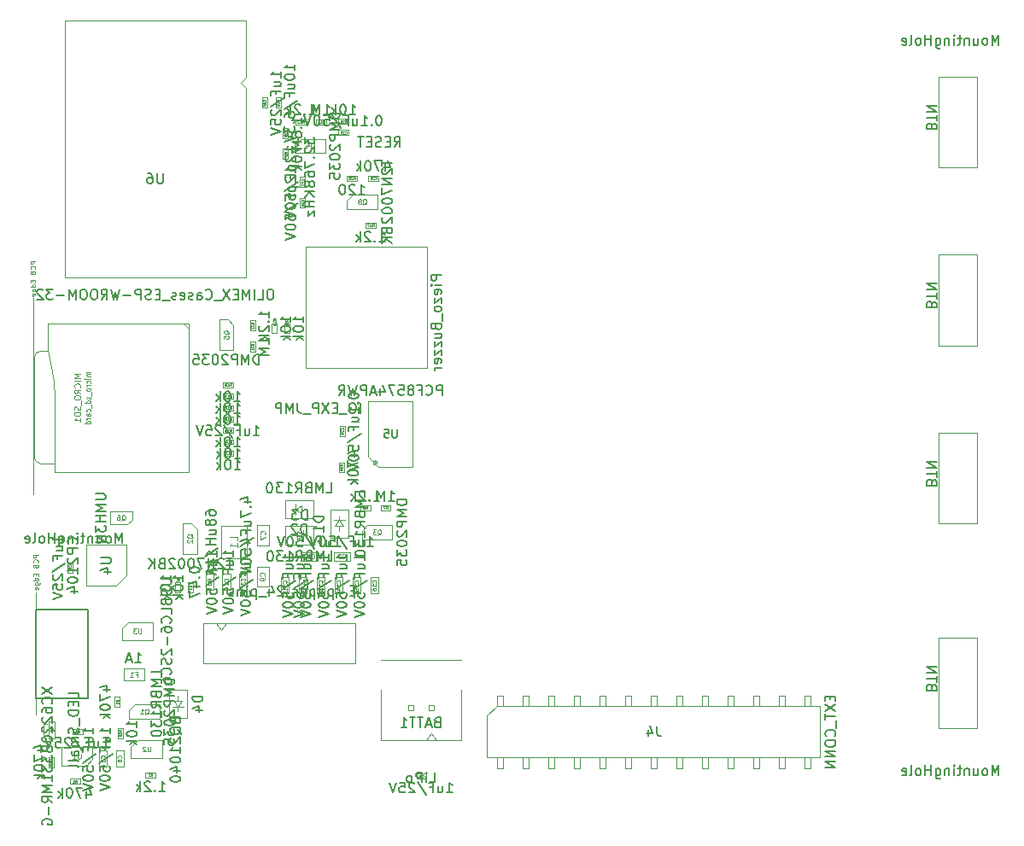
<source format=gbr>
G04 #@! TF.GenerationSoftware,KiCad,Pcbnew,5.99.0-unknown-6b9e44e59c~128~ubuntu18.04.1*
G04 #@! TF.CreationDate,2021-08-18T13:21:19+05:30*
G04 #@! TF.ProjectId,paperd_ink_rev3,70617065-7264-45f6-996e-6b5f72657633,rev?*
G04 #@! TF.SameCoordinates,Original*
G04 #@! TF.FileFunction,AssemblyDrawing,Bot*
%FSLAX46Y46*%
G04 Gerber Fmt 4.6, Leading zero omitted, Abs format (unit mm)*
G04 Created by KiCad (PCBNEW 5.99.0-unknown-6b9e44e59c~128~ubuntu18.04.1) date 2021-08-18 13:21:19*
%MOMM*%
%LPD*%
G01*
G04 APERTURE LIST*
%ADD10C,0.150000*%
%ADD11C,0.040000*%
%ADD12C,0.075000*%
%ADD13C,0.060000*%
%ADD14C,0.120000*%
%ADD15C,0.080000*%
%ADD16C,0.100000*%
%ADD17C,0.125000*%
%ADD18C,0.050000*%
%ADD19C,0.200000*%
G04 APERTURE END LIST*
D10*
X127802380Y-93284761D02*
X127802380Y-92713333D01*
X127802380Y-92999047D02*
X126802380Y-92999047D01*
X126945238Y-92903809D01*
X127040476Y-92808571D01*
X127088095Y-92713333D01*
X126802380Y-93903809D02*
X126802380Y-93999047D01*
X126850000Y-94094285D01*
X126897619Y-94141904D01*
X126992857Y-94189523D01*
X127183333Y-94237142D01*
X127421428Y-94237142D01*
X127611904Y-94189523D01*
X127707142Y-94141904D01*
X127754761Y-94094285D01*
X127802380Y-93999047D01*
X127802380Y-93903809D01*
X127754761Y-93808571D01*
X127707142Y-93760952D01*
X127611904Y-93713333D01*
X127421428Y-93665714D01*
X127183333Y-93665714D01*
X126992857Y-93713333D01*
X126897619Y-93760952D01*
X126850000Y-93808571D01*
X126802380Y-93903809D01*
X127802380Y-94665714D02*
X126802380Y-94665714D01*
X127421428Y-94760952D02*
X127802380Y-95046666D01*
X127135714Y-95046666D02*
X127516666Y-94665714D01*
D11*
X126293095Y-93147379D02*
X126174047Y-93064046D01*
X126293095Y-93004522D02*
X126043095Y-93004522D01*
X126043095Y-93099760D01*
X126055000Y-93123570D01*
X126066904Y-93135474D01*
X126090714Y-93147379D01*
X126126428Y-93147379D01*
X126150238Y-93135474D01*
X126162142Y-93123570D01*
X126174047Y-93099760D01*
X126174047Y-93004522D01*
X126066904Y-93242617D02*
X126055000Y-93254522D01*
X126043095Y-93278332D01*
X126043095Y-93337855D01*
X126055000Y-93361665D01*
X126066904Y-93373570D01*
X126090714Y-93385474D01*
X126114523Y-93385474D01*
X126150238Y-93373570D01*
X126293095Y-93230713D01*
X126293095Y-93385474D01*
X126043095Y-93540236D02*
X126043095Y-93564046D01*
X126055000Y-93587855D01*
X126066904Y-93599760D01*
X126090714Y-93611665D01*
X126138333Y-93623570D01*
X126197857Y-93623570D01*
X126245476Y-93611665D01*
X126269285Y-93599760D01*
X126281190Y-93587855D01*
X126293095Y-93564046D01*
X126293095Y-93540236D01*
X126281190Y-93516427D01*
X126269285Y-93504522D01*
X126245476Y-93492617D01*
X126197857Y-93480713D01*
X126138333Y-93480713D01*
X126090714Y-93492617D01*
X126066904Y-93504522D01*
X126055000Y-93516427D01*
X126043095Y-93540236D01*
D10*
X126942380Y-68300714D02*
X126942380Y-67729285D01*
X126942380Y-68015000D02*
X125942380Y-68015000D01*
X126085238Y-67919761D01*
X126180476Y-67824523D01*
X126228095Y-67729285D01*
X125942380Y-68919761D02*
X125942380Y-69015000D01*
X125990000Y-69110238D01*
X126037619Y-69157857D01*
X126132857Y-69205476D01*
X126323333Y-69253095D01*
X126561428Y-69253095D01*
X126751904Y-69205476D01*
X126847142Y-69157857D01*
X126894761Y-69110238D01*
X126942380Y-69015000D01*
X126942380Y-68919761D01*
X126894761Y-68824523D01*
X126847142Y-68776904D01*
X126751904Y-68729285D01*
X126561428Y-68681666D01*
X126323333Y-68681666D01*
X126132857Y-68729285D01*
X126037619Y-68776904D01*
X125990000Y-68824523D01*
X125942380Y-68919761D01*
X126275714Y-70110238D02*
X126942380Y-70110238D01*
X126275714Y-69681666D02*
X126799523Y-69681666D01*
X126894761Y-69729285D01*
X126942380Y-69824523D01*
X126942380Y-69967380D01*
X126894761Y-70062619D01*
X126847142Y-70110238D01*
X126418571Y-70919761D02*
X126418571Y-70586428D01*
X126942380Y-70586428D02*
X125942380Y-70586428D01*
X125942380Y-71062619D01*
X125894761Y-72157857D02*
X127180476Y-71300714D01*
X125942380Y-72919761D02*
X125942380Y-72729285D01*
X125990000Y-72634047D01*
X126037619Y-72586428D01*
X126180476Y-72491190D01*
X126370952Y-72443571D01*
X126751904Y-72443571D01*
X126847142Y-72491190D01*
X126894761Y-72538809D01*
X126942380Y-72634047D01*
X126942380Y-72824523D01*
X126894761Y-72919761D01*
X126847142Y-72967380D01*
X126751904Y-73015000D01*
X126513809Y-73015000D01*
X126418571Y-72967380D01*
X126370952Y-72919761D01*
X126323333Y-72824523D01*
X126323333Y-72634047D01*
X126370952Y-72538809D01*
X126418571Y-72491190D01*
X126513809Y-72443571D01*
X126847142Y-73443571D02*
X126894761Y-73491190D01*
X126942380Y-73443571D01*
X126894761Y-73395952D01*
X126847142Y-73443571D01*
X126942380Y-73443571D01*
X125942380Y-73824523D02*
X125942380Y-74443571D01*
X126323333Y-74110238D01*
X126323333Y-74253095D01*
X126370952Y-74348333D01*
X126418571Y-74395952D01*
X126513809Y-74443571D01*
X126751904Y-74443571D01*
X126847142Y-74395952D01*
X126894761Y-74348333D01*
X126942380Y-74253095D01*
X126942380Y-73967380D01*
X126894761Y-73872142D01*
X126847142Y-73824523D01*
X125942380Y-74729285D02*
X126942380Y-75062619D01*
X125942380Y-75395952D01*
D11*
X125409285Y-71354285D02*
X125421190Y-71342380D01*
X125433095Y-71306666D01*
X125433095Y-71282857D01*
X125421190Y-71247142D01*
X125397380Y-71223333D01*
X125373571Y-71211428D01*
X125325952Y-71199523D01*
X125290238Y-71199523D01*
X125242619Y-71211428D01*
X125218809Y-71223333D01*
X125195000Y-71247142D01*
X125183095Y-71282857D01*
X125183095Y-71306666D01*
X125195000Y-71342380D01*
X125206904Y-71354285D01*
X125433095Y-71592380D02*
X125433095Y-71449523D01*
X125433095Y-71520952D02*
X125183095Y-71520952D01*
X125218809Y-71497142D01*
X125242619Y-71473333D01*
X125254523Y-71449523D01*
X125433095Y-71711428D02*
X125433095Y-71759047D01*
X125421190Y-71782857D01*
X125409285Y-71794761D01*
X125373571Y-71818571D01*
X125325952Y-71830476D01*
X125230714Y-71830476D01*
X125206904Y-71818571D01*
X125195000Y-71806666D01*
X125183095Y-71782857D01*
X125183095Y-71735238D01*
X125195000Y-71711428D01*
X125206904Y-71699523D01*
X125230714Y-71687619D01*
X125290238Y-71687619D01*
X125314047Y-71699523D01*
X125325952Y-71711428D01*
X125337857Y-71735238D01*
X125337857Y-71782857D01*
X125325952Y-71806666D01*
X125314047Y-71818571D01*
X125290238Y-71830476D01*
D10*
X133917380Y-110579523D02*
X133917380Y-110103333D01*
X132917380Y-110103333D01*
X133917380Y-110912857D02*
X132917380Y-110912857D01*
X133631666Y-111246190D01*
X132917380Y-111579523D01*
X133917380Y-111579523D01*
X133393571Y-112389047D02*
X133441190Y-112531904D01*
X133488809Y-112579523D01*
X133584047Y-112627142D01*
X133726904Y-112627142D01*
X133822142Y-112579523D01*
X133869761Y-112531904D01*
X133917380Y-112436666D01*
X133917380Y-112055714D01*
X132917380Y-112055714D01*
X132917380Y-112389047D01*
X132965000Y-112484285D01*
X133012619Y-112531904D01*
X133107857Y-112579523D01*
X133203095Y-112579523D01*
X133298333Y-112531904D01*
X133345952Y-112484285D01*
X133393571Y-112389047D01*
X133393571Y-112055714D01*
X133917380Y-113627142D02*
X133441190Y-113293809D01*
X133917380Y-113055714D02*
X132917380Y-113055714D01*
X132917380Y-113436666D01*
X132965000Y-113531904D01*
X133012619Y-113579523D01*
X133107857Y-113627142D01*
X133250714Y-113627142D01*
X133345952Y-113579523D01*
X133393571Y-113531904D01*
X133441190Y-113436666D01*
X133441190Y-113055714D01*
X133917380Y-114579523D02*
X133917380Y-114008095D01*
X133917380Y-114293809D02*
X132917380Y-114293809D01*
X133060238Y-114198571D01*
X133155476Y-114103333D01*
X133203095Y-114008095D01*
X132917380Y-114912857D02*
X132917380Y-115531904D01*
X133298333Y-115198571D01*
X133298333Y-115341428D01*
X133345952Y-115436666D01*
X133393571Y-115484285D01*
X133488809Y-115531904D01*
X133726904Y-115531904D01*
X133822142Y-115484285D01*
X133869761Y-115436666D01*
X133917380Y-115341428D01*
X133917380Y-115055714D01*
X133869761Y-114960476D01*
X133822142Y-114912857D01*
X132917380Y-116150952D02*
X132917380Y-116246190D01*
X132965000Y-116341428D01*
X133012619Y-116389047D01*
X133107857Y-116436666D01*
X133298333Y-116484285D01*
X133536428Y-116484285D01*
X133726904Y-116436666D01*
X133822142Y-116389047D01*
X133869761Y-116341428D01*
X133917380Y-116246190D01*
X133917380Y-116150952D01*
X133869761Y-116055714D01*
X133822142Y-116008095D01*
X133726904Y-115960476D01*
X133536428Y-115912857D01*
X133298333Y-115912857D01*
X133107857Y-115960476D01*
X133012619Y-116008095D01*
X132965000Y-116055714D01*
X132917380Y-116150952D01*
X129817380Y-112531904D02*
X128817380Y-112531904D01*
X128817380Y-112770000D01*
X128865000Y-112912857D01*
X128960238Y-113008095D01*
X129055476Y-113055714D01*
X129245952Y-113103333D01*
X129388809Y-113103333D01*
X129579285Y-113055714D01*
X129674523Y-113008095D01*
X129769761Y-112912857D01*
X129817380Y-112770000D01*
X129817380Y-112531904D01*
X129817380Y-114055714D02*
X129817380Y-113484285D01*
X129817380Y-113770000D02*
X128817380Y-113770000D01*
X128960238Y-113674761D01*
X129055476Y-113579523D01*
X129103095Y-113484285D01*
X131432380Y-72551904D02*
X130432380Y-72551904D01*
X130432380Y-72790000D01*
X130480000Y-72932857D01*
X130575238Y-73028095D01*
X130670476Y-73075714D01*
X130860952Y-73123333D01*
X131003809Y-73123333D01*
X131194285Y-73075714D01*
X131289523Y-73028095D01*
X131384761Y-72932857D01*
X131432380Y-72790000D01*
X131432380Y-72551904D01*
X131432380Y-73551904D02*
X130432380Y-73551904D01*
X131146666Y-73885238D01*
X130432380Y-74218571D01*
X131432380Y-74218571D01*
X131432380Y-74694761D02*
X130432380Y-74694761D01*
X130432380Y-75075714D01*
X130480000Y-75170952D01*
X130527619Y-75218571D01*
X130622857Y-75266190D01*
X130765714Y-75266190D01*
X130860952Y-75218571D01*
X130908571Y-75170952D01*
X130956190Y-75075714D01*
X130956190Y-74694761D01*
X130527619Y-75647142D02*
X130480000Y-75694761D01*
X130432380Y-75790000D01*
X130432380Y-76028095D01*
X130480000Y-76123333D01*
X130527619Y-76170952D01*
X130622857Y-76218571D01*
X130718095Y-76218571D01*
X130860952Y-76170952D01*
X131432380Y-75599523D01*
X131432380Y-76218571D01*
X130432380Y-76837619D02*
X130432380Y-76932857D01*
X130480000Y-77028095D01*
X130527619Y-77075714D01*
X130622857Y-77123333D01*
X130813333Y-77170952D01*
X131051428Y-77170952D01*
X131241904Y-77123333D01*
X131337142Y-77075714D01*
X131384761Y-77028095D01*
X131432380Y-76932857D01*
X131432380Y-76837619D01*
X131384761Y-76742380D01*
X131337142Y-76694761D01*
X131241904Y-76647142D01*
X131051428Y-76599523D01*
X130813333Y-76599523D01*
X130622857Y-76647142D01*
X130527619Y-76694761D01*
X130480000Y-76742380D01*
X130432380Y-76837619D01*
X130432380Y-77504285D02*
X130432380Y-78123333D01*
X130813333Y-77790000D01*
X130813333Y-77932857D01*
X130860952Y-78028095D01*
X130908571Y-78075714D01*
X131003809Y-78123333D01*
X131241904Y-78123333D01*
X131337142Y-78075714D01*
X131384761Y-78028095D01*
X131432380Y-77932857D01*
X131432380Y-77647142D01*
X131384761Y-77551904D01*
X131337142Y-77504285D01*
X130432380Y-79028095D02*
X130432380Y-78551904D01*
X130908571Y-78504285D01*
X130860952Y-78551904D01*
X130813333Y-78647142D01*
X130813333Y-78885238D01*
X130860952Y-78980476D01*
X130908571Y-79028095D01*
X131003809Y-79075714D01*
X131241904Y-79075714D01*
X131337142Y-79028095D01*
X131384761Y-78980476D01*
X131432380Y-78885238D01*
X131432380Y-78647142D01*
X131384761Y-78551904D01*
X131337142Y-78504285D01*
D12*
X128527619Y-76063809D02*
X128575238Y-76040000D01*
X128622857Y-75992380D01*
X128694285Y-75920952D01*
X128741904Y-75897142D01*
X128789523Y-75897142D01*
X128765714Y-76016190D02*
X128813333Y-75992380D01*
X128860952Y-75944761D01*
X128884761Y-75849523D01*
X128884761Y-75682857D01*
X128860952Y-75587619D01*
X128813333Y-75540000D01*
X128765714Y-75516190D01*
X128670476Y-75516190D01*
X128622857Y-75540000D01*
X128575238Y-75587619D01*
X128551428Y-75682857D01*
X128551428Y-75849523D01*
X128575238Y-75944761D01*
X128622857Y-75992380D01*
X128670476Y-76016190D01*
X128765714Y-76016190D01*
X128122857Y-75682857D02*
X128122857Y-76016190D01*
X128241904Y-75492380D02*
X128360952Y-75849523D01*
X128051428Y-75849523D01*
D10*
X133862380Y-116882500D02*
X133862380Y-116311071D01*
X133862380Y-116596785D02*
X132862380Y-116596785D01*
X133005238Y-116501547D01*
X133100476Y-116406309D01*
X133148095Y-116311071D01*
X133195714Y-117739642D02*
X133862380Y-117739642D01*
X133195714Y-117311071D02*
X133719523Y-117311071D01*
X133814761Y-117358690D01*
X133862380Y-117453928D01*
X133862380Y-117596785D01*
X133814761Y-117692023D01*
X133767142Y-117739642D01*
X133338571Y-118549166D02*
X133338571Y-118215833D01*
X133862380Y-118215833D02*
X132862380Y-118215833D01*
X132862380Y-118692023D01*
X132814761Y-119787261D02*
X134100476Y-118930119D01*
X132862380Y-120596785D02*
X132862380Y-120120595D01*
X133338571Y-120072976D01*
X133290952Y-120120595D01*
X133243333Y-120215833D01*
X133243333Y-120453928D01*
X133290952Y-120549166D01*
X133338571Y-120596785D01*
X133433809Y-120644404D01*
X133671904Y-120644404D01*
X133767142Y-120596785D01*
X133814761Y-120549166D01*
X133862380Y-120453928D01*
X133862380Y-120215833D01*
X133814761Y-120120595D01*
X133767142Y-120072976D01*
X132862380Y-121263452D02*
X132862380Y-121358690D01*
X132910000Y-121453928D01*
X132957619Y-121501547D01*
X133052857Y-121549166D01*
X133243333Y-121596785D01*
X133481428Y-121596785D01*
X133671904Y-121549166D01*
X133767142Y-121501547D01*
X133814761Y-121453928D01*
X133862380Y-121358690D01*
X133862380Y-121263452D01*
X133814761Y-121168214D01*
X133767142Y-121120595D01*
X133671904Y-121072976D01*
X133481428Y-121025357D01*
X133243333Y-121025357D01*
X133052857Y-121072976D01*
X132957619Y-121120595D01*
X132910000Y-121168214D01*
X132862380Y-121263452D01*
X132862380Y-121882500D02*
X133862380Y-122215833D01*
X132862380Y-122549166D01*
D13*
X134982857Y-119125357D02*
X135001904Y-119106309D01*
X135020952Y-119049166D01*
X135020952Y-119011071D01*
X135001904Y-118953928D01*
X134963809Y-118915833D01*
X134925714Y-118896785D01*
X134849523Y-118877738D01*
X134792380Y-118877738D01*
X134716190Y-118896785D01*
X134678095Y-118915833D01*
X134640000Y-118953928D01*
X134620952Y-119011071D01*
X134620952Y-119049166D01*
X134640000Y-119106309D01*
X134659047Y-119125357D01*
X135020952Y-119506309D02*
X135020952Y-119277738D01*
X135020952Y-119392023D02*
X134620952Y-119392023D01*
X134678095Y-119353928D01*
X134716190Y-119315833D01*
X134735238Y-119277738D01*
X134620952Y-119849166D02*
X134620952Y-119772976D01*
X134640000Y-119734880D01*
X134659047Y-119715833D01*
X134716190Y-119677738D01*
X134792380Y-119658690D01*
X134944761Y-119658690D01*
X134982857Y-119677738D01*
X135001904Y-119696785D01*
X135020952Y-119734880D01*
X135020952Y-119811071D01*
X135001904Y-119849166D01*
X134982857Y-119868214D01*
X134944761Y-119887261D01*
X134849523Y-119887261D01*
X134811428Y-119868214D01*
X134792380Y-119849166D01*
X134773333Y-119811071D01*
X134773333Y-119734880D01*
X134792380Y-119696785D01*
X134811428Y-119677738D01*
X134849523Y-119658690D01*
D10*
X130130476Y-116972380D02*
X130606666Y-116972380D01*
X130606666Y-115972380D01*
X129797142Y-116972380D02*
X129797142Y-115972380D01*
X129463809Y-116686666D01*
X129130476Y-115972380D01*
X129130476Y-116972380D01*
X128320952Y-116448571D02*
X128178095Y-116496190D01*
X128130476Y-116543809D01*
X128082857Y-116639047D01*
X128082857Y-116781904D01*
X128130476Y-116877142D01*
X128178095Y-116924761D01*
X128273333Y-116972380D01*
X128654285Y-116972380D01*
X128654285Y-115972380D01*
X128320952Y-115972380D01*
X128225714Y-116020000D01*
X128178095Y-116067619D01*
X128130476Y-116162857D01*
X128130476Y-116258095D01*
X128178095Y-116353333D01*
X128225714Y-116400952D01*
X128320952Y-116448571D01*
X128654285Y-116448571D01*
X127082857Y-116972380D02*
X127416190Y-116496190D01*
X127654285Y-116972380D02*
X127654285Y-115972380D01*
X127273333Y-115972380D01*
X127178095Y-116020000D01*
X127130476Y-116067619D01*
X127082857Y-116162857D01*
X127082857Y-116305714D01*
X127130476Y-116400952D01*
X127178095Y-116448571D01*
X127273333Y-116496190D01*
X127654285Y-116496190D01*
X126130476Y-116972380D02*
X126701904Y-116972380D01*
X126416190Y-116972380D02*
X126416190Y-115972380D01*
X126511428Y-116115238D01*
X126606666Y-116210476D01*
X126701904Y-116258095D01*
X125797142Y-115972380D02*
X125178095Y-115972380D01*
X125511428Y-116353333D01*
X125368571Y-116353333D01*
X125273333Y-116400952D01*
X125225714Y-116448571D01*
X125178095Y-116543809D01*
X125178095Y-116781904D01*
X125225714Y-116877142D01*
X125273333Y-116924761D01*
X125368571Y-116972380D01*
X125654285Y-116972380D01*
X125749523Y-116924761D01*
X125797142Y-116877142D01*
X124559047Y-115972380D02*
X124463809Y-115972380D01*
X124368571Y-116020000D01*
X124320952Y-116067619D01*
X124273333Y-116162857D01*
X124225714Y-116353333D01*
X124225714Y-116591428D01*
X124273333Y-116781904D01*
X124320952Y-116877142D01*
X124368571Y-116924761D01*
X124463809Y-116972380D01*
X124559047Y-116972380D01*
X124654285Y-116924761D01*
X124701904Y-116877142D01*
X124749523Y-116781904D01*
X124797142Y-116591428D01*
X124797142Y-116353333D01*
X124749523Y-116162857D01*
X124701904Y-116067619D01*
X124654285Y-116020000D01*
X124559047Y-115972380D01*
X128178095Y-112872380D02*
X128178095Y-111872380D01*
X127940000Y-111872380D01*
X127797142Y-111920000D01*
X127701904Y-112015238D01*
X127654285Y-112110476D01*
X127606666Y-112300952D01*
X127606666Y-112443809D01*
X127654285Y-112634285D01*
X127701904Y-112729523D01*
X127797142Y-112824761D01*
X127940000Y-112872380D01*
X128178095Y-112872380D01*
X127273333Y-111872380D02*
X126654285Y-111872380D01*
X126987619Y-112253333D01*
X126844761Y-112253333D01*
X126749523Y-112300952D01*
X126701904Y-112348571D01*
X126654285Y-112443809D01*
X126654285Y-112681904D01*
X126701904Y-112777142D01*
X126749523Y-112824761D01*
X126844761Y-112872380D01*
X127130476Y-112872380D01*
X127225714Y-112824761D01*
X127273333Y-112777142D01*
X116522380Y-117811904D02*
X116522380Y-117907142D01*
X116570000Y-118002380D01*
X116617619Y-118050000D01*
X116712857Y-118097619D01*
X116903333Y-118145238D01*
X117141428Y-118145238D01*
X117331904Y-118097619D01*
X117427142Y-118050000D01*
X117474761Y-118002380D01*
X117522380Y-117907142D01*
X117522380Y-117811904D01*
X117474761Y-117716666D01*
X117427142Y-117669047D01*
X117331904Y-117621428D01*
X117141428Y-117573809D01*
X116903333Y-117573809D01*
X116712857Y-117621428D01*
X116617619Y-117669047D01*
X116570000Y-117716666D01*
X116522380Y-117811904D01*
X117427142Y-118573809D02*
X117474761Y-118621428D01*
X117522380Y-118573809D01*
X117474761Y-118526190D01*
X117427142Y-118573809D01*
X117522380Y-118573809D01*
X116855714Y-119478571D02*
X117522380Y-119478571D01*
X116474761Y-119240476D02*
X117189047Y-119002380D01*
X117189047Y-119621428D01*
X116522380Y-119907142D02*
X116522380Y-120573809D01*
X117522380Y-120145238D01*
D13*
X118680952Y-118983333D02*
X118490476Y-118850000D01*
X118680952Y-118754761D02*
X118280952Y-118754761D01*
X118280952Y-118907142D01*
X118300000Y-118945238D01*
X118319047Y-118964285D01*
X118357142Y-118983333D01*
X118414285Y-118983333D01*
X118452380Y-118964285D01*
X118471428Y-118945238D01*
X118490476Y-118907142D01*
X118490476Y-118754761D01*
X118280952Y-119326190D02*
X118280952Y-119250000D01*
X118300000Y-119211904D01*
X118319047Y-119192857D01*
X118376190Y-119154761D01*
X118452380Y-119135714D01*
X118604761Y-119135714D01*
X118642857Y-119154761D01*
X118661904Y-119173809D01*
X118680952Y-119211904D01*
X118680952Y-119288095D01*
X118661904Y-119326190D01*
X118642857Y-119345238D01*
X118604761Y-119364285D01*
X118509523Y-119364285D01*
X118471428Y-119345238D01*
X118452380Y-119326190D01*
X118433333Y-119288095D01*
X118433333Y-119211904D01*
X118452380Y-119173809D01*
X118471428Y-119154761D01*
X118509523Y-119135714D01*
D10*
X126985714Y-75408333D02*
X127652380Y-75408333D01*
X126604761Y-75170238D02*
X127319047Y-74932142D01*
X127319047Y-75551190D01*
X126652380Y-75836904D02*
X126652380Y-76503571D01*
X127652380Y-76075000D01*
X126652380Y-77075000D02*
X126652380Y-77170238D01*
X126700000Y-77265476D01*
X126747619Y-77313095D01*
X126842857Y-77360714D01*
X127033333Y-77408333D01*
X127271428Y-77408333D01*
X127461904Y-77360714D01*
X127557142Y-77313095D01*
X127604761Y-77265476D01*
X127652380Y-77170238D01*
X127652380Y-77075000D01*
X127604761Y-76979761D01*
X127557142Y-76932142D01*
X127461904Y-76884523D01*
X127271428Y-76836904D01*
X127033333Y-76836904D01*
X126842857Y-76884523D01*
X126747619Y-76932142D01*
X126700000Y-76979761D01*
X126652380Y-77075000D01*
X127652380Y-77836904D02*
X126652380Y-77836904D01*
X127271428Y-77932142D02*
X127652380Y-78217857D01*
X126985714Y-78217857D02*
X127366666Y-77836904D01*
D11*
X126143095Y-76533333D02*
X126024047Y-76450000D01*
X126143095Y-76390476D02*
X125893095Y-76390476D01*
X125893095Y-76485714D01*
X125905000Y-76509523D01*
X125916904Y-76521428D01*
X125940714Y-76533333D01*
X125976428Y-76533333D01*
X126000238Y-76521428D01*
X126012142Y-76509523D01*
X126024047Y-76485714D01*
X126024047Y-76390476D01*
X126143095Y-76652380D02*
X126143095Y-76700000D01*
X126131190Y-76723809D01*
X126119285Y-76735714D01*
X126083571Y-76759523D01*
X126035952Y-76771428D01*
X125940714Y-76771428D01*
X125916904Y-76759523D01*
X125905000Y-76747619D01*
X125893095Y-76723809D01*
X125893095Y-76676190D01*
X125905000Y-76652380D01*
X125916904Y-76640476D01*
X125940714Y-76628571D01*
X126000238Y-76628571D01*
X126024047Y-76640476D01*
X126035952Y-76652380D01*
X126047857Y-76676190D01*
X126047857Y-76723809D01*
X126035952Y-76747619D01*
X126024047Y-76759523D01*
X126000238Y-76771428D01*
D10*
X127652380Y-73545000D02*
X127652380Y-72973571D01*
X127652380Y-73259285D02*
X126652380Y-73259285D01*
X126795238Y-73164047D01*
X126890476Y-73068809D01*
X126938095Y-72973571D01*
X127557142Y-73973571D02*
X127604761Y-74021190D01*
X127652380Y-73973571D01*
X127604761Y-73925952D01*
X127557142Y-73973571D01*
X127652380Y-73973571D01*
X126652380Y-74878333D02*
X126652380Y-74687857D01*
X126700000Y-74592619D01*
X126747619Y-74545000D01*
X126890476Y-74449761D01*
X127080952Y-74402142D01*
X127461904Y-74402142D01*
X127557142Y-74449761D01*
X127604761Y-74497380D01*
X127652380Y-74592619D01*
X127652380Y-74783095D01*
X127604761Y-74878333D01*
X127557142Y-74925952D01*
X127461904Y-74973571D01*
X127223809Y-74973571D01*
X127128571Y-74925952D01*
X127080952Y-74878333D01*
X127033333Y-74783095D01*
X127033333Y-74592619D01*
X127080952Y-74497380D01*
X127128571Y-74449761D01*
X127223809Y-74402142D01*
X127652380Y-75402142D02*
X126652380Y-75402142D01*
X127366666Y-75735476D01*
X126652380Y-76068809D01*
X127652380Y-76068809D01*
D11*
X126143095Y-74384285D02*
X126024047Y-74300952D01*
X126143095Y-74241428D02*
X125893095Y-74241428D01*
X125893095Y-74336666D01*
X125905000Y-74360476D01*
X125916904Y-74372380D01*
X125940714Y-74384285D01*
X125976428Y-74384285D01*
X126000238Y-74372380D01*
X126012142Y-74360476D01*
X126024047Y-74336666D01*
X126024047Y-74241428D01*
X126143095Y-74622380D02*
X126143095Y-74479523D01*
X126143095Y-74550952D02*
X125893095Y-74550952D01*
X125928809Y-74527142D01*
X125952619Y-74503333D01*
X125964523Y-74479523D01*
X125893095Y-74777142D02*
X125893095Y-74800952D01*
X125905000Y-74824761D01*
X125916904Y-74836666D01*
X125940714Y-74848571D01*
X125988333Y-74860476D01*
X126047857Y-74860476D01*
X126095476Y-74848571D01*
X126119285Y-74836666D01*
X126131190Y-74824761D01*
X126143095Y-74800952D01*
X126143095Y-74777142D01*
X126131190Y-74753333D01*
X126119285Y-74741428D01*
X126095476Y-74729523D01*
X126047857Y-74717619D01*
X125988333Y-74717619D01*
X125940714Y-74729523D01*
X125916904Y-74741428D01*
X125905000Y-74753333D01*
X125893095Y-74777142D01*
D10*
X126552380Y-93284761D02*
X126552380Y-92713333D01*
X126552380Y-92999047D02*
X125552380Y-92999047D01*
X125695238Y-92903809D01*
X125790476Y-92808571D01*
X125838095Y-92713333D01*
X125552380Y-93903809D02*
X125552380Y-93999047D01*
X125600000Y-94094285D01*
X125647619Y-94141904D01*
X125742857Y-94189523D01*
X125933333Y-94237142D01*
X126171428Y-94237142D01*
X126361904Y-94189523D01*
X126457142Y-94141904D01*
X126504761Y-94094285D01*
X126552380Y-93999047D01*
X126552380Y-93903809D01*
X126504761Y-93808571D01*
X126457142Y-93760952D01*
X126361904Y-93713333D01*
X126171428Y-93665714D01*
X125933333Y-93665714D01*
X125742857Y-93713333D01*
X125647619Y-93760952D01*
X125600000Y-93808571D01*
X125552380Y-93903809D01*
X126552380Y-94665714D02*
X125552380Y-94665714D01*
X126171428Y-94760952D02*
X126552380Y-95046666D01*
X125885714Y-95046666D02*
X126266666Y-94665714D01*
D11*
X125043095Y-93087379D02*
X124924047Y-93004046D01*
X125043095Y-92944522D02*
X124793095Y-92944522D01*
X124793095Y-93039760D01*
X124805000Y-93063570D01*
X124816904Y-93075474D01*
X124840714Y-93087379D01*
X124876428Y-93087379D01*
X124900238Y-93075474D01*
X124912142Y-93063570D01*
X124924047Y-93039760D01*
X124924047Y-92944522D01*
X125043095Y-93325474D02*
X125043095Y-93182617D01*
X125043095Y-93254046D02*
X124793095Y-93254046D01*
X124828809Y-93230236D01*
X124852619Y-93206427D01*
X124864523Y-93182617D01*
X125043095Y-93444522D02*
X125043095Y-93492141D01*
X125031190Y-93515951D01*
X125019285Y-93527855D01*
X124983571Y-93551665D01*
X124935952Y-93563570D01*
X124840714Y-93563570D01*
X124816904Y-93551665D01*
X124805000Y-93539760D01*
X124793095Y-93515951D01*
X124793095Y-93468332D01*
X124805000Y-93444522D01*
X124816904Y-93432617D01*
X124840714Y-93420713D01*
X124900238Y-93420713D01*
X124924047Y-93432617D01*
X124935952Y-93444522D01*
X124947857Y-93468332D01*
X124947857Y-93515951D01*
X124935952Y-93539760D01*
X124924047Y-93551665D01*
X124900238Y-93563570D01*
D10*
X140345952Y-138922380D02*
X140822142Y-138922380D01*
X140822142Y-137922380D01*
X140012619Y-138922380D02*
X140012619Y-138255714D01*
X140012619Y-137922380D02*
X140060238Y-137970000D01*
X140012619Y-138017619D01*
X139965000Y-137970000D01*
X140012619Y-137922380D01*
X140012619Y-138017619D01*
X139536428Y-138922380D02*
X139536428Y-137922380D01*
X139155476Y-137922380D01*
X139060238Y-137970000D01*
X139012619Y-138017619D01*
X138965000Y-138112857D01*
X138965000Y-138255714D01*
X139012619Y-138350952D01*
X139060238Y-138398571D01*
X139155476Y-138446190D01*
X139536428Y-138446190D01*
X138393571Y-138922380D02*
X138488809Y-138874761D01*
X138536428Y-138827142D01*
X138584047Y-138731904D01*
X138584047Y-138446190D01*
X138536428Y-138350952D01*
X138488809Y-138303333D01*
X138393571Y-138255714D01*
X138250714Y-138255714D01*
X138155476Y-138303333D01*
X138107857Y-138350952D01*
X138060238Y-138446190D01*
X138060238Y-138731904D01*
X138107857Y-138827142D01*
X138155476Y-138874761D01*
X138250714Y-138922380D01*
X138393571Y-138922380D01*
X141060238Y-132948571D02*
X140917380Y-132996190D01*
X140869761Y-133043809D01*
X140822142Y-133139047D01*
X140822142Y-133281904D01*
X140869761Y-133377142D01*
X140917380Y-133424761D01*
X141012619Y-133472380D01*
X141393571Y-133472380D01*
X141393571Y-132472380D01*
X141060238Y-132472380D01*
X140965000Y-132520000D01*
X140917380Y-132567619D01*
X140869761Y-132662857D01*
X140869761Y-132758095D01*
X140917380Y-132853333D01*
X140965000Y-132900952D01*
X141060238Y-132948571D01*
X141393571Y-132948571D01*
X140441190Y-133186666D02*
X139965000Y-133186666D01*
X140536428Y-133472380D02*
X140203095Y-132472380D01*
X139869761Y-133472380D01*
X139679285Y-132472380D02*
X139107857Y-132472380D01*
X139393571Y-133472380D02*
X139393571Y-132472380D01*
X138917380Y-132472380D02*
X138345952Y-132472380D01*
X138631666Y-133472380D02*
X138631666Y-132472380D01*
X137488809Y-133472380D02*
X138060238Y-133472380D01*
X137774523Y-133472380D02*
X137774523Y-132472380D01*
X137869761Y-132615238D01*
X137965000Y-132710476D01*
X138060238Y-132758095D01*
X130915000Y-115542380D02*
X131486428Y-115542380D01*
X131200714Y-115542380D02*
X131200714Y-114542380D01*
X131295952Y-114685238D01*
X131391190Y-114780476D01*
X131486428Y-114828095D01*
X130057857Y-114875714D02*
X130057857Y-115542380D01*
X130486428Y-114875714D02*
X130486428Y-115399523D01*
X130438809Y-115494761D01*
X130343571Y-115542380D01*
X130200714Y-115542380D01*
X130105476Y-115494761D01*
X130057857Y-115447142D01*
X129248333Y-115018571D02*
X129581666Y-115018571D01*
X129581666Y-115542380D02*
X129581666Y-114542380D01*
X129105476Y-114542380D01*
X128010238Y-114494761D02*
X128867380Y-115780476D01*
X127200714Y-114542380D02*
X127676904Y-114542380D01*
X127724523Y-115018571D01*
X127676904Y-114970952D01*
X127581666Y-114923333D01*
X127343571Y-114923333D01*
X127248333Y-114970952D01*
X127200714Y-115018571D01*
X127153095Y-115113809D01*
X127153095Y-115351904D01*
X127200714Y-115447142D01*
X127248333Y-115494761D01*
X127343571Y-115542380D01*
X127581666Y-115542380D01*
X127676904Y-115494761D01*
X127724523Y-115447142D01*
X126534047Y-114542380D02*
X126438809Y-114542380D01*
X126343571Y-114590000D01*
X126295952Y-114637619D01*
X126248333Y-114732857D01*
X126200714Y-114923333D01*
X126200714Y-115161428D01*
X126248333Y-115351904D01*
X126295952Y-115447142D01*
X126343571Y-115494761D01*
X126438809Y-115542380D01*
X126534047Y-115542380D01*
X126629285Y-115494761D01*
X126676904Y-115447142D01*
X126724523Y-115351904D01*
X126772142Y-115161428D01*
X126772142Y-114923333D01*
X126724523Y-114732857D01*
X126676904Y-114637619D01*
X126629285Y-114590000D01*
X126534047Y-114542380D01*
X125915000Y-114542380D02*
X125581666Y-115542380D01*
X125248333Y-114542380D01*
D13*
X128672142Y-116662857D02*
X128691190Y-116681904D01*
X128748333Y-116700952D01*
X128786428Y-116700952D01*
X128843571Y-116681904D01*
X128881666Y-116643809D01*
X128900714Y-116605714D01*
X128919761Y-116529523D01*
X128919761Y-116472380D01*
X128900714Y-116396190D01*
X128881666Y-116358095D01*
X128843571Y-116320000D01*
X128786428Y-116300952D01*
X128748333Y-116300952D01*
X128691190Y-116320000D01*
X128672142Y-116339047D01*
X128291190Y-116700952D02*
X128519761Y-116700952D01*
X128405476Y-116700952D02*
X128405476Y-116300952D01*
X128443571Y-116358095D01*
X128481666Y-116396190D01*
X128519761Y-116415238D01*
X128043571Y-116300952D02*
X128005476Y-116300952D01*
X127967380Y-116320000D01*
X127948333Y-116339047D01*
X127929285Y-116377142D01*
X127910238Y-116453333D01*
X127910238Y-116548571D01*
X127929285Y-116624761D01*
X127948333Y-116662857D01*
X127967380Y-116681904D01*
X128005476Y-116700952D01*
X128043571Y-116700952D01*
X128081666Y-116681904D01*
X128100714Y-116662857D01*
X128119761Y-116624761D01*
X128138809Y-116548571D01*
X128138809Y-116453333D01*
X128119761Y-116377142D01*
X128100714Y-116339047D01*
X128081666Y-116320000D01*
X128043571Y-116300952D01*
D10*
X125592380Y-69015000D02*
X125592380Y-68443571D01*
X125592380Y-68729285D02*
X124592380Y-68729285D01*
X124735238Y-68634047D01*
X124830476Y-68538809D01*
X124878095Y-68443571D01*
X124925714Y-69872142D02*
X125592380Y-69872142D01*
X124925714Y-69443571D02*
X125449523Y-69443571D01*
X125544761Y-69491190D01*
X125592380Y-69586428D01*
X125592380Y-69729285D01*
X125544761Y-69824523D01*
X125497142Y-69872142D01*
X125068571Y-70681666D02*
X125068571Y-70348333D01*
X125592380Y-70348333D02*
X124592380Y-70348333D01*
X124592380Y-70824523D01*
X124544761Y-71919761D02*
X125830476Y-71062619D01*
X124687619Y-72205476D02*
X124640000Y-72253095D01*
X124592380Y-72348333D01*
X124592380Y-72586428D01*
X124640000Y-72681666D01*
X124687619Y-72729285D01*
X124782857Y-72776904D01*
X124878095Y-72776904D01*
X125020952Y-72729285D01*
X125592380Y-72157857D01*
X125592380Y-72776904D01*
X124592380Y-73681666D02*
X124592380Y-73205476D01*
X125068571Y-73157857D01*
X125020952Y-73205476D01*
X124973333Y-73300714D01*
X124973333Y-73538809D01*
X125020952Y-73634047D01*
X125068571Y-73681666D01*
X125163809Y-73729285D01*
X125401904Y-73729285D01*
X125497142Y-73681666D01*
X125544761Y-73634047D01*
X125592380Y-73538809D01*
X125592380Y-73300714D01*
X125544761Y-73205476D01*
X125497142Y-73157857D01*
X124592380Y-74015000D02*
X125592380Y-74348333D01*
X124592380Y-74681666D01*
D11*
X124059285Y-71354285D02*
X124071190Y-71342380D01*
X124083095Y-71306666D01*
X124083095Y-71282857D01*
X124071190Y-71247142D01*
X124047380Y-71223333D01*
X124023571Y-71211428D01*
X123975952Y-71199523D01*
X123940238Y-71199523D01*
X123892619Y-71211428D01*
X123868809Y-71223333D01*
X123845000Y-71247142D01*
X123833095Y-71282857D01*
X123833095Y-71306666D01*
X123845000Y-71342380D01*
X123856904Y-71354285D01*
X123856904Y-71449523D02*
X123845000Y-71461428D01*
X123833095Y-71485238D01*
X123833095Y-71544761D01*
X123845000Y-71568571D01*
X123856904Y-71580476D01*
X123880714Y-71592380D01*
X123904523Y-71592380D01*
X123940238Y-71580476D01*
X124083095Y-71437619D01*
X124083095Y-71592380D01*
X123833095Y-71747142D02*
X123833095Y-71770952D01*
X123845000Y-71794761D01*
X123856904Y-71806666D01*
X123880714Y-71818571D01*
X123928333Y-71830476D01*
X123987857Y-71830476D01*
X124035476Y-71818571D01*
X124059285Y-71806666D01*
X124071190Y-71794761D01*
X124083095Y-71770952D01*
X124083095Y-71747142D01*
X124071190Y-71723333D01*
X124059285Y-71711428D01*
X124035476Y-71699523D01*
X123987857Y-71687619D01*
X123928333Y-71687619D01*
X123880714Y-71699523D01*
X123856904Y-71711428D01*
X123845000Y-71723333D01*
X123833095Y-71747142D01*
D10*
X132883415Y-119918927D02*
X132550081Y-119918927D01*
X132407224Y-120442736D02*
X132883415Y-120442736D01*
X132883415Y-119442736D01*
X132407224Y-119442736D01*
X131978653Y-120061784D02*
X131216748Y-120061784D01*
X130740558Y-119776070D02*
X130740558Y-120776070D01*
X130740558Y-119823689D02*
X130645319Y-119776070D01*
X130454843Y-119776070D01*
X130359605Y-119823689D01*
X130311986Y-119871308D01*
X130264367Y-119966546D01*
X130264367Y-120252260D01*
X130311986Y-120347498D01*
X130359605Y-120395117D01*
X130454843Y-120442736D01*
X130645319Y-120442736D01*
X130740558Y-120395117D01*
X129407224Y-120442736D02*
X129407224Y-119918927D01*
X129454843Y-119823689D01*
X129550081Y-119776070D01*
X129740558Y-119776070D01*
X129835796Y-119823689D01*
X129407224Y-120395117D02*
X129502462Y-120442736D01*
X129740558Y-120442736D01*
X129835796Y-120395117D01*
X129883415Y-120299879D01*
X129883415Y-120204641D01*
X129835796Y-120109403D01*
X129740558Y-120061784D01*
X129502462Y-120061784D01*
X129407224Y-120014165D01*
X128931034Y-119776070D02*
X128931034Y-120776070D01*
X128931034Y-119823689D02*
X128835796Y-119776070D01*
X128645319Y-119776070D01*
X128550081Y-119823689D01*
X128502462Y-119871308D01*
X128454843Y-119966546D01*
X128454843Y-120252260D01*
X128502462Y-120347498D01*
X128550081Y-120395117D01*
X128645319Y-120442736D01*
X128835796Y-120442736D01*
X128931034Y-120395117D01*
X127645319Y-120395117D02*
X127740558Y-120442736D01*
X127931034Y-120442736D01*
X128026272Y-120395117D01*
X128073891Y-120299879D01*
X128073891Y-119918927D01*
X128026272Y-119823689D01*
X127931034Y-119776070D01*
X127740558Y-119776070D01*
X127645319Y-119823689D01*
X127597700Y-119918927D01*
X127597700Y-120014165D01*
X128073891Y-120109403D01*
X127169129Y-120442736D02*
X127169129Y-119776070D01*
X127169129Y-119966546D02*
X127121510Y-119871308D01*
X127073891Y-119823689D01*
X126978653Y-119776070D01*
X126883415Y-119776070D01*
X126788177Y-120537975D02*
X126026272Y-120537975D01*
X125835796Y-119537975D02*
X125788177Y-119490356D01*
X125692939Y-119442736D01*
X125454843Y-119442736D01*
X125359605Y-119490356D01*
X125311986Y-119537975D01*
X125264367Y-119633213D01*
X125264367Y-119728451D01*
X125311986Y-119871308D01*
X125883415Y-120442736D01*
X125264367Y-120442736D01*
X124407224Y-119776070D02*
X124407224Y-120442736D01*
X124645319Y-119395117D02*
X124883415Y-120109403D01*
X124264367Y-120109403D01*
X124121510Y-120537975D02*
X123359605Y-120537975D01*
X123121510Y-119776070D02*
X123121510Y-120776070D01*
X123121510Y-119823689D02*
X123026272Y-119776070D01*
X122835796Y-119776070D01*
X122740558Y-119823689D01*
X122692939Y-119871308D01*
X122645319Y-119966546D01*
X122645319Y-120252260D01*
X122692939Y-120347498D01*
X122740558Y-120395117D01*
X122835796Y-120442736D01*
X123026272Y-120442736D01*
X123121510Y-120395117D01*
X122216748Y-120442736D02*
X122216748Y-119776070D01*
X122216748Y-119442736D02*
X122264367Y-119490356D01*
X122216748Y-119537975D01*
X122169129Y-119490356D01*
X122216748Y-119442736D01*
X122216748Y-119537975D01*
X121740558Y-119776070D02*
X121740558Y-120442736D01*
X121740558Y-119871308D02*
X121692939Y-119823689D01*
X121597700Y-119776070D01*
X121454843Y-119776070D01*
X121359605Y-119823689D01*
X121311986Y-119918927D01*
X121311986Y-120442736D01*
X120883415Y-120395117D02*
X120788177Y-120442736D01*
X120597700Y-120442736D01*
X120502462Y-120395117D01*
X120454843Y-120299879D01*
X120454843Y-120252260D01*
X120502462Y-120157022D01*
X120597700Y-120109403D01*
X120740558Y-120109403D01*
X120835796Y-120061784D01*
X120883415Y-119966546D01*
X120883415Y-119918927D01*
X120835796Y-119823689D01*
X120740558Y-119776070D01*
X120597700Y-119776070D01*
X120502462Y-119823689D01*
X118122380Y-112389523D02*
X118122380Y-112199047D01*
X118170000Y-112103809D01*
X118217619Y-112056190D01*
X118360476Y-111960952D01*
X118550952Y-111913333D01*
X118931904Y-111913333D01*
X119027142Y-111960952D01*
X119074761Y-112008571D01*
X119122380Y-112103809D01*
X119122380Y-112294285D01*
X119074761Y-112389523D01*
X119027142Y-112437142D01*
X118931904Y-112484761D01*
X118693809Y-112484761D01*
X118598571Y-112437142D01*
X118550952Y-112389523D01*
X118503333Y-112294285D01*
X118503333Y-112103809D01*
X118550952Y-112008571D01*
X118598571Y-111960952D01*
X118693809Y-111913333D01*
X118550952Y-113056190D02*
X118503333Y-112960952D01*
X118455714Y-112913333D01*
X118360476Y-112865714D01*
X118312857Y-112865714D01*
X118217619Y-112913333D01*
X118170000Y-112960952D01*
X118122380Y-113056190D01*
X118122380Y-113246666D01*
X118170000Y-113341904D01*
X118217619Y-113389523D01*
X118312857Y-113437142D01*
X118360476Y-113437142D01*
X118455714Y-113389523D01*
X118503333Y-113341904D01*
X118550952Y-113246666D01*
X118550952Y-113056190D01*
X118598571Y-112960952D01*
X118646190Y-112913333D01*
X118741428Y-112865714D01*
X118931904Y-112865714D01*
X119027142Y-112913333D01*
X119074761Y-112960952D01*
X119122380Y-113056190D01*
X119122380Y-113246666D01*
X119074761Y-113341904D01*
X119027142Y-113389523D01*
X118931904Y-113437142D01*
X118741428Y-113437142D01*
X118646190Y-113389523D01*
X118598571Y-113341904D01*
X118550952Y-113246666D01*
X118455714Y-114294285D02*
X119122380Y-114294285D01*
X118455714Y-113865714D02*
X118979523Y-113865714D01*
X119074761Y-113913333D01*
X119122380Y-114008571D01*
X119122380Y-114151428D01*
X119074761Y-114246666D01*
X119027142Y-114294285D01*
X119122380Y-114770476D02*
X118122380Y-114770476D01*
X118598571Y-114770476D02*
X118598571Y-115341904D01*
X119122380Y-115341904D02*
X118122380Y-115341904D01*
X118074761Y-116532380D02*
X119360476Y-115675238D01*
X119122380Y-117389523D02*
X119122380Y-116818095D01*
X119122380Y-117103809D02*
X118122380Y-117103809D01*
X118265238Y-117008571D01*
X118360476Y-116913333D01*
X118408095Y-116818095D01*
X118836666Y-117770476D02*
X118836666Y-118246666D01*
X119122380Y-117675238D02*
X118122380Y-118008571D01*
X119122380Y-118341904D01*
D14*
X121311904Y-114946666D02*
X121311904Y-114565714D01*
X120511904Y-114565714D01*
X121311904Y-115632380D02*
X121311904Y-115175238D01*
X121311904Y-115403809D02*
X120511904Y-115403809D01*
X120626190Y-115327619D01*
X120702380Y-115251428D01*
X120740476Y-115175238D01*
D10*
X124630000Y-90022380D02*
X124439523Y-90022380D01*
X124344285Y-90070000D01*
X124249047Y-90165238D01*
X124201428Y-90355714D01*
X124201428Y-90689047D01*
X124249047Y-90879523D01*
X124344285Y-90974761D01*
X124439523Y-91022380D01*
X124630000Y-91022380D01*
X124725238Y-90974761D01*
X124820476Y-90879523D01*
X124868095Y-90689047D01*
X124868095Y-90355714D01*
X124820476Y-90165238D01*
X124725238Y-90070000D01*
X124630000Y-90022380D01*
X123296666Y-91022380D02*
X123772857Y-91022380D01*
X123772857Y-90022380D01*
X122963333Y-91022380D02*
X122963333Y-90022380D01*
X122487142Y-91022380D02*
X122487142Y-90022380D01*
X122153809Y-90736666D01*
X121820476Y-90022380D01*
X121820476Y-91022380D01*
X121344285Y-90498571D02*
X121010952Y-90498571D01*
X120868095Y-91022380D02*
X121344285Y-91022380D01*
X121344285Y-90022380D01*
X120868095Y-90022380D01*
X120534761Y-90022380D02*
X119868095Y-91022380D01*
X119868095Y-90022380D02*
X120534761Y-91022380D01*
X119725238Y-91117619D02*
X118963333Y-91117619D01*
X118153809Y-90927142D02*
X118201428Y-90974761D01*
X118344285Y-91022380D01*
X118439523Y-91022380D01*
X118582380Y-90974761D01*
X118677619Y-90879523D01*
X118725238Y-90784285D01*
X118772857Y-90593809D01*
X118772857Y-90450952D01*
X118725238Y-90260476D01*
X118677619Y-90165238D01*
X118582380Y-90070000D01*
X118439523Y-90022380D01*
X118344285Y-90022380D01*
X118201428Y-90070000D01*
X118153809Y-90117619D01*
X117296666Y-91022380D02*
X117296666Y-90498571D01*
X117344285Y-90403333D01*
X117439523Y-90355714D01*
X117630000Y-90355714D01*
X117725238Y-90403333D01*
X117296666Y-90974761D02*
X117391904Y-91022380D01*
X117630000Y-91022380D01*
X117725238Y-90974761D01*
X117772857Y-90879523D01*
X117772857Y-90784285D01*
X117725238Y-90689047D01*
X117630000Y-90641428D01*
X117391904Y-90641428D01*
X117296666Y-90593809D01*
X116868095Y-90974761D02*
X116772857Y-91022380D01*
X116582380Y-91022380D01*
X116487142Y-90974761D01*
X116439523Y-90879523D01*
X116439523Y-90831904D01*
X116487142Y-90736666D01*
X116582380Y-90689047D01*
X116725238Y-90689047D01*
X116820476Y-90641428D01*
X116868095Y-90546190D01*
X116868095Y-90498571D01*
X116820476Y-90403333D01*
X116725238Y-90355714D01*
X116582380Y-90355714D01*
X116487142Y-90403333D01*
X115630000Y-90974761D02*
X115725238Y-91022380D01*
X115915714Y-91022380D01*
X116010952Y-90974761D01*
X116058571Y-90879523D01*
X116058571Y-90498571D01*
X116010952Y-90403333D01*
X115915714Y-90355714D01*
X115725238Y-90355714D01*
X115630000Y-90403333D01*
X115582380Y-90498571D01*
X115582380Y-90593809D01*
X116058571Y-90689047D01*
X115201428Y-90974761D02*
X115106190Y-91022380D01*
X114915714Y-91022380D01*
X114820476Y-90974761D01*
X114772857Y-90879523D01*
X114772857Y-90831904D01*
X114820476Y-90736666D01*
X114915714Y-90689047D01*
X115058571Y-90689047D01*
X115153809Y-90641428D01*
X115201428Y-90546190D01*
X115201428Y-90498571D01*
X115153809Y-90403333D01*
X115058571Y-90355714D01*
X114915714Y-90355714D01*
X114820476Y-90403333D01*
X114582380Y-91117619D02*
X113820476Y-91117619D01*
X113582380Y-90498571D02*
X113249047Y-90498571D01*
X113106190Y-91022380D02*
X113582380Y-91022380D01*
X113582380Y-90022380D01*
X113106190Y-90022380D01*
X112725238Y-90974761D02*
X112582380Y-91022380D01*
X112344285Y-91022380D01*
X112249047Y-90974761D01*
X112201428Y-90927142D01*
X112153809Y-90831904D01*
X112153809Y-90736666D01*
X112201428Y-90641428D01*
X112249047Y-90593809D01*
X112344285Y-90546190D01*
X112534761Y-90498571D01*
X112630000Y-90450952D01*
X112677619Y-90403333D01*
X112725238Y-90308095D01*
X112725238Y-90212857D01*
X112677619Y-90117619D01*
X112630000Y-90070000D01*
X112534761Y-90022380D01*
X112296666Y-90022380D01*
X112153809Y-90070000D01*
X111725238Y-91022380D02*
X111725238Y-90022380D01*
X111344285Y-90022380D01*
X111249047Y-90070000D01*
X111201428Y-90117619D01*
X111153809Y-90212857D01*
X111153809Y-90355714D01*
X111201428Y-90450952D01*
X111249047Y-90498571D01*
X111344285Y-90546190D01*
X111725238Y-90546190D01*
X110725238Y-90641428D02*
X109963333Y-90641428D01*
X109582380Y-90022380D02*
X109344285Y-91022380D01*
X109153809Y-90308095D01*
X108963333Y-91022380D01*
X108725238Y-90022380D01*
X107772857Y-91022380D02*
X108106190Y-90546190D01*
X108344285Y-91022380D02*
X108344285Y-90022380D01*
X107963333Y-90022380D01*
X107868095Y-90070000D01*
X107820476Y-90117619D01*
X107772857Y-90212857D01*
X107772857Y-90355714D01*
X107820476Y-90450952D01*
X107868095Y-90498571D01*
X107963333Y-90546190D01*
X108344285Y-90546190D01*
X107153809Y-90022380D02*
X106963333Y-90022380D01*
X106868095Y-90070000D01*
X106772857Y-90165238D01*
X106725238Y-90355714D01*
X106725238Y-90689047D01*
X106772857Y-90879523D01*
X106868095Y-90974761D01*
X106963333Y-91022380D01*
X107153809Y-91022380D01*
X107249047Y-90974761D01*
X107344285Y-90879523D01*
X107391904Y-90689047D01*
X107391904Y-90355714D01*
X107344285Y-90165238D01*
X107249047Y-90070000D01*
X107153809Y-90022380D01*
X106106190Y-90022380D02*
X105915714Y-90022380D01*
X105820476Y-90070000D01*
X105725238Y-90165238D01*
X105677619Y-90355714D01*
X105677619Y-90689047D01*
X105725238Y-90879523D01*
X105820476Y-90974761D01*
X105915714Y-91022380D01*
X106106190Y-91022380D01*
X106201428Y-90974761D01*
X106296666Y-90879523D01*
X106344285Y-90689047D01*
X106344285Y-90355714D01*
X106296666Y-90165238D01*
X106201428Y-90070000D01*
X106106190Y-90022380D01*
X105249047Y-91022380D02*
X105249047Y-90022380D01*
X104915714Y-90736666D01*
X104582380Y-90022380D01*
X104582380Y-91022380D01*
X104106190Y-90641428D02*
X103344285Y-90641428D01*
X102963333Y-90022380D02*
X102344285Y-90022380D01*
X102677619Y-90403333D01*
X102534761Y-90403333D01*
X102439523Y-90450952D01*
X102391904Y-90498571D01*
X102344285Y-90593809D01*
X102344285Y-90831904D01*
X102391904Y-90927142D01*
X102439523Y-90974761D01*
X102534761Y-91022380D01*
X102820476Y-91022380D01*
X102915714Y-90974761D01*
X102963333Y-90927142D01*
X101963333Y-90117619D02*
X101915714Y-90070000D01*
X101820476Y-90022380D01*
X101582380Y-90022380D01*
X101487142Y-90070000D01*
X101439523Y-90117619D01*
X101391904Y-90212857D01*
X101391904Y-90308095D01*
X101439523Y-90450952D01*
X102010952Y-91022380D01*
X101391904Y-91022380D01*
X113891904Y-78522380D02*
X113891904Y-79331904D01*
X113844285Y-79427142D01*
X113796666Y-79474761D01*
X113701428Y-79522380D01*
X113510952Y-79522380D01*
X113415714Y-79474761D01*
X113368095Y-79427142D01*
X113320476Y-79331904D01*
X113320476Y-78522380D01*
X112415714Y-78522380D02*
X112606190Y-78522380D01*
X112701428Y-78570000D01*
X112749047Y-78617619D01*
X112844285Y-78760476D01*
X112891904Y-78950952D01*
X112891904Y-79331904D01*
X112844285Y-79427142D01*
X112796666Y-79474761D01*
X112701428Y-79522380D01*
X112510952Y-79522380D01*
X112415714Y-79474761D01*
X112368095Y-79427142D01*
X112320476Y-79331904D01*
X112320476Y-79093809D01*
X112368095Y-78998571D01*
X112415714Y-78950952D01*
X112510952Y-78903333D01*
X112701428Y-78903333D01*
X112796666Y-78950952D01*
X112844285Y-78998571D01*
X112891904Y-79093809D01*
X134130000Y-115542380D02*
X134701428Y-115542380D01*
X134415714Y-115542380D02*
X134415714Y-114542380D01*
X134510952Y-114685238D01*
X134606190Y-114780476D01*
X134701428Y-114828095D01*
X133272857Y-114875714D02*
X133272857Y-115542380D01*
X133701428Y-114875714D02*
X133701428Y-115399523D01*
X133653809Y-115494761D01*
X133558571Y-115542380D01*
X133415714Y-115542380D01*
X133320476Y-115494761D01*
X133272857Y-115447142D01*
X132463333Y-115018571D02*
X132796666Y-115018571D01*
X132796666Y-115542380D02*
X132796666Y-114542380D01*
X132320476Y-114542380D01*
X131225238Y-114494761D02*
X132082380Y-115780476D01*
X130415714Y-114542380D02*
X130891904Y-114542380D01*
X130939523Y-115018571D01*
X130891904Y-114970952D01*
X130796666Y-114923333D01*
X130558571Y-114923333D01*
X130463333Y-114970952D01*
X130415714Y-115018571D01*
X130368095Y-115113809D01*
X130368095Y-115351904D01*
X130415714Y-115447142D01*
X130463333Y-115494761D01*
X130558571Y-115542380D01*
X130796666Y-115542380D01*
X130891904Y-115494761D01*
X130939523Y-115447142D01*
X129749047Y-114542380D02*
X129653809Y-114542380D01*
X129558571Y-114590000D01*
X129510952Y-114637619D01*
X129463333Y-114732857D01*
X129415714Y-114923333D01*
X129415714Y-115161428D01*
X129463333Y-115351904D01*
X129510952Y-115447142D01*
X129558571Y-115494761D01*
X129653809Y-115542380D01*
X129749047Y-115542380D01*
X129844285Y-115494761D01*
X129891904Y-115447142D01*
X129939523Y-115351904D01*
X129987142Y-115161428D01*
X129987142Y-114923333D01*
X129939523Y-114732857D01*
X129891904Y-114637619D01*
X129844285Y-114590000D01*
X129749047Y-114542380D01*
X129130000Y-114542380D02*
X128796666Y-115542380D01*
X128463333Y-114542380D01*
D13*
X131696666Y-116662857D02*
X131715714Y-116681904D01*
X131772857Y-116700952D01*
X131810952Y-116700952D01*
X131868095Y-116681904D01*
X131906190Y-116643809D01*
X131925238Y-116605714D01*
X131944285Y-116529523D01*
X131944285Y-116472380D01*
X131925238Y-116396190D01*
X131906190Y-116358095D01*
X131868095Y-116320000D01*
X131810952Y-116300952D01*
X131772857Y-116300952D01*
X131715714Y-116320000D01*
X131696666Y-116339047D01*
X131544285Y-116339047D02*
X131525238Y-116320000D01*
X131487142Y-116300952D01*
X131391904Y-116300952D01*
X131353809Y-116320000D01*
X131334761Y-116339047D01*
X131315714Y-116377142D01*
X131315714Y-116415238D01*
X131334761Y-116472380D01*
X131563333Y-116700952D01*
X131315714Y-116700952D01*
D10*
X121915714Y-115215476D02*
X122582380Y-115215476D01*
X121534761Y-114977380D02*
X122249047Y-114739285D01*
X122249047Y-115358333D01*
X122487142Y-115739285D02*
X122534761Y-115786904D01*
X122582380Y-115739285D01*
X122534761Y-115691666D01*
X122487142Y-115739285D01*
X122582380Y-115739285D01*
X121582380Y-116120238D02*
X121582380Y-116786904D01*
X122582380Y-116358333D01*
X121915714Y-117596428D02*
X122582380Y-117596428D01*
X121915714Y-117167857D02*
X122439523Y-117167857D01*
X122534761Y-117215476D01*
X122582380Y-117310714D01*
X122582380Y-117453571D01*
X122534761Y-117548809D01*
X122487142Y-117596428D01*
X122058571Y-118405952D02*
X122058571Y-118072619D01*
X122582380Y-118072619D02*
X121582380Y-118072619D01*
X121582380Y-118548809D01*
X121534761Y-119644047D02*
X122820476Y-118786904D01*
X121582380Y-120453571D02*
X121582380Y-119977380D01*
X122058571Y-119929761D01*
X122010952Y-119977380D01*
X121963333Y-120072619D01*
X121963333Y-120310714D01*
X122010952Y-120405952D01*
X122058571Y-120453571D01*
X122153809Y-120501190D01*
X122391904Y-120501190D01*
X122487142Y-120453571D01*
X122534761Y-120405952D01*
X122582380Y-120310714D01*
X122582380Y-120072619D01*
X122534761Y-119977380D01*
X122487142Y-119929761D01*
X121582380Y-121120238D02*
X121582380Y-121215476D01*
X121630000Y-121310714D01*
X121677619Y-121358333D01*
X121772857Y-121405952D01*
X121963333Y-121453571D01*
X122201428Y-121453571D01*
X122391904Y-121405952D01*
X122487142Y-121358333D01*
X122534761Y-121310714D01*
X122582380Y-121215476D01*
X122582380Y-121120238D01*
X122534761Y-121025000D01*
X122487142Y-120977380D01*
X122391904Y-120929761D01*
X122201428Y-120882142D01*
X121963333Y-120882142D01*
X121772857Y-120929761D01*
X121677619Y-120977380D01*
X121630000Y-121025000D01*
X121582380Y-121120238D01*
X121582380Y-121739285D02*
X122582380Y-122072619D01*
X121582380Y-122405952D01*
D15*
X123958571Y-118441666D02*
X123982380Y-118417857D01*
X124006190Y-118346428D01*
X124006190Y-118298809D01*
X123982380Y-118227380D01*
X123934761Y-118179761D01*
X123887142Y-118155952D01*
X123791904Y-118132142D01*
X123720476Y-118132142D01*
X123625238Y-118155952D01*
X123577619Y-118179761D01*
X123530000Y-118227380D01*
X123506190Y-118298809D01*
X123506190Y-118346428D01*
X123530000Y-118417857D01*
X123553809Y-118441666D01*
X124006190Y-118679761D02*
X124006190Y-118775000D01*
X123982380Y-118822619D01*
X123958571Y-118846428D01*
X123887142Y-118894047D01*
X123791904Y-118917857D01*
X123601428Y-118917857D01*
X123553809Y-118894047D01*
X123530000Y-118870238D01*
X123506190Y-118822619D01*
X123506190Y-118727380D01*
X123530000Y-118679761D01*
X123553809Y-118655952D01*
X123601428Y-118632142D01*
X123720476Y-118632142D01*
X123768095Y-118655952D01*
X123791904Y-118679761D01*
X123815714Y-118727380D01*
X123815714Y-118822619D01*
X123791904Y-118870238D01*
X123768095Y-118894047D01*
X123720476Y-118917857D01*
D10*
X115872380Y-118974761D02*
X115872380Y-118403333D01*
X115872380Y-118689047D02*
X114872380Y-118689047D01*
X115015238Y-118593809D01*
X115110476Y-118498571D01*
X115158095Y-118403333D01*
X114872380Y-119593809D02*
X114872380Y-119689047D01*
X114920000Y-119784285D01*
X114967619Y-119831904D01*
X115062857Y-119879523D01*
X115253333Y-119927142D01*
X115491428Y-119927142D01*
X115681904Y-119879523D01*
X115777142Y-119831904D01*
X115824761Y-119784285D01*
X115872380Y-119689047D01*
X115872380Y-119593809D01*
X115824761Y-119498571D01*
X115777142Y-119450952D01*
X115681904Y-119403333D01*
X115491428Y-119355714D01*
X115253333Y-119355714D01*
X115062857Y-119403333D01*
X114967619Y-119450952D01*
X114920000Y-119498571D01*
X114872380Y-119593809D01*
X115872380Y-120355714D02*
X114872380Y-120355714D01*
X115491428Y-120450952D02*
X115872380Y-120736666D01*
X115205714Y-120736666D02*
X115586666Y-120355714D01*
D11*
X116703095Y-119528333D02*
X116584047Y-119445000D01*
X116703095Y-119385476D02*
X116453095Y-119385476D01*
X116453095Y-119480714D01*
X116465000Y-119504523D01*
X116476904Y-119516428D01*
X116500714Y-119528333D01*
X116536428Y-119528333D01*
X116560238Y-119516428D01*
X116572142Y-119504523D01*
X116584047Y-119480714D01*
X116584047Y-119385476D01*
X116453095Y-119754523D02*
X116453095Y-119635476D01*
X116572142Y-119623571D01*
X116560238Y-119635476D01*
X116548333Y-119659285D01*
X116548333Y-119718809D01*
X116560238Y-119742619D01*
X116572142Y-119754523D01*
X116595952Y-119766428D01*
X116655476Y-119766428D01*
X116679285Y-119754523D01*
X116691190Y-119742619D01*
X116703095Y-119718809D01*
X116703095Y-119659285D01*
X116691190Y-119635476D01*
X116679285Y-119623571D01*
D10*
X121945714Y-111085476D02*
X122612380Y-111085476D01*
X121564761Y-110847380D02*
X122279047Y-110609285D01*
X122279047Y-111228333D01*
X122517142Y-111609285D02*
X122564761Y-111656904D01*
X122612380Y-111609285D01*
X122564761Y-111561666D01*
X122517142Y-111609285D01*
X122612380Y-111609285D01*
X121612380Y-111990238D02*
X121612380Y-112656904D01*
X122612380Y-112228333D01*
X121945714Y-113466428D02*
X122612380Y-113466428D01*
X121945714Y-113037857D02*
X122469523Y-113037857D01*
X122564761Y-113085476D01*
X122612380Y-113180714D01*
X122612380Y-113323571D01*
X122564761Y-113418809D01*
X122517142Y-113466428D01*
X122088571Y-114275952D02*
X122088571Y-113942619D01*
X122612380Y-113942619D02*
X121612380Y-113942619D01*
X121612380Y-114418809D01*
X121564761Y-115514047D02*
X122850476Y-114656904D01*
X121612380Y-116323571D02*
X121612380Y-115847380D01*
X122088571Y-115799761D01*
X122040952Y-115847380D01*
X121993333Y-115942619D01*
X121993333Y-116180714D01*
X122040952Y-116275952D01*
X122088571Y-116323571D01*
X122183809Y-116371190D01*
X122421904Y-116371190D01*
X122517142Y-116323571D01*
X122564761Y-116275952D01*
X122612380Y-116180714D01*
X122612380Y-115942619D01*
X122564761Y-115847380D01*
X122517142Y-115799761D01*
X121612380Y-116990238D02*
X121612380Y-117085476D01*
X121660000Y-117180714D01*
X121707619Y-117228333D01*
X121802857Y-117275952D01*
X121993333Y-117323571D01*
X122231428Y-117323571D01*
X122421904Y-117275952D01*
X122517142Y-117228333D01*
X122564761Y-117180714D01*
X122612380Y-117085476D01*
X122612380Y-116990238D01*
X122564761Y-116895000D01*
X122517142Y-116847380D01*
X122421904Y-116799761D01*
X122231428Y-116752142D01*
X121993333Y-116752142D01*
X121802857Y-116799761D01*
X121707619Y-116847380D01*
X121660000Y-116895000D01*
X121612380Y-116990238D01*
X121612380Y-117609285D02*
X122612380Y-117942619D01*
X121612380Y-118275952D01*
D15*
X123988571Y-114311666D02*
X124012380Y-114287857D01*
X124036190Y-114216428D01*
X124036190Y-114168809D01*
X124012380Y-114097380D01*
X123964761Y-114049761D01*
X123917142Y-114025952D01*
X123821904Y-114002142D01*
X123750476Y-114002142D01*
X123655238Y-114025952D01*
X123607619Y-114049761D01*
X123560000Y-114097380D01*
X123536190Y-114168809D01*
X123536190Y-114216428D01*
X123560000Y-114287857D01*
X123583809Y-114311666D01*
X123536190Y-114478333D02*
X123536190Y-114811666D01*
X124036190Y-114597380D01*
D10*
X138067380Y-110881904D02*
X137067380Y-110881904D01*
X137067380Y-111120000D01*
X137115000Y-111262857D01*
X137210238Y-111358095D01*
X137305476Y-111405714D01*
X137495952Y-111453333D01*
X137638809Y-111453333D01*
X137829285Y-111405714D01*
X137924523Y-111358095D01*
X138019761Y-111262857D01*
X138067380Y-111120000D01*
X138067380Y-110881904D01*
X138067380Y-111881904D02*
X137067380Y-111881904D01*
X137781666Y-112215238D01*
X137067380Y-112548571D01*
X138067380Y-112548571D01*
X138067380Y-113024761D02*
X137067380Y-113024761D01*
X137067380Y-113405714D01*
X137115000Y-113500952D01*
X137162619Y-113548571D01*
X137257857Y-113596190D01*
X137400714Y-113596190D01*
X137495952Y-113548571D01*
X137543571Y-113500952D01*
X137591190Y-113405714D01*
X137591190Y-113024761D01*
X137162619Y-113977142D02*
X137115000Y-114024761D01*
X137067380Y-114120000D01*
X137067380Y-114358095D01*
X137115000Y-114453333D01*
X137162619Y-114500952D01*
X137257857Y-114548571D01*
X137353095Y-114548571D01*
X137495952Y-114500952D01*
X138067380Y-113929523D01*
X138067380Y-114548571D01*
X137067380Y-115167619D02*
X137067380Y-115262857D01*
X137115000Y-115358095D01*
X137162619Y-115405714D01*
X137257857Y-115453333D01*
X137448333Y-115500952D01*
X137686428Y-115500952D01*
X137876904Y-115453333D01*
X137972142Y-115405714D01*
X138019761Y-115358095D01*
X138067380Y-115262857D01*
X138067380Y-115167619D01*
X138019761Y-115072380D01*
X137972142Y-115024761D01*
X137876904Y-114977142D01*
X137686428Y-114929523D01*
X137448333Y-114929523D01*
X137257857Y-114977142D01*
X137162619Y-115024761D01*
X137115000Y-115072380D01*
X137067380Y-115167619D01*
X137067380Y-115834285D02*
X137067380Y-116453333D01*
X137448333Y-116120000D01*
X137448333Y-116262857D01*
X137495952Y-116358095D01*
X137543571Y-116405714D01*
X137638809Y-116453333D01*
X137876904Y-116453333D01*
X137972142Y-116405714D01*
X138019761Y-116358095D01*
X138067380Y-116262857D01*
X138067380Y-115977142D01*
X138019761Y-115881904D01*
X137972142Y-115834285D01*
X137067380Y-117358095D02*
X137067380Y-116881904D01*
X137543571Y-116834285D01*
X137495952Y-116881904D01*
X137448333Y-116977142D01*
X137448333Y-117215238D01*
X137495952Y-117310476D01*
X137543571Y-117358095D01*
X137638809Y-117405714D01*
X137876904Y-117405714D01*
X137972142Y-117358095D01*
X138019761Y-117310476D01*
X138067380Y-117215238D01*
X138067380Y-116977142D01*
X138019761Y-116881904D01*
X137972142Y-116834285D01*
D12*
X135162619Y-114393809D02*
X135210238Y-114370000D01*
X135257857Y-114322380D01*
X135329285Y-114250952D01*
X135376904Y-114227142D01*
X135424523Y-114227142D01*
X135400714Y-114346190D02*
X135448333Y-114322380D01*
X135495952Y-114274761D01*
X135519761Y-114179523D01*
X135519761Y-114012857D01*
X135495952Y-113917619D01*
X135448333Y-113870000D01*
X135400714Y-113846190D01*
X135305476Y-113846190D01*
X135257857Y-113870000D01*
X135210238Y-113917619D01*
X135186428Y-114012857D01*
X135186428Y-114179523D01*
X135210238Y-114274761D01*
X135257857Y-114322380D01*
X135305476Y-114346190D01*
X135400714Y-114346190D01*
X135019761Y-113846190D02*
X134710238Y-113846190D01*
X134876904Y-114036666D01*
X134805476Y-114036666D01*
X134757857Y-114060476D01*
X134734047Y-114084285D01*
X134710238Y-114131904D01*
X134710238Y-114250952D01*
X134734047Y-114298571D01*
X134757857Y-114322380D01*
X134805476Y-114346190D01*
X134948333Y-114346190D01*
X134995952Y-114322380D01*
X135019761Y-114298571D01*
D10*
X134783333Y-110992380D02*
X135354761Y-110992380D01*
X135069047Y-110992380D02*
X135069047Y-109992380D01*
X135164285Y-110135238D01*
X135259523Y-110230476D01*
X135354761Y-110278095D01*
X134354761Y-110897142D02*
X134307142Y-110944761D01*
X134354761Y-110992380D01*
X134402380Y-110944761D01*
X134354761Y-110897142D01*
X134354761Y-110992380D01*
X133926190Y-110087619D02*
X133878571Y-110040000D01*
X133783333Y-109992380D01*
X133545238Y-109992380D01*
X133450000Y-110040000D01*
X133402380Y-110087619D01*
X133354761Y-110182857D01*
X133354761Y-110278095D01*
X133402380Y-110420952D01*
X133973809Y-110992380D01*
X133354761Y-110992380D01*
X132926190Y-110992380D02*
X132926190Y-109992380D01*
X132830952Y-110611428D02*
X132545238Y-110992380D01*
X132545238Y-110325714D02*
X132926190Y-110706666D01*
D11*
X133991666Y-111823095D02*
X134075000Y-111704047D01*
X134134523Y-111823095D02*
X134134523Y-111573095D01*
X134039285Y-111573095D01*
X134015476Y-111585000D01*
X134003571Y-111596904D01*
X133991666Y-111620714D01*
X133991666Y-111656428D01*
X134003571Y-111680238D01*
X134015476Y-111692142D01*
X134039285Y-111704047D01*
X134134523Y-111704047D01*
X133848809Y-111680238D02*
X133872619Y-111668333D01*
X133884523Y-111656428D01*
X133896428Y-111632619D01*
X133896428Y-111620714D01*
X133884523Y-111596904D01*
X133872619Y-111585000D01*
X133848809Y-111573095D01*
X133801190Y-111573095D01*
X133777380Y-111585000D01*
X133765476Y-111596904D01*
X133753571Y-111620714D01*
X133753571Y-111632619D01*
X133765476Y-111656428D01*
X133777380Y-111668333D01*
X133801190Y-111680238D01*
X133848809Y-111680238D01*
X133872619Y-111692142D01*
X133884523Y-111704047D01*
X133896428Y-111727857D01*
X133896428Y-111775476D01*
X133884523Y-111799285D01*
X133872619Y-111811190D01*
X133848809Y-111823095D01*
X133801190Y-111823095D01*
X133777380Y-111811190D01*
X133765476Y-111799285D01*
X133753571Y-111775476D01*
X133753571Y-111727857D01*
X133765476Y-111704047D01*
X133777380Y-111692142D01*
X133801190Y-111680238D01*
D10*
X136240714Y-110992380D02*
X136812142Y-110992380D01*
X136526428Y-110992380D02*
X136526428Y-109992380D01*
X136621666Y-110135238D01*
X136716904Y-110230476D01*
X136812142Y-110278095D01*
X135812142Y-110992380D02*
X135812142Y-109992380D01*
X135478809Y-110706666D01*
X135145476Y-109992380D01*
X135145476Y-110992380D01*
D11*
X135996666Y-111823095D02*
X136080000Y-111704047D01*
X136139523Y-111823095D02*
X136139523Y-111573095D01*
X136044285Y-111573095D01*
X136020476Y-111585000D01*
X136008571Y-111596904D01*
X135996666Y-111620714D01*
X135996666Y-111656428D01*
X136008571Y-111680238D01*
X136020476Y-111692142D01*
X136044285Y-111704047D01*
X136139523Y-111704047D01*
X135913333Y-111573095D02*
X135746666Y-111573095D01*
X135853809Y-111823095D01*
D10*
X127012380Y-76403809D02*
X127012380Y-75832380D01*
X127012380Y-76118095D02*
X126012380Y-76118095D01*
X126155238Y-76022857D01*
X126250476Y-75927619D01*
X126298095Y-75832380D01*
X126107619Y-76784761D02*
X126060000Y-76832380D01*
X126012380Y-76927619D01*
X126012380Y-77165714D01*
X126060000Y-77260952D01*
X126107619Y-77308571D01*
X126202857Y-77356190D01*
X126298095Y-77356190D01*
X126440952Y-77308571D01*
X127012380Y-76737142D01*
X127012380Y-77356190D01*
X126345714Y-77784761D02*
X127345714Y-77784761D01*
X126393333Y-77784761D02*
X126345714Y-77880000D01*
X126345714Y-78070476D01*
X126393333Y-78165714D01*
X126440952Y-78213333D01*
X126536190Y-78260952D01*
X126821904Y-78260952D01*
X126917142Y-78213333D01*
X126964761Y-78165714D01*
X127012380Y-78070476D01*
X127012380Y-77880000D01*
X126964761Y-77784761D01*
X126488571Y-79022857D02*
X126488571Y-78689523D01*
X127012380Y-78689523D02*
X126012380Y-78689523D01*
X126012380Y-79165714D01*
X125964761Y-80260952D02*
X127250476Y-79403809D01*
X126012380Y-81070476D02*
X126012380Y-80594285D01*
X126488571Y-80546666D01*
X126440952Y-80594285D01*
X126393333Y-80689523D01*
X126393333Y-80927619D01*
X126440952Y-81022857D01*
X126488571Y-81070476D01*
X126583809Y-81118095D01*
X126821904Y-81118095D01*
X126917142Y-81070476D01*
X126964761Y-81022857D01*
X127012380Y-80927619D01*
X127012380Y-80689523D01*
X126964761Y-80594285D01*
X126917142Y-80546666D01*
X126012380Y-81737142D02*
X126012380Y-81832380D01*
X126060000Y-81927619D01*
X126107619Y-81975238D01*
X126202857Y-82022857D01*
X126393333Y-82070476D01*
X126631428Y-82070476D01*
X126821904Y-82022857D01*
X126917142Y-81975238D01*
X126964761Y-81927619D01*
X127012380Y-81832380D01*
X127012380Y-81737142D01*
X126964761Y-81641904D01*
X126917142Y-81594285D01*
X126821904Y-81546666D01*
X126631428Y-81499047D01*
X126393333Y-81499047D01*
X126202857Y-81546666D01*
X126107619Y-81594285D01*
X126060000Y-81641904D01*
X126012380Y-81737142D01*
X126012380Y-82356190D02*
X127012380Y-82689523D01*
X126012380Y-83022857D01*
D11*
X127819285Y-79219285D02*
X127831190Y-79207380D01*
X127843095Y-79171666D01*
X127843095Y-79147857D01*
X127831190Y-79112142D01*
X127807380Y-79088333D01*
X127783571Y-79076428D01*
X127735952Y-79064523D01*
X127700238Y-79064523D01*
X127652619Y-79076428D01*
X127628809Y-79088333D01*
X127605000Y-79112142D01*
X127593095Y-79147857D01*
X127593095Y-79171666D01*
X127605000Y-79207380D01*
X127616904Y-79219285D01*
X127616904Y-79314523D02*
X127605000Y-79326428D01*
X127593095Y-79350238D01*
X127593095Y-79409761D01*
X127605000Y-79433571D01*
X127616904Y-79445476D01*
X127640714Y-79457380D01*
X127664523Y-79457380D01*
X127700238Y-79445476D01*
X127843095Y-79302619D01*
X127843095Y-79457380D01*
X127616904Y-79552619D02*
X127605000Y-79564523D01*
X127593095Y-79588333D01*
X127593095Y-79647857D01*
X127605000Y-79671666D01*
X127616904Y-79683571D01*
X127640714Y-79695476D01*
X127664523Y-79695476D01*
X127700238Y-79683571D01*
X127843095Y-79540714D01*
X127843095Y-79695476D01*
D10*
X127932380Y-74945238D02*
X127932380Y-75564285D01*
X128313333Y-75230952D01*
X128313333Y-75373809D01*
X128360952Y-75469047D01*
X128408571Y-75516666D01*
X128503809Y-75564285D01*
X128741904Y-75564285D01*
X128837142Y-75516666D01*
X128884761Y-75469047D01*
X128932380Y-75373809D01*
X128932380Y-75088095D01*
X128884761Y-74992857D01*
X128837142Y-74945238D01*
X128027619Y-75945238D02*
X127980000Y-75992857D01*
X127932380Y-76088095D01*
X127932380Y-76326190D01*
X127980000Y-76421428D01*
X128027619Y-76469047D01*
X128122857Y-76516666D01*
X128218095Y-76516666D01*
X128360952Y-76469047D01*
X128932380Y-75897619D01*
X128932380Y-76516666D01*
X128837142Y-76945238D02*
X128884761Y-76992857D01*
X128932380Y-76945238D01*
X128884761Y-76897619D01*
X128837142Y-76945238D01*
X128932380Y-76945238D01*
X127932380Y-77326190D02*
X127932380Y-77992857D01*
X128932380Y-77564285D01*
X127932380Y-78802380D02*
X127932380Y-78611904D01*
X127980000Y-78516666D01*
X128027619Y-78469047D01*
X128170476Y-78373809D01*
X128360952Y-78326190D01*
X128741904Y-78326190D01*
X128837142Y-78373809D01*
X128884761Y-78421428D01*
X128932380Y-78516666D01*
X128932380Y-78707142D01*
X128884761Y-78802380D01*
X128837142Y-78850000D01*
X128741904Y-78897619D01*
X128503809Y-78897619D01*
X128408571Y-78850000D01*
X128360952Y-78802380D01*
X128313333Y-78707142D01*
X128313333Y-78516666D01*
X128360952Y-78421428D01*
X128408571Y-78373809D01*
X128503809Y-78326190D01*
X128360952Y-79469047D02*
X128313333Y-79373809D01*
X128265714Y-79326190D01*
X128170476Y-79278571D01*
X128122857Y-79278571D01*
X128027619Y-79326190D01*
X127980000Y-79373809D01*
X127932380Y-79469047D01*
X127932380Y-79659523D01*
X127980000Y-79754761D01*
X128027619Y-79802380D01*
X128122857Y-79850000D01*
X128170476Y-79850000D01*
X128265714Y-79802380D01*
X128313333Y-79754761D01*
X128360952Y-79659523D01*
X128360952Y-79469047D01*
X128408571Y-79373809D01*
X128456190Y-79326190D01*
X128551428Y-79278571D01*
X128741904Y-79278571D01*
X128837142Y-79326190D01*
X128884761Y-79373809D01*
X128932380Y-79469047D01*
X128932380Y-79659523D01*
X128884761Y-79754761D01*
X128837142Y-79802380D01*
X128741904Y-79850000D01*
X128551428Y-79850000D01*
X128456190Y-79802380D01*
X128408571Y-79754761D01*
X128360952Y-79659523D01*
X128932380Y-80278571D02*
X127932380Y-80278571D01*
X128932380Y-80850000D02*
X128360952Y-80421428D01*
X127932380Y-80850000D02*
X128503809Y-80278571D01*
X128932380Y-81278571D02*
X127932380Y-81278571D01*
X128408571Y-81278571D02*
X128408571Y-81850000D01*
X128932380Y-81850000D02*
X127932380Y-81850000D01*
X128265714Y-82230952D02*
X128265714Y-82754761D01*
X128932380Y-82230952D01*
X128932380Y-82754761D01*
X127012380Y-78463809D02*
X127012380Y-77892380D01*
X127012380Y-78178095D02*
X126012380Y-78178095D01*
X126155238Y-78082857D01*
X126250476Y-77987619D01*
X126298095Y-77892380D01*
X126107619Y-78844761D02*
X126060000Y-78892380D01*
X126012380Y-78987619D01*
X126012380Y-79225714D01*
X126060000Y-79320952D01*
X126107619Y-79368571D01*
X126202857Y-79416190D01*
X126298095Y-79416190D01*
X126440952Y-79368571D01*
X127012380Y-78797142D01*
X127012380Y-79416190D01*
X126345714Y-79844761D02*
X127345714Y-79844761D01*
X126393333Y-79844761D02*
X126345714Y-79940000D01*
X126345714Y-80130476D01*
X126393333Y-80225714D01*
X126440952Y-80273333D01*
X126536190Y-80320952D01*
X126821904Y-80320952D01*
X126917142Y-80273333D01*
X126964761Y-80225714D01*
X127012380Y-80130476D01*
X127012380Y-79940000D01*
X126964761Y-79844761D01*
X126488571Y-81082857D02*
X126488571Y-80749523D01*
X127012380Y-80749523D02*
X126012380Y-80749523D01*
X126012380Y-81225714D01*
X125964761Y-82320952D02*
X127250476Y-81463809D01*
X126012380Y-83130476D02*
X126012380Y-82654285D01*
X126488571Y-82606666D01*
X126440952Y-82654285D01*
X126393333Y-82749523D01*
X126393333Y-82987619D01*
X126440952Y-83082857D01*
X126488571Y-83130476D01*
X126583809Y-83178095D01*
X126821904Y-83178095D01*
X126917142Y-83130476D01*
X126964761Y-83082857D01*
X127012380Y-82987619D01*
X127012380Y-82749523D01*
X126964761Y-82654285D01*
X126917142Y-82606666D01*
X126012380Y-83797142D02*
X126012380Y-83892380D01*
X126060000Y-83987619D01*
X126107619Y-84035238D01*
X126202857Y-84082857D01*
X126393333Y-84130476D01*
X126631428Y-84130476D01*
X126821904Y-84082857D01*
X126917142Y-84035238D01*
X126964761Y-83987619D01*
X127012380Y-83892380D01*
X127012380Y-83797142D01*
X126964761Y-83701904D01*
X126917142Y-83654285D01*
X126821904Y-83606666D01*
X126631428Y-83559047D01*
X126393333Y-83559047D01*
X126202857Y-83606666D01*
X126107619Y-83654285D01*
X126060000Y-83701904D01*
X126012380Y-83797142D01*
X126012380Y-84416190D02*
X127012380Y-84749523D01*
X126012380Y-85082857D01*
D11*
X127819285Y-81279285D02*
X127831190Y-81267380D01*
X127843095Y-81231666D01*
X127843095Y-81207857D01*
X127831190Y-81172142D01*
X127807380Y-81148333D01*
X127783571Y-81136428D01*
X127735952Y-81124523D01*
X127700238Y-81124523D01*
X127652619Y-81136428D01*
X127628809Y-81148333D01*
X127605000Y-81172142D01*
X127593095Y-81207857D01*
X127593095Y-81231666D01*
X127605000Y-81267380D01*
X127616904Y-81279285D01*
X127616904Y-81374523D02*
X127605000Y-81386428D01*
X127593095Y-81410238D01*
X127593095Y-81469761D01*
X127605000Y-81493571D01*
X127616904Y-81505476D01*
X127640714Y-81517380D01*
X127664523Y-81517380D01*
X127700238Y-81505476D01*
X127843095Y-81362619D01*
X127843095Y-81517380D01*
X127593095Y-81600714D02*
X127593095Y-81755476D01*
X127688333Y-81672142D01*
X127688333Y-81707857D01*
X127700238Y-81731666D01*
X127712142Y-81743571D01*
X127735952Y-81755476D01*
X127795476Y-81755476D01*
X127819285Y-81743571D01*
X127831190Y-81731666D01*
X127843095Y-81707857D01*
X127843095Y-81636428D01*
X127831190Y-81612619D01*
X127819285Y-81600714D01*
D10*
X114647380Y-118974761D02*
X114647380Y-118403333D01*
X114647380Y-118689047D02*
X113647380Y-118689047D01*
X113790238Y-118593809D01*
X113885476Y-118498571D01*
X113933095Y-118403333D01*
X113647380Y-119593809D02*
X113647380Y-119689047D01*
X113695000Y-119784285D01*
X113742619Y-119831904D01*
X113837857Y-119879523D01*
X114028333Y-119927142D01*
X114266428Y-119927142D01*
X114456904Y-119879523D01*
X114552142Y-119831904D01*
X114599761Y-119784285D01*
X114647380Y-119689047D01*
X114647380Y-119593809D01*
X114599761Y-119498571D01*
X114552142Y-119450952D01*
X114456904Y-119403333D01*
X114266428Y-119355714D01*
X114028333Y-119355714D01*
X113837857Y-119403333D01*
X113742619Y-119450952D01*
X113695000Y-119498571D01*
X113647380Y-119593809D01*
X114647380Y-120355714D02*
X113647380Y-120355714D01*
X114266428Y-120450952D02*
X114647380Y-120736666D01*
X113980714Y-120736666D02*
X114361666Y-120355714D01*
D11*
X115478095Y-118837380D02*
X115359047Y-118754047D01*
X115478095Y-118694523D02*
X115228095Y-118694523D01*
X115228095Y-118789761D01*
X115240000Y-118813570D01*
X115251904Y-118825475D01*
X115275714Y-118837380D01*
X115311428Y-118837380D01*
X115335238Y-118825475D01*
X115347142Y-118813570D01*
X115359047Y-118789761D01*
X115359047Y-118694523D01*
X115311428Y-119051666D02*
X115478095Y-119051666D01*
X115216190Y-118992142D02*
X115394761Y-118932618D01*
X115394761Y-119087380D01*
D10*
X123403095Y-97472380D02*
X123403095Y-96472380D01*
X123165000Y-96472380D01*
X123022142Y-96520000D01*
X122926904Y-96615238D01*
X122879285Y-96710476D01*
X122831666Y-96900952D01*
X122831666Y-97043809D01*
X122879285Y-97234285D01*
X122926904Y-97329523D01*
X123022142Y-97424761D01*
X123165000Y-97472380D01*
X123403095Y-97472380D01*
X122403095Y-97472380D02*
X122403095Y-96472380D01*
X122069761Y-97186666D01*
X121736428Y-96472380D01*
X121736428Y-97472380D01*
X121260238Y-97472380D02*
X121260238Y-96472380D01*
X120879285Y-96472380D01*
X120784047Y-96520000D01*
X120736428Y-96567619D01*
X120688809Y-96662857D01*
X120688809Y-96805714D01*
X120736428Y-96900952D01*
X120784047Y-96948571D01*
X120879285Y-96996190D01*
X121260238Y-96996190D01*
X120307857Y-96567619D02*
X120260238Y-96520000D01*
X120165000Y-96472380D01*
X119926904Y-96472380D01*
X119831666Y-96520000D01*
X119784047Y-96567619D01*
X119736428Y-96662857D01*
X119736428Y-96758095D01*
X119784047Y-96900952D01*
X120355476Y-97472380D01*
X119736428Y-97472380D01*
X119117380Y-96472380D02*
X119022142Y-96472380D01*
X118926904Y-96520000D01*
X118879285Y-96567619D01*
X118831666Y-96662857D01*
X118784047Y-96853333D01*
X118784047Y-97091428D01*
X118831666Y-97281904D01*
X118879285Y-97377142D01*
X118926904Y-97424761D01*
X119022142Y-97472380D01*
X119117380Y-97472380D01*
X119212619Y-97424761D01*
X119260238Y-97377142D01*
X119307857Y-97281904D01*
X119355476Y-97091428D01*
X119355476Y-96853333D01*
X119307857Y-96662857D01*
X119260238Y-96567619D01*
X119212619Y-96520000D01*
X119117380Y-96472380D01*
X118450714Y-96472380D02*
X117831666Y-96472380D01*
X118165000Y-96853333D01*
X118022142Y-96853333D01*
X117926904Y-96900952D01*
X117879285Y-96948571D01*
X117831666Y-97043809D01*
X117831666Y-97281904D01*
X117879285Y-97377142D01*
X117926904Y-97424761D01*
X118022142Y-97472380D01*
X118307857Y-97472380D01*
X118403095Y-97424761D01*
X118450714Y-97377142D01*
X116926904Y-96472380D02*
X117403095Y-96472380D01*
X117450714Y-96948571D01*
X117403095Y-96900952D01*
X117307857Y-96853333D01*
X117069761Y-96853333D01*
X116974523Y-96900952D01*
X116926904Y-96948571D01*
X116879285Y-97043809D01*
X116879285Y-97281904D01*
X116926904Y-97377142D01*
X116974523Y-97424761D01*
X117069761Y-97472380D01*
X117307857Y-97472380D01*
X117403095Y-97424761D01*
X117450714Y-97377142D01*
D12*
X120438809Y-94472380D02*
X120415000Y-94424761D01*
X120367380Y-94377142D01*
X120295952Y-94305714D01*
X120272142Y-94258095D01*
X120272142Y-94210476D01*
X120391190Y-94234285D02*
X120367380Y-94186666D01*
X120319761Y-94139047D01*
X120224523Y-94115238D01*
X120057857Y-94115238D01*
X119962619Y-94139047D01*
X119915000Y-94186666D01*
X119891190Y-94234285D01*
X119891190Y-94329523D01*
X119915000Y-94377142D01*
X119962619Y-94424761D01*
X120057857Y-94448571D01*
X120224523Y-94448571D01*
X120319761Y-94424761D01*
X120367380Y-94377142D01*
X120391190Y-94329523D01*
X120391190Y-94234285D01*
X119891190Y-94900952D02*
X119891190Y-94662857D01*
X120129285Y-94639047D01*
X120105476Y-94662857D01*
X120081666Y-94710476D01*
X120081666Y-94829523D01*
X120105476Y-94877142D01*
X120129285Y-94900952D01*
X120176904Y-94924761D01*
X120295952Y-94924761D01*
X120343571Y-94900952D01*
X120367380Y-94877142D01*
X120391190Y-94829523D01*
X120391190Y-94710476D01*
X120367380Y-94662857D01*
X120343571Y-94639047D01*
D10*
X124387380Y-95434285D02*
X124387380Y-94862857D01*
X124387380Y-95148571D02*
X123387380Y-95148571D01*
X123530238Y-95053333D01*
X123625476Y-94958095D01*
X123673095Y-94862857D01*
X124387380Y-95862857D02*
X123387380Y-95862857D01*
X124101666Y-96196190D01*
X123387380Y-96529523D01*
X124387380Y-96529523D01*
D11*
X122878095Y-95559285D02*
X122759047Y-95475952D01*
X122878095Y-95416428D02*
X122628095Y-95416428D01*
X122628095Y-95511666D01*
X122640000Y-95535476D01*
X122651904Y-95547380D01*
X122675714Y-95559285D01*
X122711428Y-95559285D01*
X122735238Y-95547380D01*
X122747142Y-95535476D01*
X122759047Y-95511666D01*
X122759047Y-95416428D01*
X122651904Y-95654523D02*
X122640000Y-95666428D01*
X122628095Y-95690238D01*
X122628095Y-95749761D01*
X122640000Y-95773571D01*
X122651904Y-95785476D01*
X122675714Y-95797380D01*
X122699523Y-95797380D01*
X122735238Y-95785476D01*
X122878095Y-95642619D01*
X122878095Y-95797380D01*
X122878095Y-96035476D02*
X122878095Y-95892619D01*
X122878095Y-95964047D02*
X122628095Y-95964047D01*
X122663809Y-95940238D01*
X122687619Y-95916428D01*
X122699523Y-95892619D01*
D16*
X105711428Y-98422857D02*
X105111428Y-98422857D01*
X105540000Y-98622857D01*
X105111428Y-98822857D01*
X105711428Y-98822857D01*
X105711428Y-99108571D02*
X105111428Y-99108571D01*
X105654285Y-99737142D02*
X105682857Y-99708571D01*
X105711428Y-99622857D01*
X105711428Y-99565714D01*
X105682857Y-99480000D01*
X105625714Y-99422857D01*
X105568571Y-99394285D01*
X105454285Y-99365714D01*
X105368571Y-99365714D01*
X105254285Y-99394285D01*
X105197142Y-99422857D01*
X105140000Y-99480000D01*
X105111428Y-99565714D01*
X105111428Y-99622857D01*
X105140000Y-99708571D01*
X105168571Y-99737142D01*
X105711428Y-100337142D02*
X105425714Y-100137142D01*
X105711428Y-99994285D02*
X105111428Y-99994285D01*
X105111428Y-100222857D01*
X105140000Y-100280000D01*
X105168571Y-100308571D01*
X105225714Y-100337142D01*
X105311428Y-100337142D01*
X105368571Y-100308571D01*
X105397142Y-100280000D01*
X105425714Y-100222857D01*
X105425714Y-99994285D01*
X105111428Y-100708571D02*
X105111428Y-100822857D01*
X105140000Y-100880000D01*
X105197142Y-100937142D01*
X105311428Y-100965714D01*
X105511428Y-100965714D01*
X105625714Y-100937142D01*
X105682857Y-100880000D01*
X105711428Y-100822857D01*
X105711428Y-100708571D01*
X105682857Y-100651428D01*
X105625714Y-100594285D01*
X105511428Y-100565714D01*
X105311428Y-100565714D01*
X105197142Y-100594285D01*
X105140000Y-100651428D01*
X105111428Y-100708571D01*
X105768571Y-101080000D02*
X105768571Y-101537142D01*
X105682857Y-101651428D02*
X105711428Y-101737142D01*
X105711428Y-101880000D01*
X105682857Y-101937142D01*
X105654285Y-101965714D01*
X105597142Y-101994285D01*
X105540000Y-101994285D01*
X105482857Y-101965714D01*
X105454285Y-101937142D01*
X105425714Y-101880000D01*
X105397142Y-101765714D01*
X105368571Y-101708571D01*
X105340000Y-101680000D01*
X105282857Y-101651428D01*
X105225714Y-101651428D01*
X105168571Y-101680000D01*
X105140000Y-101708571D01*
X105111428Y-101765714D01*
X105111428Y-101908571D01*
X105140000Y-101994285D01*
X105711428Y-102251428D02*
X105111428Y-102251428D01*
X105111428Y-102394285D01*
X105140000Y-102480000D01*
X105197142Y-102537142D01*
X105254285Y-102565714D01*
X105368571Y-102594285D01*
X105454285Y-102594285D01*
X105568571Y-102565714D01*
X105625714Y-102537142D01*
X105682857Y-102480000D01*
X105711428Y-102394285D01*
X105711428Y-102251428D01*
X105711428Y-103165714D02*
X105711428Y-102822857D01*
X105711428Y-102994285D02*
X105111428Y-102994285D01*
X105197142Y-102937142D01*
X105254285Y-102880000D01*
X105282857Y-102822857D01*
X106711428Y-98220476D02*
X106311428Y-98220476D01*
X106368571Y-98220476D02*
X106340000Y-98244285D01*
X106311428Y-98291904D01*
X106311428Y-98363333D01*
X106340000Y-98410952D01*
X106397142Y-98434761D01*
X106711428Y-98434761D01*
X106397142Y-98434761D02*
X106340000Y-98458571D01*
X106311428Y-98506190D01*
X106311428Y-98577619D01*
X106340000Y-98625238D01*
X106397142Y-98649047D01*
X106711428Y-98649047D01*
X106711428Y-98887142D02*
X106311428Y-98887142D01*
X106111428Y-98887142D02*
X106140000Y-98863333D01*
X106168571Y-98887142D01*
X106140000Y-98910952D01*
X106111428Y-98887142D01*
X106168571Y-98887142D01*
X106682857Y-99339523D02*
X106711428Y-99291904D01*
X106711428Y-99196666D01*
X106682857Y-99149047D01*
X106654285Y-99125238D01*
X106597142Y-99101428D01*
X106425714Y-99101428D01*
X106368571Y-99125238D01*
X106340000Y-99149047D01*
X106311428Y-99196666D01*
X106311428Y-99291904D01*
X106340000Y-99339523D01*
X106711428Y-99553809D02*
X106311428Y-99553809D01*
X106425714Y-99553809D02*
X106368571Y-99577619D01*
X106340000Y-99601428D01*
X106311428Y-99649047D01*
X106311428Y-99696666D01*
X106711428Y-99934761D02*
X106682857Y-99887142D01*
X106654285Y-99863333D01*
X106597142Y-99839523D01*
X106425714Y-99839523D01*
X106368571Y-99863333D01*
X106340000Y-99887142D01*
X106311428Y-99934761D01*
X106311428Y-100006190D01*
X106340000Y-100053809D01*
X106368571Y-100077619D01*
X106425714Y-100101428D01*
X106597142Y-100101428D01*
X106654285Y-100077619D01*
X106682857Y-100053809D01*
X106711428Y-100006190D01*
X106711428Y-99934761D01*
X106768571Y-100196666D02*
X106768571Y-100577619D01*
X106682857Y-100672857D02*
X106711428Y-100720476D01*
X106711428Y-100815714D01*
X106682857Y-100863333D01*
X106625714Y-100887142D01*
X106597142Y-100887142D01*
X106540000Y-100863333D01*
X106511428Y-100815714D01*
X106511428Y-100744285D01*
X106482857Y-100696666D01*
X106425714Y-100672857D01*
X106397142Y-100672857D01*
X106340000Y-100696666D01*
X106311428Y-100744285D01*
X106311428Y-100815714D01*
X106340000Y-100863333D01*
X106711428Y-101315714D02*
X106111428Y-101315714D01*
X106682857Y-101315714D02*
X106711428Y-101268095D01*
X106711428Y-101172857D01*
X106682857Y-101125238D01*
X106654285Y-101101428D01*
X106597142Y-101077619D01*
X106425714Y-101077619D01*
X106368571Y-101101428D01*
X106340000Y-101125238D01*
X106311428Y-101172857D01*
X106311428Y-101268095D01*
X106340000Y-101315714D01*
X106768571Y-101434761D02*
X106768571Y-101815714D01*
X106682857Y-102149047D02*
X106711428Y-102101428D01*
X106711428Y-102006190D01*
X106682857Y-101958571D01*
X106654285Y-101934761D01*
X106597142Y-101910952D01*
X106425714Y-101910952D01*
X106368571Y-101934761D01*
X106340000Y-101958571D01*
X106311428Y-102006190D01*
X106311428Y-102101428D01*
X106340000Y-102149047D01*
X106711428Y-102577619D02*
X106397142Y-102577619D01*
X106340000Y-102553809D01*
X106311428Y-102506190D01*
X106311428Y-102410952D01*
X106340000Y-102363333D01*
X106682857Y-102577619D02*
X106711428Y-102530000D01*
X106711428Y-102410952D01*
X106682857Y-102363333D01*
X106625714Y-102339523D01*
X106568571Y-102339523D01*
X106511428Y-102363333D01*
X106482857Y-102410952D01*
X106482857Y-102530000D01*
X106454285Y-102577619D01*
X106711428Y-102815714D02*
X106311428Y-102815714D01*
X106425714Y-102815714D02*
X106368571Y-102839523D01*
X106340000Y-102863333D01*
X106311428Y-102910952D01*
X106311428Y-102958571D01*
X106711428Y-103339523D02*
X106111428Y-103339523D01*
X106682857Y-103339523D02*
X106711428Y-103291904D01*
X106711428Y-103196666D01*
X106682857Y-103149047D01*
X106654285Y-103125238D01*
X106597142Y-103101428D01*
X106425714Y-103101428D01*
X106368571Y-103125238D01*
X106340000Y-103149047D01*
X106311428Y-103196666D01*
X106311428Y-103291904D01*
X106340000Y-103339523D01*
D17*
X101246190Y-87235714D02*
X100746190Y-87235714D01*
X100746190Y-87426190D01*
X100770000Y-87473809D01*
X100793809Y-87497619D01*
X100841428Y-87521428D01*
X100912857Y-87521428D01*
X100960476Y-87497619D01*
X100984285Y-87473809D01*
X101008095Y-87426190D01*
X101008095Y-87235714D01*
X101198571Y-88021428D02*
X101222380Y-87997619D01*
X101246190Y-87926190D01*
X101246190Y-87878571D01*
X101222380Y-87807142D01*
X101174761Y-87759523D01*
X101127142Y-87735714D01*
X101031904Y-87711904D01*
X100960476Y-87711904D01*
X100865238Y-87735714D01*
X100817619Y-87759523D01*
X100770000Y-87807142D01*
X100746190Y-87878571D01*
X100746190Y-87926190D01*
X100770000Y-87997619D01*
X100793809Y-88021428D01*
X100984285Y-88402380D02*
X101008095Y-88473809D01*
X101031904Y-88497619D01*
X101079523Y-88521428D01*
X101150952Y-88521428D01*
X101198571Y-88497619D01*
X101222380Y-88473809D01*
X101246190Y-88426190D01*
X101246190Y-88235714D01*
X100746190Y-88235714D01*
X100746190Y-88402380D01*
X100770000Y-88450000D01*
X100793809Y-88473809D01*
X100841428Y-88497619D01*
X100889047Y-88497619D01*
X100936666Y-88473809D01*
X100960476Y-88450000D01*
X100984285Y-88402380D01*
X100984285Y-88235714D01*
X100984285Y-89116666D02*
X100984285Y-89283333D01*
X101246190Y-89354761D02*
X101246190Y-89116666D01*
X100746190Y-89116666D01*
X100746190Y-89354761D01*
X101246190Y-89783333D02*
X100746190Y-89783333D01*
X101222380Y-89783333D02*
X101246190Y-89735714D01*
X101246190Y-89640476D01*
X101222380Y-89592857D01*
X101198571Y-89569047D01*
X101150952Y-89545238D01*
X101008095Y-89545238D01*
X100960476Y-89569047D01*
X100936666Y-89592857D01*
X100912857Y-89640476D01*
X100912857Y-89735714D01*
X100936666Y-89783333D01*
X100912857Y-90235714D02*
X101317619Y-90235714D01*
X101365238Y-90211904D01*
X101389047Y-90188095D01*
X101412857Y-90140476D01*
X101412857Y-90069047D01*
X101389047Y-90021428D01*
X101222380Y-90235714D02*
X101246190Y-90188095D01*
X101246190Y-90092857D01*
X101222380Y-90045238D01*
X101198571Y-90021428D01*
X101150952Y-89997619D01*
X101008095Y-89997619D01*
X100960476Y-90021428D01*
X100936666Y-90045238D01*
X100912857Y-90092857D01*
X100912857Y-90188095D01*
X100936666Y-90235714D01*
X101222380Y-90664285D02*
X101246190Y-90616666D01*
X101246190Y-90521428D01*
X101222380Y-90473809D01*
X101174761Y-90450000D01*
X100984285Y-90450000D01*
X100936666Y-90473809D01*
X100912857Y-90521428D01*
X100912857Y-90616666D01*
X100936666Y-90664285D01*
X100984285Y-90688095D01*
X101031904Y-90688095D01*
X101079523Y-90450000D01*
D10*
X120945238Y-101142380D02*
X121516666Y-101142380D01*
X121230952Y-101142380D02*
X121230952Y-100142380D01*
X121326190Y-100285238D01*
X121421428Y-100380476D01*
X121516666Y-100428095D01*
X120326190Y-100142380D02*
X120230952Y-100142380D01*
X120135714Y-100190000D01*
X120088095Y-100237619D01*
X120040476Y-100332857D01*
X119992857Y-100523333D01*
X119992857Y-100761428D01*
X120040476Y-100951904D01*
X120088095Y-101047142D01*
X120135714Y-101094761D01*
X120230952Y-101142380D01*
X120326190Y-101142380D01*
X120421428Y-101094761D01*
X120469047Y-101047142D01*
X120516666Y-100951904D01*
X120564285Y-100761428D01*
X120564285Y-100523333D01*
X120516666Y-100332857D01*
X120469047Y-100237619D01*
X120421428Y-100190000D01*
X120326190Y-100142380D01*
X119564285Y-101142380D02*
X119564285Y-100142380D01*
X119469047Y-100761428D02*
X119183333Y-101142380D01*
X119183333Y-100475714D02*
X119564285Y-100856666D01*
D11*
X120510714Y-99633095D02*
X120594047Y-99514047D01*
X120653571Y-99633095D02*
X120653571Y-99383095D01*
X120558333Y-99383095D01*
X120534523Y-99395000D01*
X120522619Y-99406904D01*
X120510714Y-99430714D01*
X120510714Y-99466428D01*
X120522619Y-99490238D01*
X120534523Y-99502142D01*
X120558333Y-99514047D01*
X120653571Y-99514047D01*
X120272619Y-99633095D02*
X120415476Y-99633095D01*
X120344047Y-99633095D02*
X120344047Y-99383095D01*
X120367857Y-99418809D01*
X120391666Y-99442619D01*
X120415476Y-99454523D01*
X120129761Y-99490238D02*
X120153571Y-99478333D01*
X120165476Y-99466428D01*
X120177380Y-99442619D01*
X120177380Y-99430714D01*
X120165476Y-99406904D01*
X120153571Y-99395000D01*
X120129761Y-99383095D01*
X120082142Y-99383095D01*
X120058333Y-99395000D01*
X120046428Y-99406904D01*
X120034523Y-99430714D01*
X120034523Y-99442619D01*
X120046428Y-99466428D01*
X120058333Y-99478333D01*
X120082142Y-99490238D01*
X120129761Y-99490238D01*
X120153571Y-99502142D01*
X120165476Y-99514047D01*
X120177380Y-99537857D01*
X120177380Y-99585476D01*
X120165476Y-99609285D01*
X120153571Y-99621190D01*
X120129761Y-99633095D01*
X120082142Y-99633095D01*
X120058333Y-99621190D01*
X120046428Y-99609285D01*
X120034523Y-99585476D01*
X120034523Y-99537857D01*
X120046428Y-99514047D01*
X120058333Y-99502142D01*
X120082142Y-99490238D01*
D10*
X120945238Y-102268046D02*
X121516666Y-102268046D01*
X121230952Y-102268046D02*
X121230952Y-101268046D01*
X121326190Y-101410904D01*
X121421428Y-101506142D01*
X121516666Y-101553761D01*
X120326190Y-101268046D02*
X120230952Y-101268046D01*
X120135714Y-101315666D01*
X120088095Y-101363285D01*
X120040476Y-101458523D01*
X119992857Y-101648999D01*
X119992857Y-101887094D01*
X120040476Y-102077570D01*
X120088095Y-102172808D01*
X120135714Y-102220427D01*
X120230952Y-102268046D01*
X120326190Y-102268046D01*
X120421428Y-102220427D01*
X120469047Y-102172808D01*
X120516666Y-102077570D01*
X120564285Y-101887094D01*
X120564285Y-101648999D01*
X120516666Y-101458523D01*
X120469047Y-101363285D01*
X120421428Y-101315666D01*
X120326190Y-101268046D01*
X119564285Y-102268046D02*
X119564285Y-101268046D01*
X119469047Y-101887094D02*
X119183333Y-102268046D01*
X119183333Y-101601380D02*
X119564285Y-101982332D01*
D11*
X120510714Y-100758761D02*
X120594047Y-100639713D01*
X120653571Y-100758761D02*
X120653571Y-100508761D01*
X120558333Y-100508761D01*
X120534523Y-100520666D01*
X120522619Y-100532570D01*
X120510714Y-100556380D01*
X120510714Y-100592094D01*
X120522619Y-100615904D01*
X120534523Y-100627808D01*
X120558333Y-100639713D01*
X120653571Y-100639713D01*
X120272619Y-100758761D02*
X120415476Y-100758761D01*
X120344047Y-100758761D02*
X120344047Y-100508761D01*
X120367857Y-100544475D01*
X120391666Y-100568285D01*
X120415476Y-100580189D01*
X120189285Y-100508761D02*
X120022619Y-100508761D01*
X120129761Y-100758761D01*
D10*
X120945238Y-105645044D02*
X121516666Y-105645044D01*
X121230952Y-105645044D02*
X121230952Y-104645044D01*
X121326190Y-104787902D01*
X121421428Y-104883140D01*
X121516666Y-104930759D01*
X120326190Y-104645044D02*
X120230952Y-104645044D01*
X120135714Y-104692664D01*
X120088095Y-104740283D01*
X120040476Y-104835521D01*
X119992857Y-105025997D01*
X119992857Y-105264092D01*
X120040476Y-105454568D01*
X120088095Y-105549806D01*
X120135714Y-105597425D01*
X120230952Y-105645044D01*
X120326190Y-105645044D01*
X120421428Y-105597425D01*
X120469047Y-105549806D01*
X120516666Y-105454568D01*
X120564285Y-105264092D01*
X120564285Y-105025997D01*
X120516666Y-104835521D01*
X120469047Y-104740283D01*
X120421428Y-104692664D01*
X120326190Y-104645044D01*
X119564285Y-105645044D02*
X119564285Y-104645044D01*
X119469047Y-105264092D02*
X119183333Y-105645044D01*
X119183333Y-104978378D02*
X119564285Y-105359330D01*
D11*
X120510714Y-104135759D02*
X120594047Y-104016711D01*
X120653571Y-104135759D02*
X120653571Y-103885759D01*
X120558333Y-103885759D01*
X120534523Y-103897664D01*
X120522619Y-103909568D01*
X120510714Y-103933378D01*
X120510714Y-103969092D01*
X120522619Y-103992902D01*
X120534523Y-104004806D01*
X120558333Y-104016711D01*
X120653571Y-104016711D01*
X120272619Y-104135759D02*
X120415476Y-104135759D01*
X120344047Y-104135759D02*
X120344047Y-103885759D01*
X120367857Y-103921473D01*
X120391666Y-103945283D01*
X120415476Y-103957187D01*
X120046428Y-103885759D02*
X120165476Y-103885759D01*
X120177380Y-104004806D01*
X120165476Y-103992902D01*
X120141666Y-103980997D01*
X120082142Y-103980997D01*
X120058333Y-103992902D01*
X120046428Y-104004806D01*
X120034523Y-104028616D01*
X120034523Y-104088140D01*
X120046428Y-104111949D01*
X120058333Y-104123854D01*
X120082142Y-104135759D01*
X120141666Y-104135759D01*
X120165476Y-104123854D01*
X120177380Y-104111949D01*
D10*
X120945238Y-103393712D02*
X121516666Y-103393712D01*
X121230952Y-103393712D02*
X121230952Y-102393712D01*
X121326190Y-102536570D01*
X121421428Y-102631808D01*
X121516666Y-102679427D01*
X120326190Y-102393712D02*
X120230952Y-102393712D01*
X120135714Y-102441332D01*
X120088095Y-102488951D01*
X120040476Y-102584189D01*
X119992857Y-102774665D01*
X119992857Y-103012760D01*
X120040476Y-103203236D01*
X120088095Y-103298474D01*
X120135714Y-103346093D01*
X120230952Y-103393712D01*
X120326190Y-103393712D01*
X120421428Y-103346093D01*
X120469047Y-103298474D01*
X120516666Y-103203236D01*
X120564285Y-103012760D01*
X120564285Y-102774665D01*
X120516666Y-102584189D01*
X120469047Y-102488951D01*
X120421428Y-102441332D01*
X120326190Y-102393712D01*
X119564285Y-103393712D02*
X119564285Y-102393712D01*
X119469047Y-103012760D02*
X119183333Y-103393712D01*
X119183333Y-102727046D02*
X119564285Y-103107998D01*
D11*
X120510714Y-101884427D02*
X120594047Y-101765379D01*
X120653571Y-101884427D02*
X120653571Y-101634427D01*
X120558333Y-101634427D01*
X120534523Y-101646332D01*
X120522619Y-101658236D01*
X120510714Y-101682046D01*
X120510714Y-101717760D01*
X120522619Y-101741570D01*
X120534523Y-101753474D01*
X120558333Y-101765379D01*
X120653571Y-101765379D01*
X120272619Y-101884427D02*
X120415476Y-101884427D01*
X120344047Y-101884427D02*
X120344047Y-101634427D01*
X120367857Y-101670141D01*
X120391666Y-101693951D01*
X120415476Y-101705855D01*
X120058333Y-101634427D02*
X120105952Y-101634427D01*
X120129761Y-101646332D01*
X120141666Y-101658236D01*
X120165476Y-101693951D01*
X120177380Y-101741570D01*
X120177380Y-101836808D01*
X120165476Y-101860617D01*
X120153571Y-101872522D01*
X120129761Y-101884427D01*
X120082142Y-101884427D01*
X120058333Y-101872522D01*
X120046428Y-101860617D01*
X120034523Y-101836808D01*
X120034523Y-101777284D01*
X120046428Y-101753474D01*
X120058333Y-101741570D01*
X120082142Y-101729665D01*
X120129761Y-101729665D01*
X120153571Y-101741570D01*
X120165476Y-101753474D01*
X120177380Y-101777284D01*
D10*
X122850000Y-104519378D02*
X123421428Y-104519378D01*
X123135714Y-104519378D02*
X123135714Y-103519378D01*
X123230952Y-103662236D01*
X123326190Y-103757474D01*
X123421428Y-103805093D01*
X121992857Y-103852712D02*
X121992857Y-104519378D01*
X122421428Y-103852712D02*
X122421428Y-104376521D01*
X122373809Y-104471759D01*
X122278571Y-104519378D01*
X122135714Y-104519378D01*
X122040476Y-104471759D01*
X121992857Y-104424140D01*
X121183333Y-103995569D02*
X121516666Y-103995569D01*
X121516666Y-104519378D02*
X121516666Y-103519378D01*
X121040476Y-103519378D01*
X119945238Y-103471759D02*
X120802380Y-104757474D01*
X119659523Y-103614617D02*
X119611904Y-103566998D01*
X119516666Y-103519378D01*
X119278571Y-103519378D01*
X119183333Y-103566998D01*
X119135714Y-103614617D01*
X119088095Y-103709855D01*
X119088095Y-103805093D01*
X119135714Y-103947950D01*
X119707142Y-104519378D01*
X119088095Y-104519378D01*
X118183333Y-103519378D02*
X118659523Y-103519378D01*
X118707142Y-103995569D01*
X118659523Y-103947950D01*
X118564285Y-103900331D01*
X118326190Y-103900331D01*
X118230952Y-103947950D01*
X118183333Y-103995569D01*
X118135714Y-104090807D01*
X118135714Y-104328902D01*
X118183333Y-104424140D01*
X118230952Y-104471759D01*
X118326190Y-104519378D01*
X118564285Y-104519378D01*
X118659523Y-104471759D01*
X118707142Y-104424140D01*
X117850000Y-103519378D02*
X117516666Y-104519378D01*
X117183333Y-103519378D01*
D11*
X120510714Y-102986283D02*
X120522619Y-102998188D01*
X120558333Y-103010093D01*
X120582142Y-103010093D01*
X120617857Y-102998188D01*
X120641666Y-102974378D01*
X120653571Y-102950569D01*
X120665476Y-102902950D01*
X120665476Y-102867236D01*
X120653571Y-102819617D01*
X120641666Y-102795807D01*
X120617857Y-102771998D01*
X120582142Y-102760093D01*
X120558333Y-102760093D01*
X120522619Y-102771998D01*
X120510714Y-102783902D01*
X120272619Y-103010093D02*
X120415476Y-103010093D01*
X120344047Y-103010093D02*
X120344047Y-102760093D01*
X120367857Y-102795807D01*
X120391666Y-102819617D01*
X120415476Y-102831521D01*
X120129761Y-102867236D02*
X120153571Y-102855331D01*
X120165476Y-102843426D01*
X120177380Y-102819617D01*
X120177380Y-102807712D01*
X120165476Y-102783902D01*
X120153571Y-102771998D01*
X120129761Y-102760093D01*
X120082142Y-102760093D01*
X120058333Y-102771998D01*
X120046428Y-102783902D01*
X120034523Y-102807712D01*
X120034523Y-102819617D01*
X120046428Y-102843426D01*
X120058333Y-102855331D01*
X120082142Y-102867236D01*
X120129761Y-102867236D01*
X120153571Y-102879140D01*
X120165476Y-102891045D01*
X120177380Y-102914855D01*
X120177380Y-102962474D01*
X120165476Y-102986283D01*
X120153571Y-102998188D01*
X120129761Y-103010093D01*
X120082142Y-103010093D01*
X120058333Y-102998188D01*
X120046428Y-102986283D01*
X120034523Y-102962474D01*
X120034523Y-102914855D01*
X120046428Y-102891045D01*
X120058333Y-102879140D01*
X120082142Y-102867236D01*
D10*
X120985238Y-106770710D02*
X121556666Y-106770710D01*
X121270952Y-106770710D02*
X121270952Y-105770710D01*
X121366190Y-105913568D01*
X121461428Y-106008806D01*
X121556666Y-106056425D01*
X120366190Y-105770710D02*
X120270952Y-105770710D01*
X120175714Y-105818330D01*
X120128095Y-105865949D01*
X120080476Y-105961187D01*
X120032857Y-106151663D01*
X120032857Y-106389758D01*
X120080476Y-106580234D01*
X120128095Y-106675472D01*
X120175714Y-106723091D01*
X120270952Y-106770710D01*
X120366190Y-106770710D01*
X120461428Y-106723091D01*
X120509047Y-106675472D01*
X120556666Y-106580234D01*
X120604285Y-106389758D01*
X120604285Y-106151663D01*
X120556666Y-105961187D01*
X120509047Y-105865949D01*
X120461428Y-105818330D01*
X120366190Y-105770710D01*
X119604285Y-106770710D02*
X119604285Y-105770710D01*
X119509047Y-106389758D02*
X119223333Y-106770710D01*
X119223333Y-106104044D02*
X119604285Y-106484996D01*
D11*
X120550714Y-105261425D02*
X120634047Y-105142377D01*
X120693571Y-105261425D02*
X120693571Y-105011425D01*
X120598333Y-105011425D01*
X120574523Y-105023330D01*
X120562619Y-105035234D01*
X120550714Y-105059044D01*
X120550714Y-105094758D01*
X120562619Y-105118568D01*
X120574523Y-105130472D01*
X120598333Y-105142377D01*
X120693571Y-105142377D01*
X120312619Y-105261425D02*
X120455476Y-105261425D01*
X120384047Y-105261425D02*
X120384047Y-105011425D01*
X120407857Y-105047139D01*
X120431666Y-105070949D01*
X120455476Y-105082853D01*
X120098333Y-105094758D02*
X120098333Y-105261425D01*
X120157857Y-104999520D02*
X120217380Y-105178091D01*
X120062619Y-105178091D01*
D10*
X120985238Y-107896380D02*
X121556666Y-107896380D01*
X121270952Y-107896380D02*
X121270952Y-106896380D01*
X121366190Y-107039238D01*
X121461428Y-107134476D01*
X121556666Y-107182095D01*
X120366190Y-106896380D02*
X120270952Y-106896380D01*
X120175714Y-106944000D01*
X120128095Y-106991619D01*
X120080476Y-107086857D01*
X120032857Y-107277333D01*
X120032857Y-107515428D01*
X120080476Y-107705904D01*
X120128095Y-107801142D01*
X120175714Y-107848761D01*
X120270952Y-107896380D01*
X120366190Y-107896380D01*
X120461428Y-107848761D01*
X120509047Y-107801142D01*
X120556666Y-107705904D01*
X120604285Y-107515428D01*
X120604285Y-107277333D01*
X120556666Y-107086857D01*
X120509047Y-106991619D01*
X120461428Y-106944000D01*
X120366190Y-106896380D01*
X119604285Y-107896380D02*
X119604285Y-106896380D01*
X119509047Y-107515428D02*
X119223333Y-107896380D01*
X119223333Y-107229714D02*
X119604285Y-107610666D01*
D11*
X120550714Y-106387095D02*
X120634047Y-106268047D01*
X120693571Y-106387095D02*
X120693571Y-106137095D01*
X120598333Y-106137095D01*
X120574523Y-106149000D01*
X120562619Y-106160904D01*
X120550714Y-106184714D01*
X120550714Y-106220428D01*
X120562619Y-106244238D01*
X120574523Y-106256142D01*
X120598333Y-106268047D01*
X120693571Y-106268047D01*
X120312619Y-106387095D02*
X120455476Y-106387095D01*
X120384047Y-106387095D02*
X120384047Y-106137095D01*
X120407857Y-106172809D01*
X120431666Y-106196619D01*
X120455476Y-106208523D01*
X120229285Y-106137095D02*
X120074523Y-106137095D01*
X120157857Y-106232333D01*
X120122142Y-106232333D01*
X120098333Y-106244238D01*
X120086428Y-106256142D01*
X120074523Y-106279952D01*
X120074523Y-106339476D01*
X120086428Y-106363285D01*
X120098333Y-106375190D01*
X120122142Y-106387095D01*
X120193571Y-106387095D01*
X120217380Y-106375190D01*
X120229285Y-106363285D01*
D10*
X142014999Y-139942380D02*
X142586428Y-139942380D01*
X142300714Y-139942380D02*
X142300714Y-138942380D01*
X142395952Y-139085238D01*
X142491190Y-139180476D01*
X142586428Y-139228095D01*
X141157857Y-139275714D02*
X141157857Y-139942380D01*
X141586428Y-139275714D02*
X141586428Y-139799523D01*
X141538809Y-139894761D01*
X141443571Y-139942380D01*
X141300714Y-139942380D01*
X141205476Y-139894761D01*
X141157857Y-139847142D01*
X140348333Y-139418571D02*
X140681666Y-139418571D01*
X140681666Y-139942380D02*
X140681666Y-138942380D01*
X140205476Y-138942380D01*
X139110238Y-138894761D02*
X139967380Y-140180476D01*
X138824523Y-139037619D02*
X138776904Y-138990000D01*
X138681666Y-138942380D01*
X138443571Y-138942380D01*
X138348333Y-138990000D01*
X138300714Y-139037619D01*
X138253095Y-139132857D01*
X138253095Y-139228095D01*
X138300714Y-139370952D01*
X138872142Y-139942380D01*
X138253095Y-139942380D01*
X137348333Y-138942380D02*
X137824523Y-138942380D01*
X137872142Y-139418571D01*
X137824523Y-139370952D01*
X137729285Y-139323333D01*
X137491190Y-139323333D01*
X137395952Y-139370952D01*
X137348333Y-139418571D01*
X137300714Y-139513809D01*
X137300714Y-139751904D01*
X137348333Y-139847142D01*
X137395952Y-139894761D01*
X137491190Y-139942380D01*
X137729285Y-139942380D01*
X137824523Y-139894761D01*
X137872142Y-139847142D01*
X137014999Y-138942380D02*
X136681666Y-139942380D01*
X136348333Y-138942380D01*
D11*
X139556666Y-138409285D02*
X139568571Y-138421190D01*
X139604285Y-138433095D01*
X139628095Y-138433095D01*
X139663809Y-138421190D01*
X139687619Y-138397380D01*
X139699523Y-138373571D01*
X139711428Y-138325952D01*
X139711428Y-138290238D01*
X139699523Y-138242619D01*
X139687619Y-138218809D01*
X139663809Y-138195000D01*
X139628095Y-138183095D01*
X139604285Y-138183095D01*
X139568571Y-138195000D01*
X139556666Y-138206904D01*
X139413809Y-138290238D02*
X139437619Y-138278333D01*
X139449523Y-138266428D01*
X139461428Y-138242619D01*
X139461428Y-138230714D01*
X139449523Y-138206904D01*
X139437619Y-138195000D01*
X139413809Y-138183095D01*
X139366190Y-138183095D01*
X139342380Y-138195000D01*
X139330476Y-138206904D01*
X139318571Y-138230714D01*
X139318571Y-138242619D01*
X139330476Y-138266428D01*
X139342380Y-138278333D01*
X139366190Y-138290238D01*
X139413809Y-138290238D01*
X139437619Y-138302142D01*
X139449523Y-138314047D01*
X139461428Y-138337857D01*
X139461428Y-138385476D01*
X139449523Y-138409285D01*
X139437619Y-138421190D01*
X139413809Y-138433095D01*
X139366190Y-138433095D01*
X139342380Y-138421190D01*
X139330476Y-138409285D01*
X139318571Y-138385476D01*
X139318571Y-138337857D01*
X139330476Y-138314047D01*
X139342380Y-138302142D01*
X139366190Y-138290238D01*
D10*
X115017380Y-128681904D02*
X114017380Y-128681904D01*
X114017380Y-128920000D01*
X114065000Y-129062857D01*
X114160238Y-129158095D01*
X114255476Y-129205714D01*
X114445952Y-129253333D01*
X114588809Y-129253333D01*
X114779285Y-129205714D01*
X114874523Y-129158095D01*
X114969761Y-129062857D01*
X115017380Y-128920000D01*
X115017380Y-128681904D01*
X115017380Y-129681904D02*
X114017380Y-129681904D01*
X114731666Y-130015238D01*
X114017380Y-130348571D01*
X115017380Y-130348571D01*
X115017380Y-130824761D02*
X114017380Y-130824761D01*
X114017380Y-131205714D01*
X114065000Y-131300952D01*
X114112619Y-131348571D01*
X114207857Y-131396190D01*
X114350714Y-131396190D01*
X114445952Y-131348571D01*
X114493571Y-131300952D01*
X114541190Y-131205714D01*
X114541190Y-130824761D01*
X114112619Y-131777142D02*
X114065000Y-131824761D01*
X114017380Y-131920000D01*
X114017380Y-132158095D01*
X114065000Y-132253333D01*
X114112619Y-132300952D01*
X114207857Y-132348571D01*
X114303095Y-132348571D01*
X114445952Y-132300952D01*
X115017380Y-131729523D01*
X115017380Y-132348571D01*
X114017380Y-132967619D02*
X114017380Y-133062857D01*
X114065000Y-133158095D01*
X114112619Y-133205714D01*
X114207857Y-133253333D01*
X114398333Y-133300952D01*
X114636428Y-133300952D01*
X114826904Y-133253333D01*
X114922142Y-133205714D01*
X114969761Y-133158095D01*
X115017380Y-133062857D01*
X115017380Y-132967619D01*
X114969761Y-132872380D01*
X114922142Y-132824761D01*
X114826904Y-132777142D01*
X114636428Y-132729523D01*
X114398333Y-132729523D01*
X114207857Y-132777142D01*
X114112619Y-132824761D01*
X114065000Y-132872380D01*
X114017380Y-132967619D01*
X114017380Y-133634285D02*
X114017380Y-134253333D01*
X114398333Y-133920000D01*
X114398333Y-134062857D01*
X114445952Y-134158095D01*
X114493571Y-134205714D01*
X114588809Y-134253333D01*
X114826904Y-134253333D01*
X114922142Y-134205714D01*
X114969761Y-134158095D01*
X115017380Y-134062857D01*
X115017380Y-133777142D01*
X114969761Y-133681904D01*
X114922142Y-133634285D01*
X114017380Y-135158095D02*
X114017380Y-134681904D01*
X114493571Y-134634285D01*
X114445952Y-134681904D01*
X114398333Y-134777142D01*
X114398333Y-135015238D01*
X114445952Y-135110476D01*
X114493571Y-135158095D01*
X114588809Y-135205714D01*
X114826904Y-135205714D01*
X114922142Y-135158095D01*
X114969761Y-135110476D01*
X115017380Y-135015238D01*
X115017380Y-134777142D01*
X114969761Y-134681904D01*
X114922142Y-134634285D01*
D12*
X112112619Y-132193809D02*
X112160238Y-132170000D01*
X112207857Y-132122380D01*
X112279285Y-132050952D01*
X112326904Y-132027142D01*
X112374523Y-132027142D01*
X112350714Y-132146190D02*
X112398333Y-132122380D01*
X112445952Y-132074761D01*
X112469761Y-131979523D01*
X112469761Y-131812857D01*
X112445952Y-131717619D01*
X112398333Y-131670000D01*
X112350714Y-131646190D01*
X112255476Y-131646190D01*
X112207857Y-131670000D01*
X112160238Y-131717619D01*
X112136428Y-131812857D01*
X112136428Y-131979523D01*
X112160238Y-132074761D01*
X112207857Y-132122380D01*
X112255476Y-132146190D01*
X112350714Y-132146190D01*
X111660238Y-132146190D02*
X111945952Y-132146190D01*
X111803095Y-132146190D02*
X111803095Y-131646190D01*
X111850714Y-131717619D01*
X111898333Y-131765238D01*
X111945952Y-131789047D01*
D10*
X106326666Y-139785714D02*
X106326666Y-140452380D01*
X106564761Y-139404761D02*
X106802857Y-140119047D01*
X106183809Y-140119047D01*
X105898095Y-139452380D02*
X105231428Y-139452380D01*
X105660000Y-140452380D01*
X104660000Y-139452380D02*
X104564761Y-139452380D01*
X104469523Y-139500000D01*
X104421904Y-139547619D01*
X104374285Y-139642857D01*
X104326666Y-139833333D01*
X104326666Y-140071428D01*
X104374285Y-140261904D01*
X104421904Y-140357142D01*
X104469523Y-140404761D01*
X104564761Y-140452380D01*
X104660000Y-140452380D01*
X104755238Y-140404761D01*
X104802857Y-140357142D01*
X104850476Y-140261904D01*
X104898095Y-140071428D01*
X104898095Y-139833333D01*
X104850476Y-139642857D01*
X104802857Y-139547619D01*
X104755238Y-139500000D01*
X104660000Y-139452380D01*
X103898095Y-140452380D02*
X103898095Y-139452380D01*
X103802857Y-140071428D02*
X103517142Y-140452380D01*
X103517142Y-139785714D02*
X103898095Y-140166666D01*
D11*
X105201666Y-138943095D02*
X105285000Y-138824047D01*
X105344523Y-138943095D02*
X105344523Y-138693095D01*
X105249285Y-138693095D01*
X105225476Y-138705000D01*
X105213571Y-138716904D01*
X105201666Y-138740714D01*
X105201666Y-138776428D01*
X105213571Y-138800238D01*
X105225476Y-138812142D01*
X105249285Y-138824047D01*
X105344523Y-138824047D01*
X104963571Y-138943095D02*
X105106428Y-138943095D01*
X105035000Y-138943095D02*
X105035000Y-138693095D01*
X105058809Y-138728809D01*
X105082619Y-138752619D01*
X105106428Y-138764523D01*
D10*
X113493333Y-139802380D02*
X114064761Y-139802380D01*
X113779047Y-139802380D02*
X113779047Y-138802380D01*
X113874285Y-138945238D01*
X113969523Y-139040476D01*
X114064761Y-139088095D01*
X113064761Y-139707142D02*
X113017142Y-139754761D01*
X113064761Y-139802380D01*
X113112380Y-139754761D01*
X113064761Y-139707142D01*
X113064761Y-139802380D01*
X112636190Y-138897619D02*
X112588571Y-138850000D01*
X112493333Y-138802380D01*
X112255238Y-138802380D01*
X112160000Y-138850000D01*
X112112380Y-138897619D01*
X112064761Y-138992857D01*
X112064761Y-139088095D01*
X112112380Y-139230952D01*
X112683809Y-139802380D01*
X112064761Y-139802380D01*
X111636190Y-139802380D02*
X111636190Y-138802380D01*
X111540952Y-139421428D02*
X111255238Y-139802380D01*
X111255238Y-139135714D02*
X111636190Y-139516666D01*
D11*
X112701666Y-138293095D02*
X112785000Y-138174047D01*
X112844523Y-138293095D02*
X112844523Y-138043095D01*
X112749285Y-138043095D01*
X112725476Y-138055000D01*
X112713571Y-138066904D01*
X112701666Y-138090714D01*
X112701666Y-138126428D01*
X112713571Y-138150238D01*
X112725476Y-138162142D01*
X112749285Y-138174047D01*
X112844523Y-138174047D01*
X112606428Y-138066904D02*
X112594523Y-138055000D01*
X112570714Y-138043095D01*
X112511190Y-138043095D01*
X112487380Y-138055000D01*
X112475476Y-138066904D01*
X112463571Y-138090714D01*
X112463571Y-138114523D01*
X112475476Y-138150238D01*
X112618333Y-138293095D01*
X112463571Y-138293095D01*
D10*
X115096571Y-132816666D02*
X115144190Y-132959523D01*
X115191809Y-133007142D01*
X115287047Y-133054761D01*
X115429904Y-133054761D01*
X115525142Y-133007142D01*
X115572761Y-132959523D01*
X115620380Y-132864285D01*
X115620380Y-132483333D01*
X114620380Y-132483333D01*
X114620380Y-132816666D01*
X114668000Y-132911904D01*
X114715619Y-132959523D01*
X114810857Y-133007142D01*
X114906095Y-133007142D01*
X115001333Y-132959523D01*
X115048952Y-132911904D01*
X115096571Y-132816666D01*
X115096571Y-132483333D01*
X115715619Y-134150000D02*
X115668000Y-134054761D01*
X115572761Y-133959523D01*
X115429904Y-133816666D01*
X115382285Y-133721428D01*
X115382285Y-133626190D01*
X115620380Y-133673809D02*
X115572761Y-133578571D01*
X115477523Y-133483333D01*
X115287047Y-133435714D01*
X114953714Y-133435714D01*
X114763238Y-133483333D01*
X114668000Y-133578571D01*
X114620380Y-133673809D01*
X114620380Y-133864285D01*
X114668000Y-133959523D01*
X114763238Y-134054761D01*
X114953714Y-134102380D01*
X115287047Y-134102380D01*
X115477523Y-134054761D01*
X115572761Y-133959523D01*
X115620380Y-133864285D01*
X115620380Y-133673809D01*
X114715619Y-134483333D02*
X114668000Y-134530952D01*
X114620380Y-134626190D01*
X114620380Y-134864285D01*
X114668000Y-134959523D01*
X114715619Y-135007142D01*
X114810857Y-135054761D01*
X114906095Y-135054761D01*
X115048952Y-135007142D01*
X115620380Y-134435714D01*
X115620380Y-135054761D01*
X115620380Y-136007142D02*
X115620380Y-135435714D01*
X115620380Y-135721428D02*
X114620380Y-135721428D01*
X114763238Y-135626190D01*
X114858476Y-135530952D01*
X114906095Y-135435714D01*
X114620380Y-136626190D02*
X114620380Y-136721428D01*
X114668000Y-136816666D01*
X114715619Y-136864285D01*
X114810857Y-136911904D01*
X115001333Y-136959523D01*
X115239428Y-136959523D01*
X115429904Y-136911904D01*
X115525142Y-136864285D01*
X115572761Y-136816666D01*
X115620380Y-136721428D01*
X115620380Y-136626190D01*
X115572761Y-136530952D01*
X115525142Y-136483333D01*
X115429904Y-136435714D01*
X115239428Y-136388095D01*
X115001333Y-136388095D01*
X114810857Y-136435714D01*
X114715619Y-136483333D01*
X114668000Y-136530952D01*
X114620380Y-136626190D01*
X114953714Y-137816666D02*
X115620380Y-137816666D01*
X114572761Y-137578571D02*
X115287047Y-137340476D01*
X115287047Y-137959523D01*
X114620380Y-138530952D02*
X114620380Y-138626190D01*
X114668000Y-138721428D01*
X114715619Y-138769047D01*
X114810857Y-138816666D01*
X115001333Y-138864285D01*
X115239428Y-138864285D01*
X115429904Y-138816666D01*
X115525142Y-138769047D01*
X115572761Y-138721428D01*
X115620380Y-138626190D01*
X115620380Y-138530952D01*
X115572761Y-138435714D01*
X115525142Y-138388095D01*
X115429904Y-138340476D01*
X115239428Y-138292857D01*
X115001333Y-138292857D01*
X114810857Y-138340476D01*
X114715619Y-138388095D01*
X114668000Y-138435714D01*
X114620380Y-138530952D01*
D12*
X112648952Y-135376190D02*
X112648952Y-135780952D01*
X112625142Y-135828571D01*
X112601333Y-135852380D01*
X112553714Y-135876190D01*
X112458476Y-135876190D01*
X112410857Y-135852380D01*
X112387047Y-135828571D01*
X112363238Y-135780952D01*
X112363238Y-135376190D01*
X112148952Y-135423809D02*
X112125142Y-135400000D01*
X112077523Y-135376190D01*
X111958476Y-135376190D01*
X111910857Y-135400000D01*
X111887047Y-135423809D01*
X111863238Y-135471428D01*
X111863238Y-135519047D01*
X111887047Y-135590476D01*
X112172761Y-135876190D01*
X111863238Y-135876190D01*
D10*
X113717380Y-118729523D02*
X114526904Y-118729523D01*
X114622142Y-118777142D01*
X114669761Y-118824761D01*
X114717380Y-118920000D01*
X114717380Y-119110476D01*
X114669761Y-119205714D01*
X114622142Y-119253333D01*
X114526904Y-119300952D01*
X113717380Y-119300952D01*
X114669761Y-119729523D02*
X114717380Y-119872380D01*
X114717380Y-120110476D01*
X114669761Y-120205714D01*
X114622142Y-120253333D01*
X114526904Y-120300952D01*
X114431666Y-120300952D01*
X114336428Y-120253333D01*
X114288809Y-120205714D01*
X114241190Y-120110476D01*
X114193571Y-119920000D01*
X114145952Y-119824761D01*
X114098333Y-119777142D01*
X114003095Y-119729523D01*
X113907857Y-119729523D01*
X113812619Y-119777142D01*
X113765000Y-119824761D01*
X113717380Y-119920000D01*
X113717380Y-120158095D01*
X113765000Y-120300952D01*
X114193571Y-121062857D02*
X114241190Y-121205714D01*
X114288809Y-121253333D01*
X114384047Y-121300952D01*
X114526904Y-121300952D01*
X114622142Y-121253333D01*
X114669761Y-121205714D01*
X114717380Y-121110476D01*
X114717380Y-120729523D01*
X113717380Y-120729523D01*
X113717380Y-121062857D01*
X113765000Y-121158095D01*
X113812619Y-121205714D01*
X113907857Y-121253333D01*
X114003095Y-121253333D01*
X114098333Y-121205714D01*
X114145952Y-121158095D01*
X114193571Y-121062857D01*
X114193571Y-120729523D01*
X114717380Y-122205714D02*
X114717380Y-121729523D01*
X113717380Y-121729523D01*
X114622142Y-123110476D02*
X114669761Y-123062857D01*
X114717380Y-122920000D01*
X114717380Y-122824761D01*
X114669761Y-122681904D01*
X114574523Y-122586666D01*
X114479285Y-122539047D01*
X114288809Y-122491428D01*
X114145952Y-122491428D01*
X113955476Y-122539047D01*
X113860238Y-122586666D01*
X113765000Y-122681904D01*
X113717380Y-122824761D01*
X113717380Y-122920000D01*
X113765000Y-123062857D01*
X113812619Y-123110476D01*
X113717380Y-123967619D02*
X113717380Y-123777142D01*
X113765000Y-123681904D01*
X113812619Y-123634285D01*
X113955476Y-123539047D01*
X114145952Y-123491428D01*
X114526904Y-123491428D01*
X114622142Y-123539047D01*
X114669761Y-123586666D01*
X114717380Y-123681904D01*
X114717380Y-123872380D01*
X114669761Y-123967619D01*
X114622142Y-124015238D01*
X114526904Y-124062857D01*
X114288809Y-124062857D01*
X114193571Y-124015238D01*
X114145952Y-123967619D01*
X114098333Y-123872380D01*
X114098333Y-123681904D01*
X114145952Y-123586666D01*
X114193571Y-123539047D01*
X114288809Y-123491428D01*
X114336428Y-124491428D02*
X114336428Y-125253333D01*
X113812619Y-125681904D02*
X113765000Y-125729523D01*
X113717380Y-125824761D01*
X113717380Y-126062857D01*
X113765000Y-126158095D01*
X113812619Y-126205714D01*
X113907857Y-126253333D01*
X114003095Y-126253333D01*
X114145952Y-126205714D01*
X114717380Y-125634285D01*
X114717380Y-126253333D01*
X114669761Y-126634285D02*
X114717380Y-126777142D01*
X114717380Y-127015238D01*
X114669761Y-127110476D01*
X114622142Y-127158095D01*
X114526904Y-127205714D01*
X114431666Y-127205714D01*
X114336428Y-127158095D01*
X114288809Y-127110476D01*
X114241190Y-127015238D01*
X114193571Y-126824761D01*
X114145952Y-126729523D01*
X114098333Y-126681904D01*
X114003095Y-126634285D01*
X113907857Y-126634285D01*
X113812619Y-126681904D01*
X113765000Y-126729523D01*
X113717380Y-126824761D01*
X113717380Y-127062857D01*
X113765000Y-127205714D01*
X114622142Y-128205714D02*
X114669761Y-128158095D01*
X114717380Y-128015238D01*
X114717380Y-127920000D01*
X114669761Y-127777142D01*
X114574523Y-127681904D01*
X114479285Y-127634285D01*
X114288809Y-127586666D01*
X114145952Y-127586666D01*
X113955476Y-127634285D01*
X113860238Y-127681904D01*
X113765000Y-127777142D01*
X113717380Y-127920000D01*
X113717380Y-128015238D01*
X113765000Y-128158095D01*
X113812619Y-128205714D01*
X113717380Y-129062857D02*
X113717380Y-128872380D01*
X113765000Y-128777142D01*
X113812619Y-128729523D01*
X113955476Y-128634285D01*
X114145952Y-128586666D01*
X114526904Y-128586666D01*
X114622142Y-128634285D01*
X114669761Y-128681904D01*
X114717380Y-128777142D01*
X114717380Y-128967619D01*
X114669761Y-129062857D01*
X114622142Y-129110476D01*
X114526904Y-129158095D01*
X114288809Y-129158095D01*
X114193571Y-129110476D01*
X114145952Y-129062857D01*
X114098333Y-128967619D01*
X114098333Y-128777142D01*
X114145952Y-128681904D01*
X114193571Y-128634285D01*
X114288809Y-128586666D01*
D12*
X111745952Y-123646190D02*
X111745952Y-124050952D01*
X111722142Y-124098571D01*
X111698333Y-124122380D01*
X111650714Y-124146190D01*
X111555476Y-124146190D01*
X111507857Y-124122380D01*
X111484047Y-124098571D01*
X111460238Y-124050952D01*
X111460238Y-123646190D01*
X111269761Y-123646190D02*
X110960238Y-123646190D01*
X111126904Y-123836666D01*
X111055476Y-123836666D01*
X111007857Y-123860476D01*
X110984047Y-123884285D01*
X110960238Y-123931904D01*
X110960238Y-124050952D01*
X110984047Y-124098571D01*
X111007857Y-124122380D01*
X111055476Y-124146190D01*
X111198333Y-124146190D01*
X111245952Y-124122380D01*
X111269761Y-124098571D01*
D10*
X107910000Y-135502380D02*
X108481428Y-135502380D01*
X108195714Y-135502380D02*
X108195714Y-134502380D01*
X108290952Y-134645238D01*
X108386190Y-134740476D01*
X108481428Y-134788095D01*
X107052857Y-134835714D02*
X107052857Y-135502380D01*
X107481428Y-134835714D02*
X107481428Y-135359523D01*
X107433809Y-135454761D01*
X107338571Y-135502380D01*
X107195714Y-135502380D01*
X107100476Y-135454761D01*
X107052857Y-135407142D01*
X106243333Y-134978571D02*
X106576666Y-134978571D01*
X106576666Y-135502380D02*
X106576666Y-134502380D01*
X106100476Y-134502380D01*
X105005238Y-134454761D02*
X105862380Y-135740476D01*
X104719523Y-134597619D02*
X104671904Y-134550000D01*
X104576666Y-134502380D01*
X104338571Y-134502380D01*
X104243333Y-134550000D01*
X104195714Y-134597619D01*
X104148095Y-134692857D01*
X104148095Y-134788095D01*
X104195714Y-134930952D01*
X104767142Y-135502380D01*
X104148095Y-135502380D01*
X103243333Y-134502380D02*
X103719523Y-134502380D01*
X103767142Y-134978571D01*
X103719523Y-134930952D01*
X103624285Y-134883333D01*
X103386190Y-134883333D01*
X103290952Y-134930952D01*
X103243333Y-134978571D01*
X103195714Y-135073809D01*
X103195714Y-135311904D01*
X103243333Y-135407142D01*
X103290952Y-135454761D01*
X103386190Y-135502380D01*
X103624285Y-135502380D01*
X103719523Y-135454761D01*
X103767142Y-135407142D01*
X102910000Y-134502380D02*
X102576666Y-135502380D01*
X102243333Y-134502380D01*
D11*
X105451666Y-133969285D02*
X105463571Y-133981190D01*
X105499285Y-133993095D01*
X105523095Y-133993095D01*
X105558809Y-133981190D01*
X105582619Y-133957380D01*
X105594523Y-133933571D01*
X105606428Y-133885952D01*
X105606428Y-133850238D01*
X105594523Y-133802619D01*
X105582619Y-133778809D01*
X105558809Y-133755000D01*
X105523095Y-133743095D01*
X105499285Y-133743095D01*
X105463571Y-133755000D01*
X105451666Y-133766904D01*
X105237380Y-133826428D02*
X105237380Y-133993095D01*
X105296904Y-133731190D02*
X105356428Y-133909761D01*
X105201666Y-133909761D01*
D10*
X106972380Y-134080000D02*
X106972380Y-133508571D01*
X106972380Y-133794285D02*
X105972380Y-133794285D01*
X106115238Y-133699047D01*
X106210476Y-133603809D01*
X106258095Y-133508571D01*
X106305714Y-134937142D02*
X106972380Y-134937142D01*
X106305714Y-134508571D02*
X106829523Y-134508571D01*
X106924761Y-134556190D01*
X106972380Y-134651428D01*
X106972380Y-134794285D01*
X106924761Y-134889523D01*
X106877142Y-134937142D01*
X106448571Y-135746666D02*
X106448571Y-135413333D01*
X106972380Y-135413333D02*
X105972380Y-135413333D01*
X105972380Y-135889523D01*
X105924761Y-136984761D02*
X107210476Y-136127619D01*
X105972380Y-137794285D02*
X105972380Y-137318095D01*
X106448571Y-137270476D01*
X106400952Y-137318095D01*
X106353333Y-137413333D01*
X106353333Y-137651428D01*
X106400952Y-137746666D01*
X106448571Y-137794285D01*
X106543809Y-137841904D01*
X106781904Y-137841904D01*
X106877142Y-137794285D01*
X106924761Y-137746666D01*
X106972380Y-137651428D01*
X106972380Y-137413333D01*
X106924761Y-137318095D01*
X106877142Y-137270476D01*
X105972380Y-138460952D02*
X105972380Y-138556190D01*
X106020000Y-138651428D01*
X106067619Y-138699047D01*
X106162857Y-138746666D01*
X106353333Y-138794285D01*
X106591428Y-138794285D01*
X106781904Y-138746666D01*
X106877142Y-138699047D01*
X106924761Y-138651428D01*
X106972380Y-138556190D01*
X106972380Y-138460952D01*
X106924761Y-138365714D01*
X106877142Y-138318095D01*
X106781904Y-138270476D01*
X106591428Y-138222857D01*
X106353333Y-138222857D01*
X106162857Y-138270476D01*
X106067619Y-138318095D01*
X106020000Y-138365714D01*
X105972380Y-138460952D01*
X105972380Y-139080000D02*
X106972380Y-139413333D01*
X105972380Y-139746666D01*
D13*
X108092857Y-136513333D02*
X108111904Y-136494285D01*
X108130952Y-136437142D01*
X108130952Y-136399047D01*
X108111904Y-136341904D01*
X108073809Y-136303809D01*
X108035714Y-136284761D01*
X107959523Y-136265714D01*
X107902380Y-136265714D01*
X107826190Y-136284761D01*
X107788095Y-136303809D01*
X107750000Y-136341904D01*
X107730952Y-136399047D01*
X107730952Y-136437142D01*
X107750000Y-136494285D01*
X107769047Y-136513333D01*
X107730952Y-136875238D02*
X107730952Y-136684761D01*
X107921428Y-136665714D01*
X107902380Y-136684761D01*
X107883333Y-136722857D01*
X107883333Y-136818095D01*
X107902380Y-136856190D01*
X107921428Y-136875238D01*
X107959523Y-136894285D01*
X108054761Y-136894285D01*
X108092857Y-136875238D01*
X108111904Y-136856190D01*
X108130952Y-136818095D01*
X108130952Y-136722857D01*
X108111904Y-136684761D01*
X108092857Y-136665714D01*
D10*
X108632380Y-134080000D02*
X108632380Y-133508571D01*
X108632380Y-133794285D02*
X107632380Y-133794285D01*
X107775238Y-133699047D01*
X107870476Y-133603809D01*
X107918095Y-133508571D01*
X107965714Y-134937142D02*
X108632380Y-134937142D01*
X107965714Y-134508571D02*
X108489523Y-134508571D01*
X108584761Y-134556190D01*
X108632380Y-134651428D01*
X108632380Y-134794285D01*
X108584761Y-134889523D01*
X108537142Y-134937142D01*
X108108571Y-135746666D02*
X108108571Y-135413333D01*
X108632380Y-135413333D02*
X107632380Y-135413333D01*
X107632380Y-135889523D01*
X107584761Y-136984761D02*
X108870476Y-136127619D01*
X107632380Y-137794285D02*
X107632380Y-137318095D01*
X108108571Y-137270476D01*
X108060952Y-137318095D01*
X108013333Y-137413333D01*
X108013333Y-137651428D01*
X108060952Y-137746666D01*
X108108571Y-137794285D01*
X108203809Y-137841904D01*
X108441904Y-137841904D01*
X108537142Y-137794285D01*
X108584761Y-137746666D01*
X108632380Y-137651428D01*
X108632380Y-137413333D01*
X108584761Y-137318095D01*
X108537142Y-137270476D01*
X107632380Y-138460952D02*
X107632380Y-138556190D01*
X107680000Y-138651428D01*
X107727619Y-138699047D01*
X107822857Y-138746666D01*
X108013333Y-138794285D01*
X108251428Y-138794285D01*
X108441904Y-138746666D01*
X108537142Y-138699047D01*
X108584761Y-138651428D01*
X108632380Y-138556190D01*
X108632380Y-138460952D01*
X108584761Y-138365714D01*
X108537142Y-138318095D01*
X108441904Y-138270476D01*
X108251428Y-138222857D01*
X108013333Y-138222857D01*
X107822857Y-138270476D01*
X107727619Y-138318095D01*
X107680000Y-138365714D01*
X107632380Y-138460952D01*
X107632380Y-139080000D02*
X108632380Y-139413333D01*
X107632380Y-139746666D01*
D13*
X109752857Y-136513333D02*
X109771904Y-136494285D01*
X109790952Y-136437142D01*
X109790952Y-136399047D01*
X109771904Y-136341904D01*
X109733809Y-136303809D01*
X109695714Y-136284761D01*
X109619523Y-136265714D01*
X109562380Y-136265714D01*
X109486190Y-136284761D01*
X109448095Y-136303809D01*
X109410000Y-136341904D01*
X109390952Y-136399047D01*
X109390952Y-136437142D01*
X109410000Y-136494285D01*
X109429047Y-136513333D01*
X109390952Y-136856190D02*
X109390952Y-136780000D01*
X109410000Y-136741904D01*
X109429047Y-136722857D01*
X109486190Y-136684761D01*
X109562380Y-136665714D01*
X109714761Y-136665714D01*
X109752857Y-136684761D01*
X109771904Y-136703809D01*
X109790952Y-136741904D01*
X109790952Y-136818095D01*
X109771904Y-136856190D01*
X109752857Y-136875238D01*
X109714761Y-136894285D01*
X109619523Y-136894285D01*
X109581428Y-136875238D01*
X109562380Y-136856190D01*
X109543333Y-136818095D01*
X109543333Y-136741904D01*
X109562380Y-136703809D01*
X109581428Y-136684761D01*
X109619523Y-136665714D01*
D10*
X113717380Y-128429523D02*
X113717380Y-127953333D01*
X112717380Y-127953333D01*
X113717380Y-128762857D02*
X112717380Y-128762857D01*
X113431666Y-129096190D01*
X112717380Y-129429523D01*
X113717380Y-129429523D01*
X113193571Y-130239047D02*
X113241190Y-130381904D01*
X113288809Y-130429523D01*
X113384047Y-130477142D01*
X113526904Y-130477142D01*
X113622142Y-130429523D01*
X113669761Y-130381904D01*
X113717380Y-130286666D01*
X113717380Y-129905714D01*
X112717380Y-129905714D01*
X112717380Y-130239047D01*
X112765000Y-130334285D01*
X112812619Y-130381904D01*
X112907857Y-130429523D01*
X113003095Y-130429523D01*
X113098333Y-130381904D01*
X113145952Y-130334285D01*
X113193571Y-130239047D01*
X113193571Y-129905714D01*
X113717380Y-131477142D02*
X113241190Y-131143809D01*
X113717380Y-130905714D02*
X112717380Y-130905714D01*
X112717380Y-131286666D01*
X112765000Y-131381904D01*
X112812619Y-131429523D01*
X112907857Y-131477142D01*
X113050714Y-131477142D01*
X113145952Y-131429523D01*
X113193571Y-131381904D01*
X113241190Y-131286666D01*
X113241190Y-130905714D01*
X113717380Y-132429523D02*
X113717380Y-131858095D01*
X113717380Y-132143809D02*
X112717380Y-132143809D01*
X112860238Y-132048571D01*
X112955476Y-131953333D01*
X113003095Y-131858095D01*
X112717380Y-132762857D02*
X112717380Y-133381904D01*
X113098333Y-133048571D01*
X113098333Y-133191428D01*
X113145952Y-133286666D01*
X113193571Y-133334285D01*
X113288809Y-133381904D01*
X113526904Y-133381904D01*
X113622142Y-133334285D01*
X113669761Y-133286666D01*
X113717380Y-133191428D01*
X113717380Y-132905714D01*
X113669761Y-132810476D01*
X113622142Y-132762857D01*
X112717380Y-134000952D02*
X112717380Y-134096190D01*
X112765000Y-134191428D01*
X112812619Y-134239047D01*
X112907857Y-134286666D01*
X113098333Y-134334285D01*
X113336428Y-134334285D01*
X113526904Y-134286666D01*
X113622142Y-134239047D01*
X113669761Y-134191428D01*
X113717380Y-134096190D01*
X113717380Y-134000952D01*
X113669761Y-133905714D01*
X113622142Y-133858095D01*
X113526904Y-133810476D01*
X113336428Y-133762857D01*
X113098333Y-133762857D01*
X112907857Y-133810476D01*
X112812619Y-133858095D01*
X112765000Y-133905714D01*
X112717380Y-134000952D01*
X117817380Y-130381904D02*
X116817380Y-130381904D01*
X116817380Y-130620000D01*
X116865000Y-130762857D01*
X116960238Y-130858095D01*
X117055476Y-130905714D01*
X117245952Y-130953333D01*
X117388809Y-130953333D01*
X117579285Y-130905714D01*
X117674523Y-130858095D01*
X117769761Y-130762857D01*
X117817380Y-130620000D01*
X117817380Y-130381904D01*
X117150714Y-131810476D02*
X117817380Y-131810476D01*
X116769761Y-131572380D02*
X117484047Y-131334285D01*
X117484047Y-131953333D01*
D17*
X101517190Y-116345714D02*
X101017190Y-116345714D01*
X101017190Y-116536190D01*
X101041000Y-116583809D01*
X101064809Y-116607619D01*
X101112428Y-116631428D01*
X101183857Y-116631428D01*
X101231476Y-116607619D01*
X101255285Y-116583809D01*
X101279095Y-116536190D01*
X101279095Y-116345714D01*
X101469571Y-117131428D02*
X101493380Y-117107619D01*
X101517190Y-117036190D01*
X101517190Y-116988571D01*
X101493380Y-116917142D01*
X101445761Y-116869523D01*
X101398142Y-116845714D01*
X101302904Y-116821904D01*
X101231476Y-116821904D01*
X101136238Y-116845714D01*
X101088619Y-116869523D01*
X101041000Y-116917142D01*
X101017190Y-116988571D01*
X101017190Y-117036190D01*
X101041000Y-117107619D01*
X101064809Y-117131428D01*
X101255285Y-117512380D02*
X101279095Y-117583809D01*
X101302904Y-117607619D01*
X101350523Y-117631428D01*
X101421952Y-117631428D01*
X101469571Y-117607619D01*
X101493380Y-117583809D01*
X101517190Y-117536190D01*
X101517190Y-117345714D01*
X101017190Y-117345714D01*
X101017190Y-117512380D01*
X101041000Y-117560000D01*
X101064809Y-117583809D01*
X101112428Y-117607619D01*
X101160047Y-117607619D01*
X101207666Y-117583809D01*
X101231476Y-117560000D01*
X101255285Y-117512380D01*
X101255285Y-117345714D01*
X101255285Y-118226666D02*
X101255285Y-118393333D01*
X101517190Y-118464761D02*
X101517190Y-118226666D01*
X101017190Y-118226666D01*
X101017190Y-118464761D01*
X101517190Y-118893333D02*
X101017190Y-118893333D01*
X101493380Y-118893333D02*
X101517190Y-118845714D01*
X101517190Y-118750476D01*
X101493380Y-118702857D01*
X101469571Y-118679047D01*
X101421952Y-118655238D01*
X101279095Y-118655238D01*
X101231476Y-118679047D01*
X101207666Y-118702857D01*
X101183857Y-118750476D01*
X101183857Y-118845714D01*
X101207666Y-118893333D01*
X101183857Y-119345714D02*
X101588619Y-119345714D01*
X101636238Y-119321904D01*
X101660047Y-119298095D01*
X101683857Y-119250476D01*
X101683857Y-119179047D01*
X101660047Y-119131428D01*
X101493380Y-119345714D02*
X101517190Y-119298095D01*
X101517190Y-119202857D01*
X101493380Y-119155238D01*
X101469571Y-119131428D01*
X101421952Y-119107619D01*
X101279095Y-119107619D01*
X101231476Y-119131428D01*
X101207666Y-119155238D01*
X101183857Y-119202857D01*
X101183857Y-119298095D01*
X101207666Y-119345714D01*
X101493380Y-119774285D02*
X101517190Y-119726666D01*
X101517190Y-119631428D01*
X101493380Y-119583809D01*
X101445761Y-119560000D01*
X101255285Y-119560000D01*
X101207666Y-119583809D01*
X101183857Y-119631428D01*
X101183857Y-119726666D01*
X101207666Y-119774285D01*
X101255285Y-119798095D01*
X101302904Y-119798095D01*
X101350523Y-119560000D01*
D10*
X101912380Y-129492857D02*
X102912380Y-130159523D01*
X101912380Y-130159523D02*
X102912380Y-129492857D01*
X102817142Y-131111904D02*
X102864761Y-131064285D01*
X102912380Y-130921428D01*
X102912380Y-130826190D01*
X102864761Y-130683333D01*
X102769523Y-130588095D01*
X102674285Y-130540476D01*
X102483809Y-130492857D01*
X102340952Y-130492857D01*
X102150476Y-130540476D01*
X102055238Y-130588095D01*
X101960000Y-130683333D01*
X101912380Y-130826190D01*
X101912380Y-130921428D01*
X101960000Y-131064285D01*
X102007619Y-131111904D01*
X101912380Y-131969047D02*
X101912380Y-131778571D01*
X101960000Y-131683333D01*
X102007619Y-131635714D01*
X102150476Y-131540476D01*
X102340952Y-131492857D01*
X102721904Y-131492857D01*
X102817142Y-131540476D01*
X102864761Y-131588095D01*
X102912380Y-131683333D01*
X102912380Y-131873809D01*
X102864761Y-131969047D01*
X102817142Y-132016666D01*
X102721904Y-132064285D01*
X102483809Y-132064285D01*
X102388571Y-132016666D01*
X102340952Y-131969047D01*
X102293333Y-131873809D01*
X102293333Y-131683333D01*
X102340952Y-131588095D01*
X102388571Y-131540476D01*
X102483809Y-131492857D01*
X102007619Y-132445238D02*
X101960000Y-132492857D01*
X101912380Y-132588095D01*
X101912380Y-132826190D01*
X101960000Y-132921428D01*
X102007619Y-132969047D01*
X102102857Y-133016666D01*
X102198095Y-133016666D01*
X102340952Y-132969047D01*
X102912380Y-132397619D01*
X102912380Y-133016666D01*
X102007619Y-133397619D02*
X101960000Y-133445238D01*
X101912380Y-133540476D01*
X101912380Y-133778571D01*
X101960000Y-133873809D01*
X102007619Y-133921428D01*
X102102857Y-133969047D01*
X102198095Y-133969047D01*
X102340952Y-133921428D01*
X102912380Y-133350000D01*
X102912380Y-133969047D01*
X101912380Y-134588095D02*
X101912380Y-134683333D01*
X101960000Y-134778571D01*
X102007619Y-134826190D01*
X102102857Y-134873809D01*
X102293333Y-134921428D01*
X102531428Y-134921428D01*
X102721904Y-134873809D01*
X102817142Y-134826190D01*
X102864761Y-134778571D01*
X102912380Y-134683333D01*
X102912380Y-134588095D01*
X102864761Y-134492857D01*
X102817142Y-134445238D01*
X102721904Y-134397619D01*
X102531428Y-134350000D01*
X102293333Y-134350000D01*
X102102857Y-134397619D01*
X102007619Y-134445238D01*
X101960000Y-134492857D01*
X101912380Y-134588095D01*
X102388571Y-135683333D02*
X102436190Y-135826190D01*
X102483809Y-135873809D01*
X102579047Y-135921428D01*
X102721904Y-135921428D01*
X102817142Y-135873809D01*
X102864761Y-135826190D01*
X102912380Y-135730952D01*
X102912380Y-135350000D01*
X101912380Y-135350000D01*
X101912380Y-135683333D01*
X101960000Y-135778571D01*
X102007619Y-135826190D01*
X102102857Y-135873809D01*
X102198095Y-135873809D01*
X102293333Y-135826190D01*
X102340952Y-135778571D01*
X102388571Y-135683333D01*
X102388571Y-135350000D01*
X101912380Y-136254761D02*
X101912380Y-136873809D01*
X102293333Y-136540476D01*
X102293333Y-136683333D01*
X102340952Y-136778571D01*
X102388571Y-136826190D01*
X102483809Y-136873809D01*
X102721904Y-136873809D01*
X102817142Y-136826190D01*
X102864761Y-136778571D01*
X102912380Y-136683333D01*
X102912380Y-136397619D01*
X102864761Y-136302380D01*
X102817142Y-136254761D01*
X101912380Y-137207142D02*
X101912380Y-137826190D01*
X102293333Y-137492857D01*
X102293333Y-137635714D01*
X102340952Y-137730952D01*
X102388571Y-137778571D01*
X102483809Y-137826190D01*
X102721904Y-137826190D01*
X102817142Y-137778571D01*
X102864761Y-137730952D01*
X102912380Y-137635714D01*
X102912380Y-137350000D01*
X102864761Y-137254761D01*
X102817142Y-137207142D01*
X102912380Y-138778571D02*
X102912380Y-138207142D01*
X102912380Y-138492857D02*
X101912380Y-138492857D01*
X102055238Y-138397619D01*
X102150476Y-138302380D01*
X102198095Y-138207142D01*
X102912380Y-139207142D02*
X101912380Y-139207142D01*
X102626666Y-139540476D01*
X101912380Y-139873809D01*
X102912380Y-139873809D01*
X102912380Y-140921428D02*
X102436190Y-140588095D01*
X102912380Y-140350000D02*
X101912380Y-140350000D01*
X101912380Y-140730952D01*
X101960000Y-140826190D01*
X102007619Y-140873809D01*
X102102857Y-140921428D01*
X102245714Y-140921428D01*
X102340952Y-140873809D01*
X102388571Y-140826190D01*
X102436190Y-140730952D01*
X102436190Y-140350000D01*
X102531428Y-141350000D02*
X102531428Y-142111904D01*
X101960000Y-143111904D02*
X101912380Y-143016666D01*
X101912380Y-142873809D01*
X101960000Y-142730952D01*
X102055238Y-142635714D01*
X102150476Y-142588095D01*
X102340952Y-142540476D01*
X102483809Y-142540476D01*
X102674285Y-142588095D01*
X102769523Y-142635714D01*
X102864761Y-142730952D01*
X102912380Y-142873809D01*
X102912380Y-142969047D01*
X102864761Y-143111904D01*
X102817142Y-143159523D01*
X102483809Y-143159523D01*
X102483809Y-142969047D01*
D12*
X105740952Y-136076190D02*
X105740952Y-136480952D01*
X105717142Y-136528571D01*
X105693333Y-136552380D01*
X105645714Y-136576190D01*
X105550476Y-136576190D01*
X105502857Y-136552380D01*
X105479047Y-136528571D01*
X105455238Y-136480952D01*
X105455238Y-136076190D01*
X104955238Y-136576190D02*
X105240952Y-136576190D01*
X105098095Y-136576190D02*
X105098095Y-136076190D01*
X105145714Y-136147619D01*
X105193333Y-136195238D01*
X105240952Y-136219047D01*
D10*
X105327142Y-115284761D02*
X105374761Y-115237142D01*
X105422380Y-115094285D01*
X105422380Y-114999047D01*
X105374761Y-114856190D01*
X105279523Y-114760952D01*
X105184285Y-114713333D01*
X104993809Y-114665714D01*
X104850952Y-114665714D01*
X104660476Y-114713333D01*
X104565238Y-114760952D01*
X104470000Y-114856190D01*
X104422380Y-114999047D01*
X104422380Y-115094285D01*
X104470000Y-115237142D01*
X104517619Y-115284761D01*
X105422380Y-115713333D02*
X104422380Y-115713333D01*
X104422380Y-116094285D01*
X104470000Y-116189523D01*
X104517619Y-116237142D01*
X104612857Y-116284761D01*
X104755714Y-116284761D01*
X104850952Y-116237142D01*
X104898571Y-116189523D01*
X104946190Y-116094285D01*
X104946190Y-115713333D01*
X104517619Y-116665714D02*
X104470000Y-116713333D01*
X104422380Y-116808571D01*
X104422380Y-117046666D01*
X104470000Y-117141904D01*
X104517619Y-117189523D01*
X104612857Y-117237142D01*
X104708095Y-117237142D01*
X104850952Y-117189523D01*
X105422380Y-116618095D01*
X105422380Y-117237142D01*
X105422380Y-118189523D02*
X105422380Y-117618095D01*
X105422380Y-117903809D02*
X104422380Y-117903809D01*
X104565238Y-117808571D01*
X104660476Y-117713333D01*
X104708095Y-117618095D01*
X104422380Y-118808571D02*
X104422380Y-118903809D01*
X104470000Y-118999047D01*
X104517619Y-119046666D01*
X104612857Y-119094285D01*
X104803333Y-119141904D01*
X105041428Y-119141904D01*
X105231904Y-119094285D01*
X105327142Y-119046666D01*
X105374761Y-118999047D01*
X105422380Y-118903809D01*
X105422380Y-118808571D01*
X105374761Y-118713333D01*
X105327142Y-118665714D01*
X105231904Y-118618095D01*
X105041428Y-118570476D01*
X104803333Y-118570476D01*
X104612857Y-118618095D01*
X104517619Y-118665714D01*
X104470000Y-118713333D01*
X104422380Y-118808571D01*
X104755714Y-119999047D02*
X105422380Y-119999047D01*
X104374761Y-119760952D02*
X105089047Y-119522857D01*
X105089047Y-120141904D01*
X107722380Y-116618095D02*
X108531904Y-116618095D01*
X108627142Y-116665714D01*
X108674761Y-116713333D01*
X108722380Y-116808571D01*
X108722380Y-116999047D01*
X108674761Y-117094285D01*
X108627142Y-117141904D01*
X108531904Y-117189523D01*
X107722380Y-117189523D01*
X108055714Y-118094285D02*
X108722380Y-118094285D01*
X107674761Y-117856190D02*
X108389047Y-117618095D01*
X108389047Y-118237142D01*
X107198380Y-110301047D02*
X108007904Y-110301047D01*
X108103142Y-110348666D01*
X108150761Y-110396285D01*
X108198380Y-110491523D01*
X108198380Y-110682000D01*
X108150761Y-110777238D01*
X108103142Y-110824857D01*
X108007904Y-110872476D01*
X107198380Y-110872476D01*
X108198380Y-111348666D02*
X107198380Y-111348666D01*
X107912666Y-111682000D01*
X107198380Y-112015333D01*
X108198380Y-112015333D01*
X108198380Y-112491523D02*
X107198380Y-112491523D01*
X107674571Y-112491523D02*
X107674571Y-113062952D01*
X108198380Y-113062952D02*
X107198380Y-113062952D01*
X107198380Y-113443904D02*
X107198380Y-114062952D01*
X107579333Y-113729619D01*
X107579333Y-113872476D01*
X107626952Y-113967714D01*
X107674571Y-114015333D01*
X107769809Y-114062952D01*
X108007904Y-114062952D01*
X108103142Y-114015333D01*
X108150761Y-113967714D01*
X108198380Y-113872476D01*
X108198380Y-113586761D01*
X108150761Y-113491523D01*
X108103142Y-113443904D01*
X108198380Y-114491523D02*
X107198380Y-114491523D01*
X108198380Y-115062952D01*
X107198380Y-115062952D01*
D12*
X109793619Y-112955809D02*
X109841238Y-112932000D01*
X109888857Y-112884380D01*
X109960285Y-112812952D01*
X110007904Y-112789142D01*
X110055523Y-112789142D01*
X110031714Y-112908190D02*
X110079333Y-112884380D01*
X110126952Y-112836761D01*
X110150761Y-112741523D01*
X110150761Y-112574857D01*
X110126952Y-112479619D01*
X110079333Y-112432000D01*
X110031714Y-112408190D01*
X109936476Y-112408190D01*
X109888857Y-112432000D01*
X109841238Y-112479619D01*
X109817428Y-112574857D01*
X109817428Y-112741523D01*
X109841238Y-112836761D01*
X109888857Y-112884380D01*
X109936476Y-112908190D01*
X110031714Y-112908190D01*
X109388857Y-112408190D02*
X109484095Y-112408190D01*
X109531714Y-112432000D01*
X109555523Y-112455809D01*
X109603142Y-112527238D01*
X109626952Y-112622476D01*
X109626952Y-112812952D01*
X109603142Y-112860571D01*
X109579333Y-112884380D01*
X109531714Y-112908190D01*
X109436476Y-112908190D01*
X109388857Y-112884380D01*
X109365047Y-112860571D01*
X109341238Y-112812952D01*
X109341238Y-112693904D01*
X109365047Y-112646285D01*
X109388857Y-112622476D01*
X109436476Y-112598666D01*
X109531714Y-112598666D01*
X109579333Y-112622476D01*
X109603142Y-112646285D01*
X109626952Y-112693904D01*
D10*
X103947380Y-115120000D02*
X103947380Y-114548571D01*
X103947380Y-114834285D02*
X102947380Y-114834285D01*
X103090238Y-114739047D01*
X103185476Y-114643809D01*
X103233095Y-114548571D01*
X103280714Y-115977142D02*
X103947380Y-115977142D01*
X103280714Y-115548571D02*
X103804523Y-115548571D01*
X103899761Y-115596190D01*
X103947380Y-115691428D01*
X103947380Y-115834285D01*
X103899761Y-115929523D01*
X103852142Y-115977142D01*
X103423571Y-116786666D02*
X103423571Y-116453333D01*
X103947380Y-116453333D02*
X102947380Y-116453333D01*
X102947380Y-116929523D01*
X102899761Y-118024761D02*
X104185476Y-117167619D01*
X103042619Y-118310476D02*
X102995000Y-118358095D01*
X102947380Y-118453333D01*
X102947380Y-118691428D01*
X102995000Y-118786666D01*
X103042619Y-118834285D01*
X103137857Y-118881904D01*
X103233095Y-118881904D01*
X103375952Y-118834285D01*
X103947380Y-118262857D01*
X103947380Y-118881904D01*
X102947380Y-119786666D02*
X102947380Y-119310476D01*
X103423571Y-119262857D01*
X103375952Y-119310476D01*
X103328333Y-119405714D01*
X103328333Y-119643809D01*
X103375952Y-119739047D01*
X103423571Y-119786666D01*
X103518809Y-119834285D01*
X103756904Y-119834285D01*
X103852142Y-119786666D01*
X103899761Y-119739047D01*
X103947380Y-119643809D01*
X103947380Y-119405714D01*
X103899761Y-119310476D01*
X103852142Y-119262857D01*
X102947380Y-120120000D02*
X103947380Y-120453333D01*
X102947380Y-120786666D01*
D11*
X104754285Y-117459285D02*
X104766190Y-117447380D01*
X104778095Y-117411666D01*
X104778095Y-117387857D01*
X104766190Y-117352142D01*
X104742380Y-117328333D01*
X104718571Y-117316428D01*
X104670952Y-117304523D01*
X104635238Y-117304523D01*
X104587619Y-117316428D01*
X104563809Y-117328333D01*
X104540000Y-117352142D01*
X104528095Y-117387857D01*
X104528095Y-117411666D01*
X104540000Y-117447380D01*
X104551904Y-117459285D01*
X104778095Y-117697380D02*
X104778095Y-117554523D01*
X104778095Y-117625952D02*
X104528095Y-117625952D01*
X104563809Y-117602142D01*
X104587619Y-117578333D01*
X104599523Y-117554523D01*
X104528095Y-117780714D02*
X104528095Y-117947380D01*
X104778095Y-117840238D01*
D10*
X136822380Y-75902380D02*
X137155714Y-75426190D01*
X137393809Y-75902380D02*
X137393809Y-74902380D01*
X137012857Y-74902380D01*
X136917619Y-74950000D01*
X136870000Y-74997619D01*
X136822380Y-75092857D01*
X136822380Y-75235714D01*
X136870000Y-75330952D01*
X136917619Y-75378571D01*
X137012857Y-75426190D01*
X137393809Y-75426190D01*
X136393809Y-75378571D02*
X136060476Y-75378571D01*
X135917619Y-75902380D02*
X136393809Y-75902380D01*
X136393809Y-74902380D01*
X135917619Y-74902380D01*
X135536666Y-75854761D02*
X135393809Y-75902380D01*
X135155714Y-75902380D01*
X135060476Y-75854761D01*
X135012857Y-75807142D01*
X134965238Y-75711904D01*
X134965238Y-75616666D01*
X135012857Y-75521428D01*
X135060476Y-75473809D01*
X135155714Y-75426190D01*
X135346190Y-75378571D01*
X135441428Y-75330952D01*
X135489047Y-75283333D01*
X135536666Y-75188095D01*
X135536666Y-75092857D01*
X135489047Y-74997619D01*
X135441428Y-74950000D01*
X135346190Y-74902380D01*
X135108095Y-74902380D01*
X134965238Y-74950000D01*
X134536666Y-75378571D02*
X134203333Y-75378571D01*
X134060476Y-75902380D02*
X134536666Y-75902380D01*
X134536666Y-74902380D01*
X134060476Y-74902380D01*
X133774761Y-74902380D02*
X133203333Y-74902380D01*
X133489047Y-75902380D02*
X133489047Y-74902380D01*
X135337619Y-72772380D02*
X135242380Y-72772380D01*
X135147142Y-72820000D01*
X135099523Y-72867619D01*
X135051904Y-72962857D01*
X135004285Y-73153333D01*
X135004285Y-73391428D01*
X135051904Y-73581904D01*
X135099523Y-73677142D01*
X135147142Y-73724761D01*
X135242380Y-73772380D01*
X135337619Y-73772380D01*
X135432857Y-73724761D01*
X135480476Y-73677142D01*
X135528095Y-73581904D01*
X135575714Y-73391428D01*
X135575714Y-73153333D01*
X135528095Y-72962857D01*
X135480476Y-72867619D01*
X135432857Y-72820000D01*
X135337619Y-72772380D01*
X134575714Y-73677142D02*
X134528095Y-73724761D01*
X134575714Y-73772380D01*
X134623333Y-73724761D01*
X134575714Y-73677142D01*
X134575714Y-73772380D01*
X133575714Y-73772380D02*
X134147142Y-73772380D01*
X133861428Y-73772380D02*
X133861428Y-72772380D01*
X133956666Y-72915238D01*
X134051904Y-73010476D01*
X134147142Y-73058095D01*
X132718571Y-73105714D02*
X132718571Y-73772380D01*
X133147142Y-73105714D02*
X133147142Y-73629523D01*
X133099523Y-73724761D01*
X133004285Y-73772380D01*
X132861428Y-73772380D01*
X132766190Y-73724761D01*
X132718571Y-73677142D01*
X131909047Y-73248571D02*
X132242380Y-73248571D01*
X132242380Y-73772380D02*
X132242380Y-72772380D01*
X131766190Y-72772380D01*
X130670952Y-72724761D02*
X131528095Y-74010476D01*
X129861428Y-72772380D02*
X130337619Y-72772380D01*
X130385238Y-73248571D01*
X130337619Y-73200952D01*
X130242380Y-73153333D01*
X130004285Y-73153333D01*
X129909047Y-73200952D01*
X129861428Y-73248571D01*
X129813809Y-73343809D01*
X129813809Y-73581904D01*
X129861428Y-73677142D01*
X129909047Y-73724761D01*
X130004285Y-73772380D01*
X130242380Y-73772380D01*
X130337619Y-73724761D01*
X130385238Y-73677142D01*
X129194761Y-72772380D02*
X129099523Y-72772380D01*
X129004285Y-72820000D01*
X128956666Y-72867619D01*
X128909047Y-72962857D01*
X128861428Y-73153333D01*
X128861428Y-73391428D01*
X128909047Y-73581904D01*
X128956666Y-73677142D01*
X129004285Y-73724761D01*
X129099523Y-73772380D01*
X129194761Y-73772380D01*
X129290000Y-73724761D01*
X129337619Y-73677142D01*
X129385238Y-73581904D01*
X129432857Y-73391428D01*
X129432857Y-73153333D01*
X129385238Y-72962857D01*
X129337619Y-72867619D01*
X129290000Y-72820000D01*
X129194761Y-72772380D01*
X128575714Y-72772380D02*
X128242380Y-73772380D01*
X127909047Y-72772380D01*
D11*
X131950714Y-74579285D02*
X131962619Y-74591190D01*
X131998333Y-74603095D01*
X132022142Y-74603095D01*
X132057857Y-74591190D01*
X132081666Y-74567380D01*
X132093571Y-74543571D01*
X132105476Y-74495952D01*
X132105476Y-74460238D01*
X132093571Y-74412619D01*
X132081666Y-74388809D01*
X132057857Y-74365000D01*
X132022142Y-74353095D01*
X131998333Y-74353095D01*
X131962619Y-74365000D01*
X131950714Y-74376904D01*
X131855476Y-74376904D02*
X131843571Y-74365000D01*
X131819761Y-74353095D01*
X131760238Y-74353095D01*
X131736428Y-74365000D01*
X131724523Y-74376904D01*
X131712619Y-74400714D01*
X131712619Y-74424523D01*
X131724523Y-74460238D01*
X131867380Y-74603095D01*
X131712619Y-74603095D01*
X131474523Y-74603095D02*
X131617380Y-74603095D01*
X131545952Y-74603095D02*
X131545952Y-74353095D01*
X131569761Y-74388809D01*
X131593571Y-74412619D01*
X131617380Y-74424523D01*
D10*
X128368333Y-72682380D02*
X128939761Y-72682380D01*
X128654047Y-72682380D02*
X128654047Y-71682380D01*
X128749285Y-71825238D01*
X128844523Y-71920476D01*
X128939761Y-71968095D01*
X127939761Y-72587142D02*
X127892142Y-72634761D01*
X127939761Y-72682380D01*
X127987380Y-72634761D01*
X127939761Y-72587142D01*
X127939761Y-72682380D01*
X127511190Y-71777619D02*
X127463571Y-71730000D01*
X127368333Y-71682380D01*
X127130238Y-71682380D01*
X127035000Y-71730000D01*
X126987380Y-71777619D01*
X126939761Y-71872857D01*
X126939761Y-71968095D01*
X126987380Y-72110952D01*
X127558809Y-72682380D01*
X126939761Y-72682380D01*
X126511190Y-72682380D02*
X126511190Y-71682380D01*
X126415952Y-72301428D02*
X126130238Y-72682380D01*
X126130238Y-72015714D02*
X126511190Y-72396666D01*
D11*
X127695714Y-73513095D02*
X127779047Y-73394047D01*
X127838571Y-73513095D02*
X127838571Y-73263095D01*
X127743333Y-73263095D01*
X127719523Y-73275000D01*
X127707619Y-73286904D01*
X127695714Y-73310714D01*
X127695714Y-73346428D01*
X127707619Y-73370238D01*
X127719523Y-73382142D01*
X127743333Y-73394047D01*
X127838571Y-73394047D01*
X127457619Y-73513095D02*
X127600476Y-73513095D01*
X127529047Y-73513095D02*
X127529047Y-73263095D01*
X127552857Y-73298809D01*
X127576666Y-73322619D01*
X127600476Y-73334523D01*
X127362380Y-73286904D02*
X127350476Y-73275000D01*
X127326666Y-73263095D01*
X127267142Y-73263095D01*
X127243333Y-73275000D01*
X127231428Y-73286904D01*
X127219523Y-73310714D01*
X127219523Y-73334523D01*
X127231428Y-73370238D01*
X127374285Y-73513095D01*
X127219523Y-73513095D01*
D10*
X141474380Y-88603333D02*
X140474380Y-88603333D01*
X140474380Y-88984285D01*
X140522000Y-89079523D01*
X140569619Y-89127142D01*
X140664857Y-89174761D01*
X140807714Y-89174761D01*
X140902952Y-89127142D01*
X140950571Y-89079523D01*
X140998190Y-88984285D01*
X140998190Y-88603333D01*
X141474380Y-89603333D02*
X140807714Y-89603333D01*
X140474380Y-89603333D02*
X140522000Y-89555714D01*
X140569619Y-89603333D01*
X140522000Y-89650952D01*
X140474380Y-89603333D01*
X140569619Y-89603333D01*
X141426761Y-90460476D02*
X141474380Y-90365238D01*
X141474380Y-90174761D01*
X141426761Y-90079523D01*
X141331523Y-90031904D01*
X140950571Y-90031904D01*
X140855333Y-90079523D01*
X140807714Y-90174761D01*
X140807714Y-90365238D01*
X140855333Y-90460476D01*
X140950571Y-90508095D01*
X141045809Y-90508095D01*
X141141047Y-90031904D01*
X140807714Y-90841428D02*
X140807714Y-91365238D01*
X141474380Y-90841428D01*
X141474380Y-91365238D01*
X141474380Y-91889047D02*
X141426761Y-91793809D01*
X141379142Y-91746190D01*
X141283904Y-91698571D01*
X140998190Y-91698571D01*
X140902952Y-91746190D01*
X140855333Y-91793809D01*
X140807714Y-91889047D01*
X140807714Y-92031904D01*
X140855333Y-92127142D01*
X140902952Y-92174761D01*
X140998190Y-92222380D01*
X141283904Y-92222380D01*
X141379142Y-92174761D01*
X141426761Y-92127142D01*
X141474380Y-92031904D01*
X141474380Y-91889047D01*
X141569619Y-92412857D02*
X141569619Y-93174761D01*
X140950571Y-93746190D02*
X140998190Y-93889047D01*
X141045809Y-93936666D01*
X141141047Y-93984285D01*
X141283904Y-93984285D01*
X141379142Y-93936666D01*
X141426761Y-93889047D01*
X141474380Y-93793809D01*
X141474380Y-93412857D01*
X140474380Y-93412857D01*
X140474380Y-93746190D01*
X140522000Y-93841428D01*
X140569619Y-93889047D01*
X140664857Y-93936666D01*
X140760095Y-93936666D01*
X140855333Y-93889047D01*
X140902952Y-93841428D01*
X140950571Y-93746190D01*
X140950571Y-93412857D01*
X140807714Y-94841428D02*
X141474380Y-94841428D01*
X140807714Y-94412857D02*
X141331523Y-94412857D01*
X141426761Y-94460476D01*
X141474380Y-94555714D01*
X141474380Y-94698571D01*
X141426761Y-94793809D01*
X141379142Y-94841428D01*
X140807714Y-95222380D02*
X140807714Y-95746190D01*
X141474380Y-95222380D01*
X141474380Y-95746190D01*
X140807714Y-96031904D02*
X140807714Y-96555714D01*
X141474380Y-96031904D01*
X141474380Y-96555714D01*
X141426761Y-97317619D02*
X141474380Y-97222380D01*
X141474380Y-97031904D01*
X141426761Y-96936666D01*
X141331523Y-96889047D01*
X140950571Y-96889047D01*
X140855333Y-96936666D01*
X140807714Y-97031904D01*
X140807714Y-97222380D01*
X140855333Y-97317619D01*
X140950571Y-97365238D01*
X141045809Y-97365238D01*
X141141047Y-96889047D01*
X141474380Y-97793809D02*
X140807714Y-97793809D01*
X140998190Y-97793809D02*
X140902952Y-97841428D01*
X140855333Y-97889047D01*
X140807714Y-97984285D01*
X140807714Y-98079523D01*
X133286666Y-80612380D02*
X133858095Y-80612380D01*
X133572380Y-80612380D02*
X133572380Y-79612380D01*
X133667619Y-79755238D01*
X133762857Y-79850476D01*
X133858095Y-79898095D01*
X132905714Y-79707619D02*
X132858095Y-79660000D01*
X132762857Y-79612380D01*
X132524761Y-79612380D01*
X132429523Y-79660000D01*
X132381904Y-79707619D01*
X132334285Y-79802857D01*
X132334285Y-79898095D01*
X132381904Y-80040952D01*
X132953333Y-80612380D01*
X132334285Y-80612380D01*
X131715238Y-79612380D02*
X131620000Y-79612380D01*
X131524761Y-79660000D01*
X131477142Y-79707619D01*
X131429523Y-79802857D01*
X131381904Y-79993333D01*
X131381904Y-80231428D01*
X131429523Y-80421904D01*
X131477142Y-80517142D01*
X131524761Y-80564761D01*
X131620000Y-80612380D01*
X131715238Y-80612380D01*
X131810476Y-80564761D01*
X131858095Y-80517142D01*
X131905714Y-80421904D01*
X131953333Y-80231428D01*
X131953333Y-79993333D01*
X131905714Y-79802857D01*
X131858095Y-79707619D01*
X131810476Y-79660000D01*
X131715238Y-79612380D01*
D11*
X132780714Y-79103095D02*
X132864047Y-78984047D01*
X132923571Y-79103095D02*
X132923571Y-78853095D01*
X132828333Y-78853095D01*
X132804523Y-78865000D01*
X132792619Y-78876904D01*
X132780714Y-78900714D01*
X132780714Y-78936428D01*
X132792619Y-78960238D01*
X132804523Y-78972142D01*
X132828333Y-78984047D01*
X132923571Y-78984047D01*
X132685476Y-78876904D02*
X132673571Y-78865000D01*
X132649761Y-78853095D01*
X132590238Y-78853095D01*
X132566428Y-78865000D01*
X132554523Y-78876904D01*
X132542619Y-78900714D01*
X132542619Y-78924523D01*
X132554523Y-78960238D01*
X132697380Y-79103095D01*
X132542619Y-79103095D01*
X132399761Y-78960238D02*
X132423571Y-78948333D01*
X132435476Y-78936428D01*
X132447380Y-78912619D01*
X132447380Y-78900714D01*
X132435476Y-78876904D01*
X132423571Y-78865000D01*
X132399761Y-78853095D01*
X132352142Y-78853095D01*
X132328333Y-78865000D01*
X132316428Y-78876904D01*
X132304523Y-78900714D01*
X132304523Y-78912619D01*
X132316428Y-78936428D01*
X132328333Y-78948333D01*
X132352142Y-78960238D01*
X132399761Y-78960238D01*
X132423571Y-78972142D01*
X132435476Y-78984047D01*
X132447380Y-79007857D01*
X132447380Y-79055476D01*
X132435476Y-79079285D01*
X132423571Y-79091190D01*
X132399761Y-79103095D01*
X132352142Y-79103095D01*
X132328333Y-79091190D01*
X132316428Y-79079285D01*
X132304523Y-79055476D01*
X132304523Y-79007857D01*
X132316428Y-78984047D01*
X132328333Y-78972142D01*
X132352142Y-78960238D01*
D10*
X135602380Y-77179523D02*
X135602380Y-77750952D01*
X136602380Y-77465238D02*
X135602380Y-77465238D01*
X135697619Y-78036666D02*
X135650000Y-78084285D01*
X135602380Y-78179523D01*
X135602380Y-78417619D01*
X135650000Y-78512857D01*
X135697619Y-78560476D01*
X135792857Y-78608095D01*
X135888095Y-78608095D01*
X136030952Y-78560476D01*
X136602380Y-77989047D01*
X136602380Y-78608095D01*
X136602380Y-79036666D02*
X135602380Y-79036666D01*
X136602380Y-79608095D01*
X135602380Y-79608095D01*
X135602380Y-79989047D02*
X135602380Y-80655714D01*
X136602380Y-80227142D01*
X135602380Y-81227142D02*
X135602380Y-81322380D01*
X135650000Y-81417619D01*
X135697619Y-81465238D01*
X135792857Y-81512857D01*
X135983333Y-81560476D01*
X136221428Y-81560476D01*
X136411904Y-81512857D01*
X136507142Y-81465238D01*
X136554761Y-81417619D01*
X136602380Y-81322380D01*
X136602380Y-81227142D01*
X136554761Y-81131904D01*
X136507142Y-81084285D01*
X136411904Y-81036666D01*
X136221428Y-80989047D01*
X135983333Y-80989047D01*
X135792857Y-81036666D01*
X135697619Y-81084285D01*
X135650000Y-81131904D01*
X135602380Y-81227142D01*
X135602380Y-82179523D02*
X135602380Y-82274761D01*
X135650000Y-82370000D01*
X135697619Y-82417619D01*
X135792857Y-82465238D01*
X135983333Y-82512857D01*
X136221428Y-82512857D01*
X136411904Y-82465238D01*
X136507142Y-82417619D01*
X136554761Y-82370000D01*
X136602380Y-82274761D01*
X136602380Y-82179523D01*
X136554761Y-82084285D01*
X136507142Y-82036666D01*
X136411904Y-81989047D01*
X136221428Y-81941428D01*
X135983333Y-81941428D01*
X135792857Y-81989047D01*
X135697619Y-82036666D01*
X135650000Y-82084285D01*
X135602380Y-82179523D01*
X135697619Y-82893809D02*
X135650000Y-82941428D01*
X135602380Y-83036666D01*
X135602380Y-83274761D01*
X135650000Y-83370000D01*
X135697619Y-83417619D01*
X135792857Y-83465238D01*
X135888095Y-83465238D01*
X136030952Y-83417619D01*
X136602380Y-82846190D01*
X136602380Y-83465238D01*
X136078571Y-84227142D02*
X136126190Y-84370000D01*
X136173809Y-84417619D01*
X136269047Y-84465238D01*
X136411904Y-84465238D01*
X136507142Y-84417619D01*
X136554761Y-84370000D01*
X136602380Y-84274761D01*
X136602380Y-83893809D01*
X135602380Y-83893809D01*
X135602380Y-84227142D01*
X135650000Y-84322380D01*
X135697619Y-84370000D01*
X135792857Y-84417619D01*
X135888095Y-84417619D01*
X135983333Y-84370000D01*
X136030952Y-84322380D01*
X136078571Y-84227142D01*
X136078571Y-83893809D01*
X136602380Y-84893809D02*
X135602380Y-84893809D01*
X136602380Y-85465238D02*
X136030952Y-85036666D01*
X135602380Y-85465238D02*
X136173809Y-84893809D01*
D12*
X133697619Y-81643809D02*
X133745238Y-81620000D01*
X133792857Y-81572380D01*
X133864285Y-81500952D01*
X133911904Y-81477142D01*
X133959523Y-81477142D01*
X133935714Y-81596190D02*
X133983333Y-81572380D01*
X134030952Y-81524761D01*
X134054761Y-81429523D01*
X134054761Y-81262857D01*
X134030952Y-81167619D01*
X133983333Y-81120000D01*
X133935714Y-81096190D01*
X133840476Y-81096190D01*
X133792857Y-81120000D01*
X133745238Y-81167619D01*
X133721428Y-81262857D01*
X133721428Y-81429523D01*
X133745238Y-81524761D01*
X133792857Y-81572380D01*
X133840476Y-81596190D01*
X133935714Y-81596190D01*
X133435714Y-81310476D02*
X133483333Y-81286666D01*
X133507142Y-81262857D01*
X133530952Y-81215238D01*
X133530952Y-81191428D01*
X133507142Y-81143809D01*
X133483333Y-81120000D01*
X133435714Y-81096190D01*
X133340476Y-81096190D01*
X133292857Y-81120000D01*
X133269047Y-81143809D01*
X133245238Y-81191428D01*
X133245238Y-81215238D01*
X133269047Y-81262857D01*
X133292857Y-81286666D01*
X133340476Y-81310476D01*
X133435714Y-81310476D01*
X133483333Y-81334285D01*
X133507142Y-81358095D01*
X133530952Y-81405714D01*
X133530952Y-81500952D01*
X133507142Y-81548571D01*
X133483333Y-81572380D01*
X133435714Y-81596190D01*
X133340476Y-81596190D01*
X133292857Y-81572380D01*
X133269047Y-81548571D01*
X133245238Y-81500952D01*
X133245238Y-81405714D01*
X133269047Y-81358095D01*
X133292857Y-81334285D01*
X133340476Y-81310476D01*
D10*
X135308333Y-85302380D02*
X135879761Y-85302380D01*
X135594047Y-85302380D02*
X135594047Y-84302380D01*
X135689285Y-84445238D01*
X135784523Y-84540476D01*
X135879761Y-84588095D01*
X134879761Y-85207142D02*
X134832142Y-85254761D01*
X134879761Y-85302380D01*
X134927380Y-85254761D01*
X134879761Y-85207142D01*
X134879761Y-85302380D01*
X134451190Y-84397619D02*
X134403571Y-84350000D01*
X134308333Y-84302380D01*
X134070238Y-84302380D01*
X133975000Y-84350000D01*
X133927380Y-84397619D01*
X133879761Y-84492857D01*
X133879761Y-84588095D01*
X133927380Y-84730952D01*
X134498809Y-85302380D01*
X133879761Y-85302380D01*
X133451190Y-85302380D02*
X133451190Y-84302380D01*
X133355952Y-84921428D02*
X133070238Y-85302380D01*
X133070238Y-84635714D02*
X133451190Y-85016666D01*
D11*
X134635714Y-83793095D02*
X134719047Y-83674047D01*
X134778571Y-83793095D02*
X134778571Y-83543095D01*
X134683333Y-83543095D01*
X134659523Y-83555000D01*
X134647619Y-83566904D01*
X134635714Y-83590714D01*
X134635714Y-83626428D01*
X134647619Y-83650238D01*
X134659523Y-83662142D01*
X134683333Y-83674047D01*
X134778571Y-83674047D01*
X134540476Y-83566904D02*
X134528571Y-83555000D01*
X134504761Y-83543095D01*
X134445238Y-83543095D01*
X134421428Y-83555000D01*
X134409523Y-83566904D01*
X134397619Y-83590714D01*
X134397619Y-83614523D01*
X134409523Y-83650238D01*
X134552380Y-83793095D01*
X134397619Y-83793095D01*
X134314285Y-83543095D02*
X134147619Y-83543095D01*
X134254761Y-83793095D01*
D10*
X135921666Y-77605714D02*
X135921666Y-78272380D01*
X136159761Y-77224761D02*
X136397857Y-77939047D01*
X135778809Y-77939047D01*
X135493095Y-77272380D02*
X134826428Y-77272380D01*
X135255000Y-78272380D01*
X134255000Y-77272380D02*
X134159761Y-77272380D01*
X134064523Y-77320000D01*
X134016904Y-77367619D01*
X133969285Y-77462857D01*
X133921666Y-77653333D01*
X133921666Y-77891428D01*
X133969285Y-78081904D01*
X134016904Y-78177142D01*
X134064523Y-78224761D01*
X134159761Y-78272380D01*
X134255000Y-78272380D01*
X134350238Y-78224761D01*
X134397857Y-78177142D01*
X134445476Y-78081904D01*
X134493095Y-77891428D01*
X134493095Y-77653333D01*
X134445476Y-77462857D01*
X134397857Y-77367619D01*
X134350238Y-77320000D01*
X134255000Y-77272380D01*
X133493095Y-78272380D02*
X133493095Y-77272380D01*
X133397857Y-77891428D02*
X133112142Y-78272380D01*
X133112142Y-77605714D02*
X133493095Y-77986666D01*
D11*
X134915714Y-79103095D02*
X134999047Y-78984047D01*
X135058571Y-79103095D02*
X135058571Y-78853095D01*
X134963333Y-78853095D01*
X134939523Y-78865000D01*
X134927619Y-78876904D01*
X134915714Y-78900714D01*
X134915714Y-78936428D01*
X134927619Y-78960238D01*
X134939523Y-78972142D01*
X134963333Y-78984047D01*
X135058571Y-78984047D01*
X134820476Y-78876904D02*
X134808571Y-78865000D01*
X134784761Y-78853095D01*
X134725238Y-78853095D01*
X134701428Y-78865000D01*
X134689523Y-78876904D01*
X134677619Y-78900714D01*
X134677619Y-78924523D01*
X134689523Y-78960238D01*
X134832380Y-79103095D01*
X134677619Y-79103095D01*
X134558571Y-79103095D02*
X134510952Y-79103095D01*
X134487142Y-79091190D01*
X134475238Y-79079285D01*
X134451428Y-79043571D01*
X134439523Y-78995952D01*
X134439523Y-78900714D01*
X134451428Y-78876904D01*
X134463333Y-78865000D01*
X134487142Y-78853095D01*
X134534761Y-78853095D01*
X134558571Y-78865000D01*
X134570476Y-78876904D01*
X134582380Y-78900714D01*
X134582380Y-78960238D01*
X134570476Y-78984047D01*
X134558571Y-78995952D01*
X134534761Y-79007857D01*
X134487142Y-79007857D01*
X134463333Y-78995952D01*
X134451428Y-78984047D01*
X134439523Y-78960238D01*
D10*
X141555238Y-100532380D02*
X141555238Y-99532380D01*
X141174285Y-99532380D01*
X141079047Y-99580000D01*
X141031428Y-99627619D01*
X140983809Y-99722857D01*
X140983809Y-99865714D01*
X141031428Y-99960952D01*
X141079047Y-100008571D01*
X141174285Y-100056190D01*
X141555238Y-100056190D01*
X139983809Y-100437142D02*
X140031428Y-100484761D01*
X140174285Y-100532380D01*
X140269523Y-100532380D01*
X140412380Y-100484761D01*
X140507619Y-100389523D01*
X140555238Y-100294285D01*
X140602857Y-100103809D01*
X140602857Y-99960952D01*
X140555238Y-99770476D01*
X140507619Y-99675238D01*
X140412380Y-99580000D01*
X140269523Y-99532380D01*
X140174285Y-99532380D01*
X140031428Y-99580000D01*
X139983809Y-99627619D01*
X139221904Y-100008571D02*
X139555238Y-100008571D01*
X139555238Y-100532380D02*
X139555238Y-99532380D01*
X139079047Y-99532380D01*
X138555238Y-99960952D02*
X138650476Y-99913333D01*
X138698095Y-99865714D01*
X138745714Y-99770476D01*
X138745714Y-99722857D01*
X138698095Y-99627619D01*
X138650476Y-99580000D01*
X138555238Y-99532380D01*
X138364761Y-99532380D01*
X138269523Y-99580000D01*
X138221904Y-99627619D01*
X138174285Y-99722857D01*
X138174285Y-99770476D01*
X138221904Y-99865714D01*
X138269523Y-99913333D01*
X138364761Y-99960952D01*
X138555238Y-99960952D01*
X138650476Y-100008571D01*
X138698095Y-100056190D01*
X138745714Y-100151428D01*
X138745714Y-100341904D01*
X138698095Y-100437142D01*
X138650476Y-100484761D01*
X138555238Y-100532380D01*
X138364761Y-100532380D01*
X138269523Y-100484761D01*
X138221904Y-100437142D01*
X138174285Y-100341904D01*
X138174285Y-100151428D01*
X138221904Y-100056190D01*
X138269523Y-100008571D01*
X138364761Y-99960952D01*
X137269523Y-99532380D02*
X137745714Y-99532380D01*
X137793333Y-100008571D01*
X137745714Y-99960952D01*
X137650476Y-99913333D01*
X137412380Y-99913333D01*
X137317142Y-99960952D01*
X137269523Y-100008571D01*
X137221904Y-100103809D01*
X137221904Y-100341904D01*
X137269523Y-100437142D01*
X137317142Y-100484761D01*
X137412380Y-100532380D01*
X137650476Y-100532380D01*
X137745714Y-100484761D01*
X137793333Y-100437142D01*
X136888571Y-99532380D02*
X136221904Y-99532380D01*
X136650476Y-100532380D01*
X135412380Y-99865714D02*
X135412380Y-100532380D01*
X135650476Y-99484761D02*
X135888571Y-100199047D01*
X135269523Y-100199047D01*
X134936190Y-100246666D02*
X134460000Y-100246666D01*
X135031428Y-100532380D02*
X134698095Y-99532380D01*
X134364761Y-100532380D01*
X134031428Y-100532380D02*
X134031428Y-99532380D01*
X133650476Y-99532380D01*
X133555238Y-99580000D01*
X133507619Y-99627619D01*
X133460000Y-99722857D01*
X133460000Y-99865714D01*
X133507619Y-99960952D01*
X133555238Y-100008571D01*
X133650476Y-100056190D01*
X134031428Y-100056190D01*
X133126666Y-99532380D02*
X132888571Y-100532380D01*
X132698095Y-99818095D01*
X132507619Y-100532380D01*
X132269523Y-99532380D01*
X131317142Y-100532380D02*
X131650476Y-100056190D01*
X131888571Y-100532380D02*
X131888571Y-99532380D01*
X131507619Y-99532380D01*
X131412380Y-99580000D01*
X131364761Y-99627619D01*
X131317142Y-99722857D01*
X131317142Y-99865714D01*
X131364761Y-99960952D01*
X131412380Y-100008571D01*
X131507619Y-100056190D01*
X131888571Y-100056190D01*
X137069523Y-103941904D02*
X137069523Y-104589523D01*
X137031428Y-104665714D01*
X136993333Y-104703809D01*
X136917142Y-104741904D01*
X136764761Y-104741904D01*
X136688571Y-104703809D01*
X136650476Y-104665714D01*
X136612380Y-104589523D01*
X136612380Y-103941904D01*
X135850476Y-103941904D02*
X136231428Y-103941904D01*
X136269523Y-104322857D01*
X136231428Y-104284761D01*
X136155238Y-104246666D01*
X135964761Y-104246666D01*
X135888571Y-104284761D01*
X135850476Y-104322857D01*
X135812380Y-104399047D01*
X135812380Y-104589523D01*
X135850476Y-104665714D01*
X135888571Y-104703809D01*
X135964761Y-104741904D01*
X136155238Y-104741904D01*
X136231428Y-104703809D01*
X136269523Y-104665714D01*
X180038571Y-130376190D02*
X180038571Y-130709523D01*
X180562380Y-130852380D02*
X180562380Y-130376190D01*
X179562380Y-130376190D01*
X179562380Y-130852380D01*
X179562380Y-131185714D02*
X180562380Y-131852380D01*
X179562380Y-131852380D02*
X180562380Y-131185714D01*
X179562380Y-132090476D02*
X179562380Y-132661904D01*
X180562380Y-132376190D02*
X179562380Y-132376190D01*
X180657619Y-132757142D02*
X180657619Y-133519047D01*
X180467142Y-134328571D02*
X180514761Y-134280952D01*
X180562380Y-134138095D01*
X180562380Y-134042857D01*
X180514761Y-133900000D01*
X180419523Y-133804761D01*
X180324285Y-133757142D01*
X180133809Y-133709523D01*
X179990952Y-133709523D01*
X179800476Y-133757142D01*
X179705238Y-133804761D01*
X179610000Y-133900000D01*
X179562380Y-134042857D01*
X179562380Y-134138095D01*
X179610000Y-134280952D01*
X179657619Y-134328571D01*
X179562380Y-134947619D02*
X179562380Y-135138095D01*
X179610000Y-135233333D01*
X179705238Y-135328571D01*
X179895714Y-135376190D01*
X180229047Y-135376190D01*
X180419523Y-135328571D01*
X180514761Y-135233333D01*
X180562380Y-135138095D01*
X180562380Y-134947619D01*
X180514761Y-134852380D01*
X180419523Y-134757142D01*
X180229047Y-134709523D01*
X179895714Y-134709523D01*
X179705238Y-134757142D01*
X179610000Y-134852380D01*
X179562380Y-134947619D01*
X180562380Y-135804761D02*
X179562380Y-135804761D01*
X180562380Y-136376190D01*
X179562380Y-136376190D01*
X180562380Y-136852380D02*
X179562380Y-136852380D01*
X180562380Y-137423809D01*
X179562380Y-137423809D01*
X162873333Y-133352380D02*
X162873333Y-134066666D01*
X162920952Y-134209523D01*
X163016190Y-134304761D01*
X163159047Y-134352380D01*
X163254285Y-134352380D01*
X161968571Y-133685714D02*
X161968571Y-134352380D01*
X162206666Y-133304761D02*
X162444761Y-134019047D01*
X161825714Y-134019047D01*
X132565714Y-106513333D02*
X133232380Y-106513333D01*
X132184761Y-106275238D02*
X132899047Y-106037142D01*
X132899047Y-106656190D01*
X132232380Y-106941904D02*
X132232380Y-107608571D01*
X133232380Y-107180000D01*
X132232380Y-108180000D02*
X132232380Y-108275238D01*
X132280000Y-108370476D01*
X132327619Y-108418095D01*
X132422857Y-108465714D01*
X132613333Y-108513333D01*
X132851428Y-108513333D01*
X133041904Y-108465714D01*
X133137142Y-108418095D01*
X133184761Y-108370476D01*
X133232380Y-108275238D01*
X133232380Y-108180000D01*
X133184761Y-108084761D01*
X133137142Y-108037142D01*
X133041904Y-107989523D01*
X132851428Y-107941904D01*
X132613333Y-107941904D01*
X132422857Y-107989523D01*
X132327619Y-108037142D01*
X132280000Y-108084761D01*
X132232380Y-108180000D01*
X133232380Y-108941904D02*
X132232380Y-108941904D01*
X132851428Y-109037142D02*
X133232380Y-109322857D01*
X132565714Y-109322857D02*
X132946666Y-108941904D01*
D11*
X131723095Y-107519285D02*
X131604047Y-107435952D01*
X131723095Y-107376428D02*
X131473095Y-107376428D01*
X131473095Y-107471666D01*
X131485000Y-107495476D01*
X131496904Y-107507380D01*
X131520714Y-107519285D01*
X131556428Y-107519285D01*
X131580238Y-107507380D01*
X131592142Y-107495476D01*
X131604047Y-107471666D01*
X131604047Y-107376428D01*
X131496904Y-107614523D02*
X131485000Y-107626428D01*
X131473095Y-107650238D01*
X131473095Y-107709761D01*
X131485000Y-107733571D01*
X131496904Y-107745476D01*
X131520714Y-107757380D01*
X131544523Y-107757380D01*
X131580238Y-107745476D01*
X131723095Y-107602619D01*
X131723095Y-107757380D01*
X131556428Y-107971666D02*
X131723095Y-107971666D01*
X131461190Y-107912142D02*
X131639761Y-107852619D01*
X131639761Y-108007380D01*
D10*
X101430714Y-135753333D02*
X102097380Y-135753333D01*
X101049761Y-135515238D02*
X101764047Y-135277142D01*
X101764047Y-135896190D01*
X101097380Y-136181904D02*
X101097380Y-136848571D01*
X102097380Y-136420000D01*
X101097380Y-137420000D02*
X101097380Y-137515238D01*
X101145000Y-137610476D01*
X101192619Y-137658095D01*
X101287857Y-137705714D01*
X101478333Y-137753333D01*
X101716428Y-137753333D01*
X101906904Y-137705714D01*
X102002142Y-137658095D01*
X102049761Y-137610476D01*
X102097380Y-137515238D01*
X102097380Y-137420000D01*
X102049761Y-137324761D01*
X102002142Y-137277142D01*
X101906904Y-137229523D01*
X101716428Y-137181904D01*
X101478333Y-137181904D01*
X101287857Y-137229523D01*
X101192619Y-137277142D01*
X101145000Y-137324761D01*
X101097380Y-137420000D01*
X102097380Y-138181904D02*
X101097380Y-138181904D01*
X101716428Y-138277142D02*
X102097380Y-138562857D01*
X101430714Y-138562857D02*
X101811666Y-138181904D01*
D11*
X102928095Y-136759285D02*
X102809047Y-136675952D01*
X102928095Y-136616428D02*
X102678095Y-136616428D01*
X102678095Y-136711666D01*
X102690000Y-136735476D01*
X102701904Y-136747380D01*
X102725714Y-136759285D01*
X102761428Y-136759285D01*
X102785238Y-136747380D01*
X102797142Y-136735476D01*
X102809047Y-136711666D01*
X102809047Y-136616428D01*
X102701904Y-136854523D02*
X102690000Y-136866428D01*
X102678095Y-136890238D01*
X102678095Y-136949761D01*
X102690000Y-136973571D01*
X102701904Y-136985476D01*
X102725714Y-136997380D01*
X102749523Y-136997380D01*
X102785238Y-136985476D01*
X102928095Y-136842619D01*
X102928095Y-136997380D01*
X102678095Y-137080714D02*
X102678095Y-137235476D01*
X102773333Y-137152142D01*
X102773333Y-137187857D01*
X102785238Y-137211666D01*
X102797142Y-137223571D01*
X102820952Y-137235476D01*
X102880476Y-137235476D01*
X102904285Y-137223571D01*
X102916190Y-137211666D01*
X102928095Y-137187857D01*
X102928095Y-137116428D01*
X102916190Y-137092619D01*
X102904285Y-137080714D01*
D10*
X107980714Y-129753333D02*
X108647380Y-129753333D01*
X107599761Y-129515238D02*
X108314047Y-129277142D01*
X108314047Y-129896190D01*
X107647380Y-130181904D02*
X107647380Y-130848571D01*
X108647380Y-130420000D01*
X107647380Y-131420000D02*
X107647380Y-131515238D01*
X107695000Y-131610476D01*
X107742619Y-131658095D01*
X107837857Y-131705714D01*
X108028333Y-131753333D01*
X108266428Y-131753333D01*
X108456904Y-131705714D01*
X108552142Y-131658095D01*
X108599761Y-131610476D01*
X108647380Y-131515238D01*
X108647380Y-131420000D01*
X108599761Y-131324761D01*
X108552142Y-131277142D01*
X108456904Y-131229523D01*
X108266428Y-131181904D01*
X108028333Y-131181904D01*
X107837857Y-131229523D01*
X107742619Y-131277142D01*
X107695000Y-131324761D01*
X107647380Y-131420000D01*
X108647380Y-132181904D02*
X107647380Y-132181904D01*
X108266428Y-132277142D02*
X108647380Y-132562857D01*
X107980714Y-132562857D02*
X108361666Y-132181904D01*
D11*
X109478095Y-130878333D02*
X109359047Y-130795000D01*
X109478095Y-130735476D02*
X109228095Y-130735476D01*
X109228095Y-130830714D01*
X109240000Y-130854523D01*
X109251904Y-130866428D01*
X109275714Y-130878333D01*
X109311428Y-130878333D01*
X109335238Y-130866428D01*
X109347142Y-130854523D01*
X109359047Y-130830714D01*
X109359047Y-130735476D01*
X109228095Y-130961666D02*
X109228095Y-131116428D01*
X109323333Y-131033095D01*
X109323333Y-131068809D01*
X109335238Y-131092619D01*
X109347142Y-131104523D01*
X109370952Y-131116428D01*
X109430476Y-131116428D01*
X109454285Y-131104523D01*
X109466190Y-131092619D01*
X109478095Y-131068809D01*
X109478095Y-130997380D01*
X109466190Y-130973571D01*
X109454285Y-130961666D01*
D10*
X133426666Y-102302380D02*
X133426666Y-101302380D01*
X132760000Y-101302380D02*
X132569523Y-101302380D01*
X132474285Y-101350000D01*
X132379047Y-101445238D01*
X132331428Y-101635714D01*
X132331428Y-101969047D01*
X132379047Y-102159523D01*
X132474285Y-102254761D01*
X132569523Y-102302380D01*
X132760000Y-102302380D01*
X132855238Y-102254761D01*
X132950476Y-102159523D01*
X132998095Y-101969047D01*
X132998095Y-101635714D01*
X132950476Y-101445238D01*
X132855238Y-101350000D01*
X132760000Y-101302380D01*
X132140952Y-102397619D02*
X131379047Y-102397619D01*
X131140952Y-101778571D02*
X130807619Y-101778571D01*
X130664761Y-102302380D02*
X131140952Y-102302380D01*
X131140952Y-101302380D01*
X130664761Y-101302380D01*
X130331428Y-101302380D02*
X129664761Y-102302380D01*
X129664761Y-101302380D02*
X130331428Y-102302380D01*
X129283809Y-102302380D02*
X129283809Y-101302380D01*
X128902857Y-101302380D01*
X128807619Y-101350000D01*
X128760000Y-101397619D01*
X128712380Y-101492857D01*
X128712380Y-101635714D01*
X128760000Y-101730952D01*
X128807619Y-101778571D01*
X128902857Y-101826190D01*
X129283809Y-101826190D01*
X128521904Y-102397619D02*
X127760000Y-102397619D01*
X127236190Y-101302380D02*
X127236190Y-102016666D01*
X127283809Y-102159523D01*
X127379047Y-102254761D01*
X127521904Y-102302380D01*
X127617142Y-102302380D01*
X126759999Y-102302380D02*
X126759999Y-101302380D01*
X126426666Y-102016666D01*
X126093333Y-101302380D01*
X126093333Y-102302380D01*
X125617142Y-102302380D02*
X125617142Y-101302380D01*
X125236190Y-101302380D01*
X125140952Y-101350000D01*
X125093333Y-101397619D01*
X125045714Y-101492857D01*
X125045714Y-101635714D01*
X125093333Y-101730952D01*
X125140952Y-101778571D01*
X125236190Y-101826190D01*
X125617142Y-101826190D01*
X120862380Y-116510000D02*
X120862380Y-115938571D01*
X120862380Y-116224285D02*
X119862380Y-116224285D01*
X120005238Y-116129047D01*
X120100476Y-116033809D01*
X120148095Y-115938571D01*
X120195714Y-117367142D02*
X120862380Y-117367142D01*
X120195714Y-116938571D02*
X120719523Y-116938571D01*
X120814761Y-116986190D01*
X120862380Y-117081428D01*
X120862380Y-117224285D01*
X120814761Y-117319523D01*
X120767142Y-117367142D01*
X120338571Y-118176666D02*
X120338571Y-117843333D01*
X120862380Y-117843333D02*
X119862380Y-117843333D01*
X119862380Y-118319523D01*
X119814761Y-119414761D02*
X121100476Y-118557619D01*
X119862380Y-120224285D02*
X119862380Y-119748095D01*
X120338571Y-119700476D01*
X120290952Y-119748095D01*
X120243333Y-119843333D01*
X120243333Y-120081428D01*
X120290952Y-120176666D01*
X120338571Y-120224285D01*
X120433809Y-120271904D01*
X120671904Y-120271904D01*
X120767142Y-120224285D01*
X120814761Y-120176666D01*
X120862380Y-120081428D01*
X120862380Y-119843333D01*
X120814761Y-119748095D01*
X120767142Y-119700476D01*
X119862380Y-120890952D02*
X119862380Y-120986190D01*
X119910000Y-121081428D01*
X119957619Y-121129047D01*
X120052857Y-121176666D01*
X120243333Y-121224285D01*
X120481428Y-121224285D01*
X120671904Y-121176666D01*
X120767142Y-121129047D01*
X120814761Y-121081428D01*
X120862380Y-120986190D01*
X120862380Y-120890952D01*
X120814761Y-120795714D01*
X120767142Y-120748095D01*
X120671904Y-120700476D01*
X120481428Y-120652857D01*
X120243333Y-120652857D01*
X120052857Y-120700476D01*
X119957619Y-120748095D01*
X119910000Y-120795714D01*
X119862380Y-120890952D01*
X119862380Y-121510000D02*
X120862380Y-121843333D01*
X119862380Y-122176666D01*
D13*
X121982857Y-118943333D02*
X122001904Y-118924285D01*
X122020952Y-118867142D01*
X122020952Y-118829047D01*
X122001904Y-118771904D01*
X121963809Y-118733809D01*
X121925714Y-118714761D01*
X121849523Y-118695714D01*
X121792380Y-118695714D01*
X121716190Y-118714761D01*
X121678095Y-118733809D01*
X121640000Y-118771904D01*
X121620952Y-118829047D01*
X121620952Y-118867142D01*
X121640000Y-118924285D01*
X121659047Y-118943333D01*
X121620952Y-119076666D02*
X121620952Y-119324285D01*
X121773333Y-119190952D01*
X121773333Y-119248095D01*
X121792380Y-119286190D01*
X121811428Y-119305238D01*
X121849523Y-119324285D01*
X121944761Y-119324285D01*
X121982857Y-119305238D01*
X122001904Y-119286190D01*
X122020952Y-119248095D01*
X122020952Y-119133809D01*
X122001904Y-119095714D01*
X121982857Y-119076666D01*
D10*
X127852380Y-116882500D02*
X127852380Y-116311071D01*
X127852380Y-116596785D02*
X126852380Y-116596785D01*
X126995238Y-116501547D01*
X127090476Y-116406309D01*
X127138095Y-116311071D01*
X127185714Y-117739642D02*
X127852380Y-117739642D01*
X127185714Y-117311071D02*
X127709523Y-117311071D01*
X127804761Y-117358690D01*
X127852380Y-117453928D01*
X127852380Y-117596785D01*
X127804761Y-117692023D01*
X127757142Y-117739642D01*
X127328571Y-118549166D02*
X127328571Y-118215833D01*
X127852380Y-118215833D02*
X126852380Y-118215833D01*
X126852380Y-118692023D01*
X126804761Y-119787261D02*
X128090476Y-118930119D01*
X126852380Y-120596785D02*
X126852380Y-120120595D01*
X127328571Y-120072976D01*
X127280952Y-120120595D01*
X127233333Y-120215833D01*
X127233333Y-120453928D01*
X127280952Y-120549166D01*
X127328571Y-120596785D01*
X127423809Y-120644404D01*
X127661904Y-120644404D01*
X127757142Y-120596785D01*
X127804761Y-120549166D01*
X127852380Y-120453928D01*
X127852380Y-120215833D01*
X127804761Y-120120595D01*
X127757142Y-120072976D01*
X126852380Y-121263452D02*
X126852380Y-121358690D01*
X126900000Y-121453928D01*
X126947619Y-121501547D01*
X127042857Y-121549166D01*
X127233333Y-121596785D01*
X127471428Y-121596785D01*
X127661904Y-121549166D01*
X127757142Y-121501547D01*
X127804761Y-121453928D01*
X127852380Y-121358690D01*
X127852380Y-121263452D01*
X127804761Y-121168214D01*
X127757142Y-121120595D01*
X127661904Y-121072976D01*
X127471428Y-121025357D01*
X127233333Y-121025357D01*
X127042857Y-121072976D01*
X126947619Y-121120595D01*
X126900000Y-121168214D01*
X126852380Y-121263452D01*
X126852380Y-121882500D02*
X127852380Y-122215833D01*
X126852380Y-122549166D01*
D13*
X126112857Y-119125357D02*
X126131904Y-119106309D01*
X126150952Y-119049166D01*
X126150952Y-119011071D01*
X126131904Y-118953928D01*
X126093809Y-118915833D01*
X126055714Y-118896785D01*
X125979523Y-118877738D01*
X125922380Y-118877738D01*
X125846190Y-118896785D01*
X125808095Y-118915833D01*
X125770000Y-118953928D01*
X125750952Y-119011071D01*
X125750952Y-119049166D01*
X125770000Y-119106309D01*
X125789047Y-119125357D01*
X126150952Y-119506309D02*
X126150952Y-119277738D01*
X126150952Y-119392023D02*
X125750952Y-119392023D01*
X125808095Y-119353928D01*
X125846190Y-119315833D01*
X125865238Y-119277738D01*
X126150952Y-119887261D02*
X126150952Y-119658690D01*
X126150952Y-119772976D02*
X125750952Y-119772976D01*
X125808095Y-119734880D01*
X125846190Y-119696785D01*
X125865238Y-119658690D01*
D10*
X132088380Y-116882500D02*
X132088380Y-116311071D01*
X132088380Y-116596785D02*
X131088380Y-116596785D01*
X131231238Y-116501547D01*
X131326476Y-116406309D01*
X131374095Y-116311071D01*
X131421714Y-117739642D02*
X132088380Y-117739642D01*
X131421714Y-117311071D02*
X131945523Y-117311071D01*
X132040761Y-117358690D01*
X132088380Y-117453928D01*
X132088380Y-117596785D01*
X132040761Y-117692023D01*
X131993142Y-117739642D01*
X131564571Y-118549166D02*
X131564571Y-118215833D01*
X132088380Y-118215833D02*
X131088380Y-118215833D01*
X131088380Y-118692023D01*
X131040761Y-119787261D02*
X132326476Y-118930119D01*
X131088380Y-120596785D02*
X131088380Y-120120595D01*
X131564571Y-120072976D01*
X131516952Y-120120595D01*
X131469333Y-120215833D01*
X131469333Y-120453928D01*
X131516952Y-120549166D01*
X131564571Y-120596785D01*
X131659809Y-120644404D01*
X131897904Y-120644404D01*
X131993142Y-120596785D01*
X132040761Y-120549166D01*
X132088380Y-120453928D01*
X132088380Y-120215833D01*
X132040761Y-120120595D01*
X131993142Y-120072976D01*
X131088380Y-121263452D02*
X131088380Y-121358690D01*
X131136000Y-121453928D01*
X131183619Y-121501547D01*
X131278857Y-121549166D01*
X131469333Y-121596785D01*
X131707428Y-121596785D01*
X131897904Y-121549166D01*
X131993142Y-121501547D01*
X132040761Y-121453928D01*
X132088380Y-121358690D01*
X132088380Y-121263452D01*
X132040761Y-121168214D01*
X131993142Y-121120595D01*
X131897904Y-121072976D01*
X131707428Y-121025357D01*
X131469333Y-121025357D01*
X131278857Y-121072976D01*
X131183619Y-121120595D01*
X131136000Y-121168214D01*
X131088380Y-121263452D01*
X131088380Y-121882500D02*
X132088380Y-122215833D01*
X131088380Y-122549166D01*
D13*
X133208857Y-119125357D02*
X133227904Y-119106309D01*
X133246952Y-119049166D01*
X133246952Y-119011071D01*
X133227904Y-118953928D01*
X133189809Y-118915833D01*
X133151714Y-118896785D01*
X133075523Y-118877738D01*
X133018380Y-118877738D01*
X132942190Y-118896785D01*
X132904095Y-118915833D01*
X132866000Y-118953928D01*
X132846952Y-119011071D01*
X132846952Y-119049166D01*
X132866000Y-119106309D01*
X132885047Y-119125357D01*
X133246952Y-119506309D02*
X133246952Y-119277738D01*
X133246952Y-119392023D02*
X132846952Y-119392023D01*
X132904095Y-119353928D01*
X132942190Y-119315833D01*
X132961238Y-119277738D01*
X132846952Y-119868214D02*
X132846952Y-119677738D01*
X133037428Y-119658690D01*
X133018380Y-119677738D01*
X132999333Y-119715833D01*
X132999333Y-119811071D01*
X133018380Y-119849166D01*
X133037428Y-119868214D01*
X133075523Y-119887261D01*
X133170761Y-119887261D01*
X133208857Y-119868214D01*
X133227904Y-119849166D01*
X133246952Y-119811071D01*
X133246952Y-119715833D01*
X133227904Y-119677738D01*
X133208857Y-119658690D01*
D10*
X126766380Y-116882500D02*
X126766380Y-116311071D01*
X126766380Y-116596785D02*
X125766380Y-116596785D01*
X125909238Y-116501547D01*
X126004476Y-116406309D01*
X126052095Y-116311071D01*
X126099714Y-117739642D02*
X126766380Y-117739642D01*
X126099714Y-117311071D02*
X126623523Y-117311071D01*
X126718761Y-117358690D01*
X126766380Y-117453928D01*
X126766380Y-117596785D01*
X126718761Y-117692023D01*
X126671142Y-117739642D01*
X126242571Y-118549166D02*
X126242571Y-118215833D01*
X126766380Y-118215833D02*
X125766380Y-118215833D01*
X125766380Y-118692023D01*
X125718761Y-119787261D02*
X127004476Y-118930119D01*
X125766380Y-120596785D02*
X125766380Y-120120595D01*
X126242571Y-120072976D01*
X126194952Y-120120595D01*
X126147333Y-120215833D01*
X126147333Y-120453928D01*
X126194952Y-120549166D01*
X126242571Y-120596785D01*
X126337809Y-120644404D01*
X126575904Y-120644404D01*
X126671142Y-120596785D01*
X126718761Y-120549166D01*
X126766380Y-120453928D01*
X126766380Y-120215833D01*
X126718761Y-120120595D01*
X126671142Y-120072976D01*
X125766380Y-121263452D02*
X125766380Y-121358690D01*
X125814000Y-121453928D01*
X125861619Y-121501547D01*
X125956857Y-121549166D01*
X126147333Y-121596785D01*
X126385428Y-121596785D01*
X126575904Y-121549166D01*
X126671142Y-121501547D01*
X126718761Y-121453928D01*
X126766380Y-121358690D01*
X126766380Y-121263452D01*
X126718761Y-121168214D01*
X126671142Y-121120595D01*
X126575904Y-121072976D01*
X126385428Y-121025357D01*
X126147333Y-121025357D01*
X125956857Y-121072976D01*
X125861619Y-121120595D01*
X125814000Y-121168214D01*
X125766380Y-121263452D01*
X125766380Y-121882500D02*
X126766380Y-122215833D01*
X125766380Y-122549166D01*
D13*
X128156857Y-119007857D02*
X128175904Y-118988809D01*
X128194952Y-118931666D01*
X128194952Y-118893571D01*
X128175904Y-118836428D01*
X128137809Y-118798333D01*
X128099714Y-118779285D01*
X128023523Y-118760238D01*
X127966380Y-118760238D01*
X127890190Y-118779285D01*
X127852095Y-118798333D01*
X127814000Y-118836428D01*
X127794952Y-118893571D01*
X127794952Y-118931666D01*
X127814000Y-118988809D01*
X127833047Y-119007857D01*
X128194952Y-119388809D02*
X128194952Y-119160238D01*
X128194952Y-119274523D02*
X127794952Y-119274523D01*
X127852095Y-119236428D01*
X127890190Y-119198333D01*
X127909238Y-119160238D01*
X127833047Y-119541190D02*
X127814000Y-119560238D01*
X127794952Y-119598333D01*
X127794952Y-119693571D01*
X127814000Y-119731666D01*
X127833047Y-119750714D01*
X127871142Y-119769761D01*
X127909238Y-119769761D01*
X127966380Y-119750714D01*
X128194952Y-119522142D01*
X128194952Y-119769761D01*
D10*
X130314380Y-116882500D02*
X130314380Y-116311071D01*
X130314380Y-116596785D02*
X129314380Y-116596785D01*
X129457238Y-116501547D01*
X129552476Y-116406309D01*
X129600095Y-116311071D01*
X129647714Y-117739642D02*
X130314380Y-117739642D01*
X129647714Y-117311071D02*
X130171523Y-117311071D01*
X130266761Y-117358690D01*
X130314380Y-117453928D01*
X130314380Y-117596785D01*
X130266761Y-117692023D01*
X130219142Y-117739642D01*
X129790571Y-118549166D02*
X129790571Y-118215833D01*
X130314380Y-118215833D02*
X129314380Y-118215833D01*
X129314380Y-118692023D01*
X129266761Y-119787261D02*
X130552476Y-118930119D01*
X129314380Y-120596785D02*
X129314380Y-120120595D01*
X129790571Y-120072976D01*
X129742952Y-120120595D01*
X129695333Y-120215833D01*
X129695333Y-120453928D01*
X129742952Y-120549166D01*
X129790571Y-120596785D01*
X129885809Y-120644404D01*
X130123904Y-120644404D01*
X130219142Y-120596785D01*
X130266761Y-120549166D01*
X130314380Y-120453928D01*
X130314380Y-120215833D01*
X130266761Y-120120595D01*
X130219142Y-120072976D01*
X129314380Y-121263452D02*
X129314380Y-121358690D01*
X129362000Y-121453928D01*
X129409619Y-121501547D01*
X129504857Y-121549166D01*
X129695333Y-121596785D01*
X129933428Y-121596785D01*
X130123904Y-121549166D01*
X130219142Y-121501547D01*
X130266761Y-121453928D01*
X130314380Y-121358690D01*
X130314380Y-121263452D01*
X130266761Y-121168214D01*
X130219142Y-121120595D01*
X130123904Y-121072976D01*
X129933428Y-121025357D01*
X129695333Y-121025357D01*
X129504857Y-121072976D01*
X129409619Y-121120595D01*
X129362000Y-121168214D01*
X129314380Y-121263452D01*
X129314380Y-121882500D02*
X130314380Y-122215833D01*
X129314380Y-122549166D01*
D13*
X131434857Y-119125357D02*
X131453904Y-119106309D01*
X131472952Y-119049166D01*
X131472952Y-119011071D01*
X131453904Y-118953928D01*
X131415809Y-118915833D01*
X131377714Y-118896785D01*
X131301523Y-118877738D01*
X131244380Y-118877738D01*
X131168190Y-118896785D01*
X131130095Y-118915833D01*
X131092000Y-118953928D01*
X131072952Y-119011071D01*
X131072952Y-119049166D01*
X131092000Y-119106309D01*
X131111047Y-119125357D01*
X131472952Y-119506309D02*
X131472952Y-119277738D01*
X131472952Y-119392023D02*
X131072952Y-119392023D01*
X131130095Y-119353928D01*
X131168190Y-119315833D01*
X131187238Y-119277738D01*
X131206285Y-119849166D02*
X131472952Y-119849166D01*
X131053904Y-119753928D02*
X131339619Y-119658690D01*
X131339619Y-119906309D01*
D10*
X130080476Y-110197380D02*
X130556666Y-110197380D01*
X130556666Y-109197380D01*
X129747142Y-110197380D02*
X129747142Y-109197380D01*
X129413809Y-109911666D01*
X129080476Y-109197380D01*
X129080476Y-110197380D01*
X128270952Y-109673571D02*
X128128095Y-109721190D01*
X128080476Y-109768809D01*
X128032857Y-109864047D01*
X128032857Y-110006904D01*
X128080476Y-110102142D01*
X128128095Y-110149761D01*
X128223333Y-110197380D01*
X128604285Y-110197380D01*
X128604285Y-109197380D01*
X128270952Y-109197380D01*
X128175714Y-109245000D01*
X128128095Y-109292619D01*
X128080476Y-109387857D01*
X128080476Y-109483095D01*
X128128095Y-109578333D01*
X128175714Y-109625952D01*
X128270952Y-109673571D01*
X128604285Y-109673571D01*
X127032857Y-110197380D02*
X127366190Y-109721190D01*
X127604285Y-110197380D02*
X127604285Y-109197380D01*
X127223333Y-109197380D01*
X127128095Y-109245000D01*
X127080476Y-109292619D01*
X127032857Y-109387857D01*
X127032857Y-109530714D01*
X127080476Y-109625952D01*
X127128095Y-109673571D01*
X127223333Y-109721190D01*
X127604285Y-109721190D01*
X126080476Y-110197380D02*
X126651904Y-110197380D01*
X126366190Y-110197380D02*
X126366190Y-109197380D01*
X126461428Y-109340238D01*
X126556666Y-109435476D01*
X126651904Y-109483095D01*
X125747142Y-109197380D02*
X125128095Y-109197380D01*
X125461428Y-109578333D01*
X125318571Y-109578333D01*
X125223333Y-109625952D01*
X125175714Y-109673571D01*
X125128095Y-109768809D01*
X125128095Y-110006904D01*
X125175714Y-110102142D01*
X125223333Y-110149761D01*
X125318571Y-110197380D01*
X125604285Y-110197380D01*
X125699523Y-110149761D01*
X125747142Y-110102142D01*
X124509047Y-109197380D02*
X124413809Y-109197380D01*
X124318571Y-109245000D01*
X124270952Y-109292619D01*
X124223333Y-109387857D01*
X124175714Y-109578333D01*
X124175714Y-109816428D01*
X124223333Y-110006904D01*
X124270952Y-110102142D01*
X124318571Y-110149761D01*
X124413809Y-110197380D01*
X124509047Y-110197380D01*
X124604285Y-110149761D01*
X124651904Y-110102142D01*
X124699523Y-110006904D01*
X124747142Y-109816428D01*
X124747142Y-109578333D01*
X124699523Y-109387857D01*
X124651904Y-109292619D01*
X124604285Y-109245000D01*
X124509047Y-109197380D01*
X128128095Y-114297380D02*
X128128095Y-113297380D01*
X127890000Y-113297380D01*
X127747142Y-113345000D01*
X127651904Y-113440238D01*
X127604285Y-113535476D01*
X127556666Y-113725952D01*
X127556666Y-113868809D01*
X127604285Y-114059285D01*
X127651904Y-114154523D01*
X127747142Y-114249761D01*
X127890000Y-114297380D01*
X128128095Y-114297380D01*
X127175714Y-113392619D02*
X127128095Y-113345000D01*
X127032857Y-113297380D01*
X126794761Y-113297380D01*
X126699523Y-113345000D01*
X126651904Y-113392619D01*
X126604285Y-113487857D01*
X126604285Y-113583095D01*
X126651904Y-113725952D01*
X127223333Y-114297380D01*
X126604285Y-114297380D01*
X124387380Y-92786666D02*
X124387380Y-92215238D01*
X124387380Y-92500952D02*
X123387380Y-92500952D01*
X123530238Y-92405714D01*
X123625476Y-92310476D01*
X123673095Y-92215238D01*
X124292142Y-93215238D02*
X124339761Y-93262857D01*
X124387380Y-93215238D01*
X124339761Y-93167619D01*
X124292142Y-93215238D01*
X124387380Y-93215238D01*
X123482619Y-93643809D02*
X123435000Y-93691428D01*
X123387380Y-93786666D01*
X123387380Y-94024761D01*
X123435000Y-94120000D01*
X123482619Y-94167619D01*
X123577857Y-94215238D01*
X123673095Y-94215238D01*
X123815952Y-94167619D01*
X124387380Y-93596190D01*
X124387380Y-94215238D01*
X124387380Y-94643809D02*
X123387380Y-94643809D01*
X124006428Y-94739047D02*
X124387380Y-95024761D01*
X123720714Y-95024761D02*
X124101666Y-94643809D01*
D11*
X122878095Y-93459285D02*
X122759047Y-93375952D01*
X122878095Y-93316428D02*
X122628095Y-93316428D01*
X122628095Y-93411666D01*
X122640000Y-93435476D01*
X122651904Y-93447380D01*
X122675714Y-93459285D01*
X122711428Y-93459285D01*
X122735238Y-93447380D01*
X122747142Y-93435476D01*
X122759047Y-93411666D01*
X122759047Y-93316428D01*
X122651904Y-93554523D02*
X122640000Y-93566428D01*
X122628095Y-93590238D01*
X122628095Y-93649761D01*
X122640000Y-93673571D01*
X122651904Y-93685476D01*
X122675714Y-93697380D01*
X122699523Y-93697380D01*
X122735238Y-93685476D01*
X122878095Y-93542619D01*
X122878095Y-93697380D01*
X122651904Y-93792619D02*
X122640000Y-93804523D01*
X122628095Y-93828333D01*
X122628095Y-93887857D01*
X122640000Y-93911666D01*
X122651904Y-93923571D01*
X122675714Y-93935476D01*
X122699523Y-93935476D01*
X122735238Y-93923571D01*
X122878095Y-93780714D01*
X122878095Y-93935476D01*
D10*
X132385238Y-72672380D02*
X132956666Y-72672380D01*
X132670952Y-72672380D02*
X132670952Y-71672380D01*
X132766190Y-71815238D01*
X132861428Y-71910476D01*
X132956666Y-71958095D01*
X131766190Y-71672380D02*
X131670952Y-71672380D01*
X131575714Y-71720000D01*
X131528095Y-71767619D01*
X131480476Y-71862857D01*
X131432857Y-72053333D01*
X131432857Y-72291428D01*
X131480476Y-72481904D01*
X131528095Y-72577142D01*
X131575714Y-72624761D01*
X131670952Y-72672380D01*
X131766190Y-72672380D01*
X131861428Y-72624761D01*
X131909047Y-72577142D01*
X131956666Y-72481904D01*
X132004285Y-72291428D01*
X132004285Y-72053333D01*
X131956666Y-71862857D01*
X131909047Y-71767619D01*
X131861428Y-71720000D01*
X131766190Y-71672380D01*
X131004285Y-72672380D02*
X131004285Y-71672380D01*
X130909047Y-72291428D02*
X130623333Y-72672380D01*
X130623333Y-72005714D02*
X131004285Y-72386666D01*
D11*
X131950714Y-73503095D02*
X132034047Y-73384047D01*
X132093571Y-73503095D02*
X132093571Y-73253095D01*
X131998333Y-73253095D01*
X131974523Y-73265000D01*
X131962619Y-73276904D01*
X131950714Y-73300714D01*
X131950714Y-73336428D01*
X131962619Y-73360238D01*
X131974523Y-73372142D01*
X131998333Y-73384047D01*
X132093571Y-73384047D01*
X131855476Y-73276904D02*
X131843571Y-73265000D01*
X131819761Y-73253095D01*
X131760238Y-73253095D01*
X131736428Y-73265000D01*
X131724523Y-73276904D01*
X131712619Y-73300714D01*
X131712619Y-73324523D01*
X131724523Y-73360238D01*
X131867380Y-73503095D01*
X131712619Y-73503095D01*
X131498333Y-73253095D02*
X131545952Y-73253095D01*
X131569761Y-73265000D01*
X131581666Y-73276904D01*
X131605476Y-73312619D01*
X131617380Y-73360238D01*
X131617380Y-73455476D01*
X131605476Y-73479285D01*
X131593571Y-73491190D01*
X131569761Y-73503095D01*
X131522142Y-73503095D01*
X131498333Y-73491190D01*
X131486428Y-73479285D01*
X131474523Y-73455476D01*
X131474523Y-73395952D01*
X131486428Y-73372142D01*
X131498333Y-73360238D01*
X131522142Y-73348333D01*
X131569761Y-73348333D01*
X131593571Y-73360238D01*
X131605476Y-73372142D01*
X131617380Y-73395952D01*
D10*
X129860714Y-72682380D02*
X130432142Y-72682380D01*
X130146428Y-72682380D02*
X130146428Y-71682380D01*
X130241666Y-71825238D01*
X130336904Y-71920476D01*
X130432142Y-71968095D01*
X129432142Y-72682380D02*
X129432142Y-71682380D01*
X129098809Y-72396666D01*
X128765476Y-71682380D01*
X128765476Y-72682380D01*
D11*
X129735714Y-73513095D02*
X129819047Y-73394047D01*
X129878571Y-73513095D02*
X129878571Y-73263095D01*
X129783333Y-73263095D01*
X129759523Y-73275000D01*
X129747619Y-73286904D01*
X129735714Y-73310714D01*
X129735714Y-73346428D01*
X129747619Y-73370238D01*
X129759523Y-73382142D01*
X129783333Y-73394047D01*
X129878571Y-73394047D01*
X129497619Y-73513095D02*
X129640476Y-73513095D01*
X129569047Y-73513095D02*
X129569047Y-73263095D01*
X129592857Y-73298809D01*
X129616666Y-73322619D01*
X129640476Y-73334523D01*
X129259523Y-73513095D02*
X129402380Y-73513095D01*
X129330952Y-73513095D02*
X129330952Y-73263095D01*
X129354761Y-73298809D01*
X129378571Y-73322619D01*
X129402380Y-73334523D01*
D10*
X132282380Y-100532380D02*
X132282380Y-100627619D01*
X132330000Y-100722857D01*
X132377619Y-100770476D01*
X132472857Y-100818095D01*
X132663333Y-100865714D01*
X132901428Y-100865714D01*
X133091904Y-100818095D01*
X133187142Y-100770476D01*
X133234761Y-100722857D01*
X133282380Y-100627619D01*
X133282380Y-100532380D01*
X133234761Y-100437142D01*
X133187142Y-100389523D01*
X133091904Y-100341904D01*
X132901428Y-100294285D01*
X132663333Y-100294285D01*
X132472857Y-100341904D01*
X132377619Y-100389523D01*
X132330000Y-100437142D01*
X132282380Y-100532380D01*
X133187142Y-101294285D02*
X133234761Y-101341904D01*
X133282380Y-101294285D01*
X133234761Y-101246666D01*
X133187142Y-101294285D01*
X133282380Y-101294285D01*
X133282380Y-102294285D02*
X133282380Y-101722857D01*
X133282380Y-102008571D02*
X132282380Y-102008571D01*
X132425238Y-101913333D01*
X132520476Y-101818095D01*
X132568095Y-101722857D01*
X132615714Y-103151428D02*
X133282380Y-103151428D01*
X132615714Y-102722857D02*
X133139523Y-102722857D01*
X133234761Y-102770476D01*
X133282380Y-102865714D01*
X133282380Y-103008571D01*
X133234761Y-103103809D01*
X133187142Y-103151428D01*
X132758571Y-103960952D02*
X132758571Y-103627619D01*
X133282380Y-103627619D02*
X132282380Y-103627619D01*
X132282380Y-104103809D01*
X132234761Y-105199047D02*
X133520476Y-104341904D01*
X132282380Y-106008571D02*
X132282380Y-105532380D01*
X132758571Y-105484761D01*
X132710952Y-105532380D01*
X132663333Y-105627619D01*
X132663333Y-105865714D01*
X132710952Y-105960952D01*
X132758571Y-106008571D01*
X132853809Y-106056190D01*
X133091904Y-106056190D01*
X133187142Y-106008571D01*
X133234761Y-105960952D01*
X133282380Y-105865714D01*
X133282380Y-105627619D01*
X133234761Y-105532380D01*
X133187142Y-105484761D01*
X132282380Y-106675238D02*
X132282380Y-106770476D01*
X132330000Y-106865714D01*
X132377619Y-106913333D01*
X132472857Y-106960952D01*
X132663333Y-107008571D01*
X132901428Y-107008571D01*
X133091904Y-106960952D01*
X133187142Y-106913333D01*
X133234761Y-106865714D01*
X133282380Y-106770476D01*
X133282380Y-106675238D01*
X133234761Y-106580000D01*
X133187142Y-106532380D01*
X133091904Y-106484761D01*
X132901428Y-106437142D01*
X132663333Y-106437142D01*
X132472857Y-106484761D01*
X132377619Y-106532380D01*
X132330000Y-106580000D01*
X132282380Y-106675238D01*
X132282380Y-107294285D02*
X133282380Y-107627619D01*
X132282380Y-107960952D01*
D11*
X131749285Y-103919285D02*
X131761190Y-103907380D01*
X131773095Y-103871666D01*
X131773095Y-103847857D01*
X131761190Y-103812142D01*
X131737380Y-103788333D01*
X131713571Y-103776428D01*
X131665952Y-103764523D01*
X131630238Y-103764523D01*
X131582619Y-103776428D01*
X131558809Y-103788333D01*
X131535000Y-103812142D01*
X131523095Y-103847857D01*
X131523095Y-103871666D01*
X131535000Y-103907380D01*
X131546904Y-103919285D01*
X131546904Y-104014523D02*
X131535000Y-104026428D01*
X131523095Y-104050238D01*
X131523095Y-104109761D01*
X131535000Y-104133571D01*
X131546904Y-104145476D01*
X131570714Y-104157380D01*
X131594523Y-104157380D01*
X131630238Y-104145476D01*
X131773095Y-104002619D01*
X131773095Y-104157380D01*
X131606428Y-104371666D02*
X131773095Y-104371666D01*
X131511190Y-104312142D02*
X131689761Y-104252619D01*
X131689761Y-104407380D01*
D10*
X120780476Y-116697380D02*
X120209047Y-116697380D01*
X120494761Y-117697380D02*
X120494761Y-116697380D01*
X119923333Y-116792619D02*
X119875714Y-116745000D01*
X119780476Y-116697380D01*
X119542380Y-116697380D01*
X119447142Y-116745000D01*
X119399523Y-116792619D01*
X119351904Y-116887857D01*
X119351904Y-116983095D01*
X119399523Y-117125952D01*
X119970952Y-117697380D01*
X119351904Y-117697380D01*
X118923333Y-117697380D02*
X118923333Y-116697380D01*
X118351904Y-117697380D01*
X118351904Y-116697380D01*
X117970952Y-116697380D02*
X117304285Y-116697380D01*
X117732857Y-117697380D01*
X116732857Y-116697380D02*
X116637619Y-116697380D01*
X116542380Y-116745000D01*
X116494761Y-116792619D01*
X116447142Y-116887857D01*
X116399523Y-117078333D01*
X116399523Y-117316428D01*
X116447142Y-117506904D01*
X116494761Y-117602142D01*
X116542380Y-117649761D01*
X116637619Y-117697380D01*
X116732857Y-117697380D01*
X116828095Y-117649761D01*
X116875714Y-117602142D01*
X116923333Y-117506904D01*
X116970952Y-117316428D01*
X116970952Y-117078333D01*
X116923333Y-116887857D01*
X116875714Y-116792619D01*
X116828095Y-116745000D01*
X116732857Y-116697380D01*
X115780476Y-116697380D02*
X115685238Y-116697380D01*
X115590000Y-116745000D01*
X115542380Y-116792619D01*
X115494761Y-116887857D01*
X115447142Y-117078333D01*
X115447142Y-117316428D01*
X115494761Y-117506904D01*
X115542380Y-117602142D01*
X115590000Y-117649761D01*
X115685238Y-117697380D01*
X115780476Y-117697380D01*
X115875714Y-117649761D01*
X115923333Y-117602142D01*
X115970952Y-117506904D01*
X116018571Y-117316428D01*
X116018571Y-117078333D01*
X115970952Y-116887857D01*
X115923333Y-116792619D01*
X115875714Y-116745000D01*
X115780476Y-116697380D01*
X115066190Y-116792619D02*
X115018571Y-116745000D01*
X114923333Y-116697380D01*
X114685238Y-116697380D01*
X114590000Y-116745000D01*
X114542380Y-116792619D01*
X114494761Y-116887857D01*
X114494761Y-116983095D01*
X114542380Y-117125952D01*
X115113809Y-117697380D01*
X114494761Y-117697380D01*
X113732857Y-117173571D02*
X113590000Y-117221190D01*
X113542380Y-117268809D01*
X113494761Y-117364047D01*
X113494761Y-117506904D01*
X113542380Y-117602142D01*
X113590000Y-117649761D01*
X113685238Y-117697380D01*
X114066190Y-117697380D01*
X114066190Y-116697380D01*
X113732857Y-116697380D01*
X113637619Y-116745000D01*
X113590000Y-116792619D01*
X113542380Y-116887857D01*
X113542380Y-116983095D01*
X113590000Y-117078333D01*
X113637619Y-117125952D01*
X113732857Y-117173571D01*
X114066190Y-117173571D01*
X113066190Y-117697380D02*
X113066190Y-116697380D01*
X112494761Y-117697380D02*
X112923333Y-117125952D01*
X112494761Y-116697380D02*
X113066190Y-117268809D01*
D12*
X116863809Y-114697380D02*
X116840000Y-114649761D01*
X116792380Y-114602142D01*
X116720952Y-114530714D01*
X116697142Y-114483095D01*
X116697142Y-114435476D01*
X116816190Y-114459285D02*
X116792380Y-114411666D01*
X116744761Y-114364047D01*
X116649523Y-114340238D01*
X116482857Y-114340238D01*
X116387619Y-114364047D01*
X116340000Y-114411666D01*
X116316190Y-114459285D01*
X116316190Y-114554523D01*
X116340000Y-114602142D01*
X116387619Y-114649761D01*
X116482857Y-114673571D01*
X116649523Y-114673571D01*
X116744761Y-114649761D01*
X116792380Y-114602142D01*
X116816190Y-114554523D01*
X116816190Y-114459285D01*
X116363809Y-114864047D02*
X116340000Y-114887857D01*
X116316190Y-114935476D01*
X116316190Y-115054523D01*
X116340000Y-115102142D01*
X116363809Y-115125952D01*
X116411428Y-115149761D01*
X116459047Y-115149761D01*
X116530476Y-115125952D01*
X116816190Y-114840238D01*
X116816190Y-115149761D01*
D10*
X119202380Y-116530000D02*
X119202380Y-115958571D01*
X119202380Y-116244285D02*
X118202380Y-116244285D01*
X118345238Y-116149047D01*
X118440476Y-116053809D01*
X118488095Y-115958571D01*
X118535714Y-117387142D02*
X119202380Y-117387142D01*
X118535714Y-116958571D02*
X119059523Y-116958571D01*
X119154761Y-117006190D01*
X119202380Y-117101428D01*
X119202380Y-117244285D01*
X119154761Y-117339523D01*
X119107142Y-117387142D01*
X118678571Y-118196666D02*
X118678571Y-117863333D01*
X119202380Y-117863333D02*
X118202380Y-117863333D01*
X118202380Y-118339523D01*
X118154761Y-119434761D02*
X119440476Y-118577619D01*
X118202380Y-120244285D02*
X118202380Y-119768095D01*
X118678571Y-119720476D01*
X118630952Y-119768095D01*
X118583333Y-119863333D01*
X118583333Y-120101428D01*
X118630952Y-120196666D01*
X118678571Y-120244285D01*
X118773809Y-120291904D01*
X119011904Y-120291904D01*
X119107142Y-120244285D01*
X119154761Y-120196666D01*
X119202380Y-120101428D01*
X119202380Y-119863333D01*
X119154761Y-119768095D01*
X119107142Y-119720476D01*
X118202380Y-120910952D02*
X118202380Y-121006190D01*
X118250000Y-121101428D01*
X118297619Y-121149047D01*
X118392857Y-121196666D01*
X118583333Y-121244285D01*
X118821428Y-121244285D01*
X119011904Y-121196666D01*
X119107142Y-121149047D01*
X119154761Y-121101428D01*
X119202380Y-121006190D01*
X119202380Y-120910952D01*
X119154761Y-120815714D01*
X119107142Y-120768095D01*
X119011904Y-120720476D01*
X118821428Y-120672857D01*
X118583333Y-120672857D01*
X118392857Y-120720476D01*
X118297619Y-120768095D01*
X118250000Y-120815714D01*
X118202380Y-120910952D01*
X118202380Y-121530000D02*
X119202380Y-121863333D01*
X118202380Y-122196666D01*
D13*
X120322857Y-118963333D02*
X120341904Y-118944285D01*
X120360952Y-118887142D01*
X120360952Y-118849047D01*
X120341904Y-118791904D01*
X120303809Y-118753809D01*
X120265714Y-118734761D01*
X120189523Y-118715714D01*
X120132380Y-118715714D01*
X120056190Y-118734761D01*
X120018095Y-118753809D01*
X119980000Y-118791904D01*
X119960952Y-118849047D01*
X119960952Y-118887142D01*
X119980000Y-118944285D01*
X119999047Y-118963333D01*
X120360952Y-119344285D02*
X120360952Y-119115714D01*
X120360952Y-119230000D02*
X119960952Y-119230000D01*
X120018095Y-119191904D01*
X120056190Y-119153809D01*
X120075238Y-119115714D01*
D10*
X128540380Y-116882500D02*
X128540380Y-116311071D01*
X128540380Y-116596785D02*
X127540380Y-116596785D01*
X127683238Y-116501547D01*
X127778476Y-116406309D01*
X127826095Y-116311071D01*
X127873714Y-117739642D02*
X128540380Y-117739642D01*
X127873714Y-117311071D02*
X128397523Y-117311071D01*
X128492761Y-117358690D01*
X128540380Y-117453928D01*
X128540380Y-117596785D01*
X128492761Y-117692023D01*
X128445142Y-117739642D01*
X128016571Y-118549166D02*
X128016571Y-118215833D01*
X128540380Y-118215833D02*
X127540380Y-118215833D01*
X127540380Y-118692023D01*
X127492761Y-119787261D02*
X128778476Y-118930119D01*
X127540380Y-120596785D02*
X127540380Y-120120595D01*
X128016571Y-120072976D01*
X127968952Y-120120595D01*
X127921333Y-120215833D01*
X127921333Y-120453928D01*
X127968952Y-120549166D01*
X128016571Y-120596785D01*
X128111809Y-120644404D01*
X128349904Y-120644404D01*
X128445142Y-120596785D01*
X128492761Y-120549166D01*
X128540380Y-120453928D01*
X128540380Y-120215833D01*
X128492761Y-120120595D01*
X128445142Y-120072976D01*
X127540380Y-121263452D02*
X127540380Y-121358690D01*
X127588000Y-121453928D01*
X127635619Y-121501547D01*
X127730857Y-121549166D01*
X127921333Y-121596785D01*
X128159428Y-121596785D01*
X128349904Y-121549166D01*
X128445142Y-121501547D01*
X128492761Y-121453928D01*
X128540380Y-121358690D01*
X128540380Y-121263452D01*
X128492761Y-121168214D01*
X128445142Y-121120595D01*
X128349904Y-121072976D01*
X128159428Y-121025357D01*
X127921333Y-121025357D01*
X127730857Y-121072976D01*
X127635619Y-121120595D01*
X127588000Y-121168214D01*
X127540380Y-121263452D01*
X127540380Y-121882500D02*
X128540380Y-122215833D01*
X127540380Y-122549166D01*
D13*
X129660857Y-119125357D02*
X129679904Y-119106309D01*
X129698952Y-119049166D01*
X129698952Y-119011071D01*
X129679904Y-118953928D01*
X129641809Y-118915833D01*
X129603714Y-118896785D01*
X129527523Y-118877738D01*
X129470380Y-118877738D01*
X129394190Y-118896785D01*
X129356095Y-118915833D01*
X129318000Y-118953928D01*
X129298952Y-119011071D01*
X129298952Y-119049166D01*
X129318000Y-119106309D01*
X129337047Y-119125357D01*
X129698952Y-119506309D02*
X129698952Y-119277738D01*
X129698952Y-119392023D02*
X129298952Y-119392023D01*
X129356095Y-119353928D01*
X129394190Y-119315833D01*
X129413238Y-119277738D01*
X129298952Y-119639642D02*
X129298952Y-119887261D01*
X129451333Y-119753928D01*
X129451333Y-119811071D01*
X129470380Y-119849166D01*
X129489428Y-119868214D01*
X129527523Y-119887261D01*
X129622761Y-119887261D01*
X129660857Y-119868214D01*
X129679904Y-119849166D01*
X129698952Y-119811071D01*
X129698952Y-119696785D01*
X129679904Y-119658690D01*
X129660857Y-119639642D01*
D10*
X109845714Y-115182380D02*
X109845714Y-114182380D01*
X109512380Y-114896666D01*
X109179047Y-114182380D01*
X109179047Y-115182380D01*
X108560000Y-115182380D02*
X108655238Y-115134761D01*
X108702857Y-115087142D01*
X108750476Y-114991904D01*
X108750476Y-114706190D01*
X108702857Y-114610952D01*
X108655238Y-114563333D01*
X108560000Y-114515714D01*
X108417142Y-114515714D01*
X108321904Y-114563333D01*
X108274285Y-114610952D01*
X108226666Y-114706190D01*
X108226666Y-114991904D01*
X108274285Y-115087142D01*
X10
... [41895 chars truncated]
</source>
